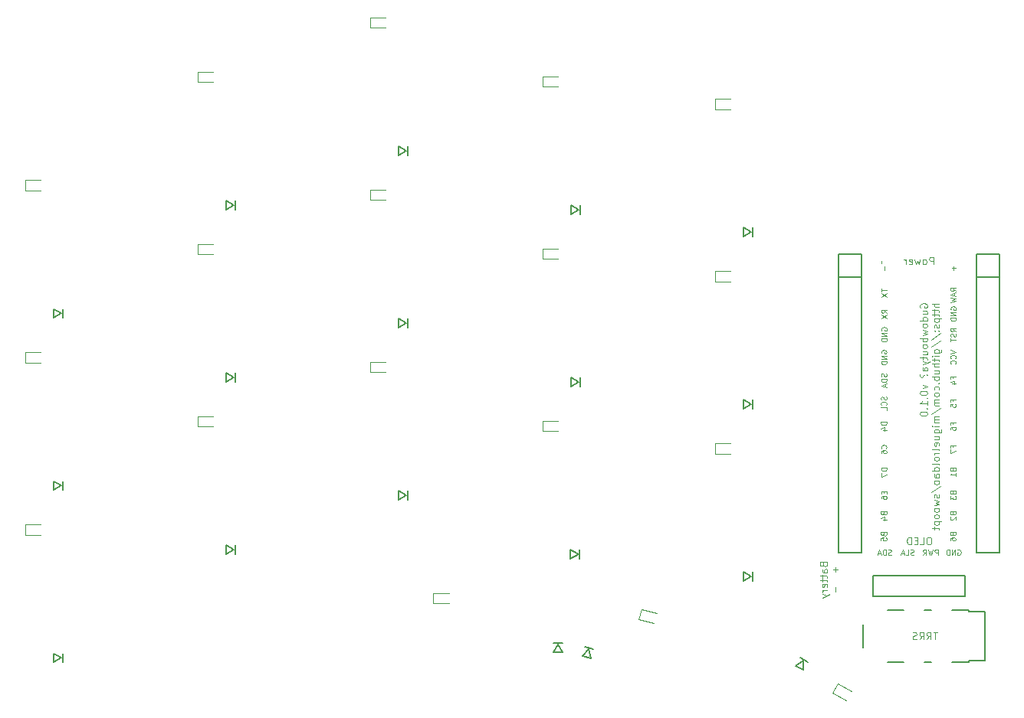
<source format=gbo>
G04 #@! TF.GenerationSoftware,KiCad,Pcbnew,9.0.2*
G04 #@! TF.CreationDate,2025-09-25T08:36:32+01:00*
G04 #@! TF.ProjectId,swoopt-soldered,73776f6f-7074-42d7-936f-6c6465726564,0.2.2*
G04 #@! TF.SameCoordinates,Original*
G04 #@! TF.FileFunction,Legend,Bot*
G04 #@! TF.FilePolarity,Positive*
%FSLAX46Y46*%
G04 Gerber Fmt 4.6, Leading zero omitted, Abs format (unit mm)*
G04 Created by KiCad (PCBNEW 9.0.2) date 2025-09-25 08:36:32*
%MOMM*%
%LPD*%
G01*
G04 APERTURE LIST*
G04 Aperture macros list*
%AMHorizOval*
0 Thick line with rounded ends*
0 $1 width*
0 $2 $3 position (X,Y) of the first rounded end (center of the circle)*
0 $4 $5 position (X,Y) of the second rounded end (center of the circle)*
0 Add line between two ends*
20,1,$1,$2,$3,$4,$5,0*
0 Add two circle primitives to create the rounded ends*
1,1,$1,$2,$3*
1,1,$1,$4,$5*%
%AMRotRect*
0 Rectangle, with rotation*
0 The origin of the aperture is its center*
0 $1 length*
0 $2 width*
0 $3 Rotation angle, in degrees counterclockwise*
0 Add horizontal line*
21,1,$1,$2,0,0,$3*%
%AMFreePoly0*
4,1,6,0.600000,0.200000,0.000000,-0.400000,-0.600000,0.200000,-0.600000,0.400000,0.600000,0.400000,0.600000,0.200000,0.600000,0.200000,$1*%
%AMFreePoly1*
4,1,6,0.600000,-0.250000,-0.600000,-0.250000,-0.600000,1.000000,0.000000,0.400000,0.600000,1.000000,0.600000,-0.250000,0.600000,-0.250000,$1*%
G04 Aperture macros list end*
%ADD10C,0.100000*%
%ADD11C,0.080000*%
%ADD12C,0.150000*%
%ADD13C,0.120000*%
%ADD14C,0.000000*%
%ADD15C,4.200000*%
%ADD16C,4.000000*%
%ADD17R,1.600000X1.600000*%
%ADD18C,1.600000*%
%ADD19C,1.900000*%
%ADD20C,2.400000*%
%ADD21C,2.000000*%
%ADD22C,5.050000*%
%ADD23O,1.700000X2.800000*%
%ADD24C,2.300000*%
%ADD25O,2.800000X1.700000*%
%ADD26HorizOval,1.700000X0.275000X0.476314X-0.275000X-0.476314X0*%
%ADD27HorizOval,1.700000X-0.476314X0.275000X0.476314X-0.275000X0*%
%ADD28C,3.500000*%
%ADD29FreePoly0,90.000000*%
%ADD30FreePoly0,270.000000*%
%ADD31FreePoly1,90.000000*%
%ADD32FreePoly1,270.000000*%
%ADD33C,0.900000*%
%ADD34C,0.800000*%
%ADD35O,2.200000X1.700000*%
%ADD36FreePoly0,180.000000*%
%ADD37FreePoly1,180.000000*%
%ADD38RotRect,1.600000X1.600000X60.000000*%
%ADD39HorizOval,1.700000X0.142350X0.531259X-0.142350X-0.531259X0*%
%ADD40HorizOval,1.700000X-0.531259X0.142350X0.531259X-0.142350X0*%
%ADD41RotRect,1.600000X1.600000X75.000000*%
G04 APERTURE END LIST*
D10*
X168458951Y-91169895D02*
X168458951Y-90369895D01*
X168458951Y-90369895D02*
X168154189Y-90369895D01*
X168154189Y-90369895D02*
X168077999Y-90407990D01*
X168077999Y-90407990D02*
X168039904Y-90446085D01*
X168039904Y-90446085D02*
X168001808Y-90522276D01*
X168001808Y-90522276D02*
X168001808Y-90636561D01*
X168001808Y-90636561D02*
X168039904Y-90712752D01*
X168039904Y-90712752D02*
X168077999Y-90750847D01*
X168077999Y-90750847D02*
X168154189Y-90788942D01*
X168154189Y-90788942D02*
X168458951Y-90788942D01*
X167544666Y-91169895D02*
X167620856Y-91131800D01*
X167620856Y-91131800D02*
X167658951Y-91093704D01*
X167658951Y-91093704D02*
X167697047Y-91017514D01*
X167697047Y-91017514D02*
X167697047Y-90788942D01*
X167697047Y-90788942D02*
X167658951Y-90712752D01*
X167658951Y-90712752D02*
X167620856Y-90674657D01*
X167620856Y-90674657D02*
X167544666Y-90636561D01*
X167544666Y-90636561D02*
X167430380Y-90636561D01*
X167430380Y-90636561D02*
X167354189Y-90674657D01*
X167354189Y-90674657D02*
X167316094Y-90712752D01*
X167316094Y-90712752D02*
X167277999Y-90788942D01*
X167277999Y-90788942D02*
X167277999Y-91017514D01*
X167277999Y-91017514D02*
X167316094Y-91093704D01*
X167316094Y-91093704D02*
X167354189Y-91131800D01*
X167354189Y-91131800D02*
X167430380Y-91169895D01*
X167430380Y-91169895D02*
X167544666Y-91169895D01*
X167011332Y-90636561D02*
X166858951Y-91169895D01*
X166858951Y-91169895D02*
X166706570Y-90788942D01*
X166706570Y-90788942D02*
X166554189Y-91169895D01*
X166554189Y-91169895D02*
X166401808Y-90636561D01*
X165792284Y-91131800D02*
X165868475Y-91169895D01*
X165868475Y-91169895D02*
X166020856Y-91169895D01*
X166020856Y-91169895D02*
X166097046Y-91131800D01*
X166097046Y-91131800D02*
X166135142Y-91055609D01*
X166135142Y-91055609D02*
X166135142Y-90750847D01*
X166135142Y-90750847D02*
X166097046Y-90674657D01*
X166097046Y-90674657D02*
X166020856Y-90636561D01*
X166020856Y-90636561D02*
X165868475Y-90636561D01*
X165868475Y-90636561D02*
X165792284Y-90674657D01*
X165792284Y-90674657D02*
X165754189Y-90750847D01*
X165754189Y-90750847D02*
X165754189Y-90827038D01*
X165754189Y-90827038D02*
X166135142Y-90903228D01*
X165411332Y-91169895D02*
X165411332Y-90636561D01*
X165411332Y-90788942D02*
X165373237Y-90712752D01*
X165373237Y-90712752D02*
X165335142Y-90674657D01*
X165335142Y-90674657D02*
X165258951Y-90636561D01*
X165258951Y-90636561D02*
X165182761Y-90636561D01*
X167049220Y-95953338D02*
X167011125Y-95877148D01*
X167011125Y-95877148D02*
X167011125Y-95762862D01*
X167011125Y-95762862D02*
X167049220Y-95648576D01*
X167049220Y-95648576D02*
X167125410Y-95572386D01*
X167125410Y-95572386D02*
X167201601Y-95534291D01*
X167201601Y-95534291D02*
X167353982Y-95496195D01*
X167353982Y-95496195D02*
X167468268Y-95496195D01*
X167468268Y-95496195D02*
X167620649Y-95534291D01*
X167620649Y-95534291D02*
X167696839Y-95572386D01*
X167696839Y-95572386D02*
X167773030Y-95648576D01*
X167773030Y-95648576D02*
X167811125Y-95762862D01*
X167811125Y-95762862D02*
X167811125Y-95839053D01*
X167811125Y-95839053D02*
X167773030Y-95953338D01*
X167773030Y-95953338D02*
X167734934Y-95991434D01*
X167734934Y-95991434D02*
X167468268Y-95991434D01*
X167468268Y-95991434D02*
X167468268Y-95839053D01*
X167277791Y-96677148D02*
X167811125Y-96677148D01*
X167277791Y-96334291D02*
X167696839Y-96334291D01*
X167696839Y-96334291D02*
X167773030Y-96372386D01*
X167773030Y-96372386D02*
X167811125Y-96448576D01*
X167811125Y-96448576D02*
X167811125Y-96562862D01*
X167811125Y-96562862D02*
X167773030Y-96639053D01*
X167773030Y-96639053D02*
X167734934Y-96677148D01*
X167811125Y-97400958D02*
X167011125Y-97400958D01*
X167773030Y-97400958D02*
X167811125Y-97324767D01*
X167811125Y-97324767D02*
X167811125Y-97172386D01*
X167811125Y-97172386D02*
X167773030Y-97096196D01*
X167773030Y-97096196D02*
X167734934Y-97058101D01*
X167734934Y-97058101D02*
X167658744Y-97020005D01*
X167658744Y-97020005D02*
X167430172Y-97020005D01*
X167430172Y-97020005D02*
X167353982Y-97058101D01*
X167353982Y-97058101D02*
X167315887Y-97096196D01*
X167315887Y-97096196D02*
X167277791Y-97172386D01*
X167277791Y-97172386D02*
X167277791Y-97324767D01*
X167277791Y-97324767D02*
X167315887Y-97400958D01*
X167811125Y-97896196D02*
X167773030Y-97820006D01*
X167773030Y-97820006D02*
X167734934Y-97781911D01*
X167734934Y-97781911D02*
X167658744Y-97743815D01*
X167658744Y-97743815D02*
X167430172Y-97743815D01*
X167430172Y-97743815D02*
X167353982Y-97781911D01*
X167353982Y-97781911D02*
X167315887Y-97820006D01*
X167315887Y-97820006D02*
X167277791Y-97896196D01*
X167277791Y-97896196D02*
X167277791Y-98010482D01*
X167277791Y-98010482D02*
X167315887Y-98086673D01*
X167315887Y-98086673D02*
X167353982Y-98124768D01*
X167353982Y-98124768D02*
X167430172Y-98162863D01*
X167430172Y-98162863D02*
X167658744Y-98162863D01*
X167658744Y-98162863D02*
X167734934Y-98124768D01*
X167734934Y-98124768D02*
X167773030Y-98086673D01*
X167773030Y-98086673D02*
X167811125Y-98010482D01*
X167811125Y-98010482D02*
X167811125Y-97896196D01*
X167277791Y-98429530D02*
X167811125Y-98581911D01*
X167811125Y-98581911D02*
X167430172Y-98734292D01*
X167430172Y-98734292D02*
X167811125Y-98886673D01*
X167811125Y-98886673D02*
X167277791Y-99039054D01*
X167811125Y-99343816D02*
X167011125Y-99343816D01*
X167315887Y-99343816D02*
X167277791Y-99420006D01*
X167277791Y-99420006D02*
X167277791Y-99572387D01*
X167277791Y-99572387D02*
X167315887Y-99648578D01*
X167315887Y-99648578D02*
X167353982Y-99686673D01*
X167353982Y-99686673D02*
X167430172Y-99724768D01*
X167430172Y-99724768D02*
X167658744Y-99724768D01*
X167658744Y-99724768D02*
X167734934Y-99686673D01*
X167734934Y-99686673D02*
X167773030Y-99648578D01*
X167773030Y-99648578D02*
X167811125Y-99572387D01*
X167811125Y-99572387D02*
X167811125Y-99420006D01*
X167811125Y-99420006D02*
X167773030Y-99343816D01*
X167811125Y-100181911D02*
X167773030Y-100105721D01*
X167773030Y-100105721D02*
X167734934Y-100067626D01*
X167734934Y-100067626D02*
X167658744Y-100029530D01*
X167658744Y-100029530D02*
X167430172Y-100029530D01*
X167430172Y-100029530D02*
X167353982Y-100067626D01*
X167353982Y-100067626D02*
X167315887Y-100105721D01*
X167315887Y-100105721D02*
X167277791Y-100181911D01*
X167277791Y-100181911D02*
X167277791Y-100296197D01*
X167277791Y-100296197D02*
X167315887Y-100372388D01*
X167315887Y-100372388D02*
X167353982Y-100410483D01*
X167353982Y-100410483D02*
X167430172Y-100448578D01*
X167430172Y-100448578D02*
X167658744Y-100448578D01*
X167658744Y-100448578D02*
X167734934Y-100410483D01*
X167734934Y-100410483D02*
X167773030Y-100372388D01*
X167773030Y-100372388D02*
X167811125Y-100296197D01*
X167811125Y-100296197D02*
X167811125Y-100181911D01*
X167277791Y-101134293D02*
X167811125Y-101134293D01*
X167277791Y-100791436D02*
X167696839Y-100791436D01*
X167696839Y-100791436D02*
X167773030Y-100829531D01*
X167773030Y-100829531D02*
X167811125Y-100905721D01*
X167811125Y-100905721D02*
X167811125Y-101020007D01*
X167811125Y-101020007D02*
X167773030Y-101096198D01*
X167773030Y-101096198D02*
X167734934Y-101134293D01*
X167277791Y-101400960D02*
X167277791Y-101705722D01*
X167011125Y-101515246D02*
X167696839Y-101515246D01*
X167696839Y-101515246D02*
X167773030Y-101553341D01*
X167773030Y-101553341D02*
X167811125Y-101629531D01*
X167811125Y-101629531D02*
X167811125Y-101705722D01*
X167277791Y-101896198D02*
X167811125Y-102086674D01*
X167277791Y-102277151D02*
X167811125Y-102086674D01*
X167811125Y-102086674D02*
X168001601Y-102010484D01*
X168001601Y-102010484D02*
X168039696Y-101972389D01*
X168039696Y-101972389D02*
X168077791Y-101896198D01*
X167811125Y-102924770D02*
X167392077Y-102924770D01*
X167392077Y-102924770D02*
X167315887Y-102886675D01*
X167315887Y-102886675D02*
X167277791Y-102810484D01*
X167277791Y-102810484D02*
X167277791Y-102658103D01*
X167277791Y-102658103D02*
X167315887Y-102581913D01*
X167773030Y-102924770D02*
X167811125Y-102848579D01*
X167811125Y-102848579D02*
X167811125Y-102658103D01*
X167811125Y-102658103D02*
X167773030Y-102581913D01*
X167773030Y-102581913D02*
X167696839Y-102543817D01*
X167696839Y-102543817D02*
X167620649Y-102543817D01*
X167620649Y-102543817D02*
X167544458Y-102581913D01*
X167544458Y-102581913D02*
X167506363Y-102658103D01*
X167506363Y-102658103D02*
X167506363Y-102848579D01*
X167506363Y-102848579D02*
X167468268Y-102924770D01*
X167734934Y-103420008D02*
X167773030Y-103458104D01*
X167773030Y-103458104D02*
X167811125Y-103420008D01*
X167811125Y-103420008D02*
X167773030Y-103381913D01*
X167773030Y-103381913D02*
X167734934Y-103420008D01*
X167734934Y-103420008D02*
X167811125Y-103420008D01*
X167049220Y-103267627D02*
X167011125Y-103343818D01*
X167011125Y-103343818D02*
X167011125Y-103534294D01*
X167011125Y-103534294D02*
X167049220Y-103610485D01*
X167049220Y-103610485D02*
X167125410Y-103648580D01*
X167125410Y-103648580D02*
X167201601Y-103648580D01*
X167201601Y-103648580D02*
X167277791Y-103610485D01*
X167277791Y-103610485D02*
X167315887Y-103572389D01*
X167315887Y-103572389D02*
X167353982Y-103496199D01*
X167353982Y-103496199D02*
X167392077Y-103458104D01*
X167392077Y-103458104D02*
X167468268Y-103420008D01*
X167468268Y-103420008D02*
X167506363Y-103420008D01*
X167277791Y-104524770D02*
X167811125Y-104715246D01*
X167811125Y-104715246D02*
X167277791Y-104905723D01*
X167011125Y-105362866D02*
X167011125Y-105439056D01*
X167011125Y-105439056D02*
X167049220Y-105515247D01*
X167049220Y-105515247D02*
X167087315Y-105553342D01*
X167087315Y-105553342D02*
X167163506Y-105591437D01*
X167163506Y-105591437D02*
X167315887Y-105629532D01*
X167315887Y-105629532D02*
X167506363Y-105629532D01*
X167506363Y-105629532D02*
X167658744Y-105591437D01*
X167658744Y-105591437D02*
X167734934Y-105553342D01*
X167734934Y-105553342D02*
X167773030Y-105515247D01*
X167773030Y-105515247D02*
X167811125Y-105439056D01*
X167811125Y-105439056D02*
X167811125Y-105362866D01*
X167811125Y-105362866D02*
X167773030Y-105286675D01*
X167773030Y-105286675D02*
X167734934Y-105248580D01*
X167734934Y-105248580D02*
X167658744Y-105210485D01*
X167658744Y-105210485D02*
X167506363Y-105172389D01*
X167506363Y-105172389D02*
X167315887Y-105172389D01*
X167315887Y-105172389D02*
X167163506Y-105210485D01*
X167163506Y-105210485D02*
X167087315Y-105248580D01*
X167087315Y-105248580D02*
X167049220Y-105286675D01*
X167049220Y-105286675D02*
X167011125Y-105362866D01*
X167734934Y-105972390D02*
X167773030Y-106010485D01*
X167773030Y-106010485D02*
X167811125Y-105972390D01*
X167811125Y-105972390D02*
X167773030Y-105934294D01*
X167773030Y-105934294D02*
X167734934Y-105972390D01*
X167734934Y-105972390D02*
X167811125Y-105972390D01*
X167811125Y-106772389D02*
X167811125Y-106315246D01*
X167811125Y-106543818D02*
X167011125Y-106543818D01*
X167011125Y-106543818D02*
X167125410Y-106467627D01*
X167125410Y-106467627D02*
X167201601Y-106391437D01*
X167201601Y-106391437D02*
X167239696Y-106315246D01*
X167734934Y-107115247D02*
X167773030Y-107153342D01*
X167773030Y-107153342D02*
X167811125Y-107115247D01*
X167811125Y-107115247D02*
X167773030Y-107077151D01*
X167773030Y-107077151D02*
X167734934Y-107115247D01*
X167734934Y-107115247D02*
X167811125Y-107115247D01*
X167011125Y-107648580D02*
X167011125Y-107724770D01*
X167011125Y-107724770D02*
X167049220Y-107800961D01*
X167049220Y-107800961D02*
X167087315Y-107839056D01*
X167087315Y-107839056D02*
X167163506Y-107877151D01*
X167163506Y-107877151D02*
X167315887Y-107915246D01*
X167315887Y-107915246D02*
X167506363Y-107915246D01*
X167506363Y-107915246D02*
X167658744Y-107877151D01*
X167658744Y-107877151D02*
X167734934Y-107839056D01*
X167734934Y-107839056D02*
X167773030Y-107800961D01*
X167773030Y-107800961D02*
X167811125Y-107724770D01*
X167811125Y-107724770D02*
X167811125Y-107648580D01*
X167811125Y-107648580D02*
X167773030Y-107572389D01*
X167773030Y-107572389D02*
X167734934Y-107534294D01*
X167734934Y-107534294D02*
X167658744Y-107496199D01*
X167658744Y-107496199D02*
X167506363Y-107458103D01*
X167506363Y-107458103D02*
X167315887Y-107458103D01*
X167315887Y-107458103D02*
X167163506Y-107496199D01*
X167163506Y-107496199D02*
X167087315Y-107534294D01*
X167087315Y-107534294D02*
X167049220Y-107572389D01*
X167049220Y-107572389D02*
X167011125Y-107648580D01*
X169099080Y-95534291D02*
X168299080Y-95534291D01*
X169099080Y-95877148D02*
X168680032Y-95877148D01*
X168680032Y-95877148D02*
X168603842Y-95839053D01*
X168603842Y-95839053D02*
X168565746Y-95762862D01*
X168565746Y-95762862D02*
X168565746Y-95648576D01*
X168565746Y-95648576D02*
X168603842Y-95572386D01*
X168603842Y-95572386D02*
X168641937Y-95534291D01*
X168565746Y-96143815D02*
X168565746Y-96448577D01*
X168299080Y-96258101D02*
X168984794Y-96258101D01*
X168984794Y-96258101D02*
X169060985Y-96296196D01*
X169060985Y-96296196D02*
X169099080Y-96372386D01*
X169099080Y-96372386D02*
X169099080Y-96448577D01*
X168565746Y-96600958D02*
X168565746Y-96905720D01*
X168299080Y-96715244D02*
X168984794Y-96715244D01*
X168984794Y-96715244D02*
X169060985Y-96753339D01*
X169060985Y-96753339D02*
X169099080Y-96829529D01*
X169099080Y-96829529D02*
X169099080Y-96905720D01*
X168565746Y-97172387D02*
X169365746Y-97172387D01*
X168603842Y-97172387D02*
X168565746Y-97248577D01*
X168565746Y-97248577D02*
X168565746Y-97400958D01*
X168565746Y-97400958D02*
X168603842Y-97477149D01*
X168603842Y-97477149D02*
X168641937Y-97515244D01*
X168641937Y-97515244D02*
X168718127Y-97553339D01*
X168718127Y-97553339D02*
X168946699Y-97553339D01*
X168946699Y-97553339D02*
X169022889Y-97515244D01*
X169022889Y-97515244D02*
X169060985Y-97477149D01*
X169060985Y-97477149D02*
X169099080Y-97400958D01*
X169099080Y-97400958D02*
X169099080Y-97248577D01*
X169099080Y-97248577D02*
X169060985Y-97172387D01*
X169060985Y-97858101D02*
X169099080Y-97934292D01*
X169099080Y-97934292D02*
X169099080Y-98086673D01*
X169099080Y-98086673D02*
X169060985Y-98162863D01*
X169060985Y-98162863D02*
X168984794Y-98200959D01*
X168984794Y-98200959D02*
X168946699Y-98200959D01*
X168946699Y-98200959D02*
X168870508Y-98162863D01*
X168870508Y-98162863D02*
X168832413Y-98086673D01*
X168832413Y-98086673D02*
X168832413Y-97972387D01*
X168832413Y-97972387D02*
X168794318Y-97896197D01*
X168794318Y-97896197D02*
X168718127Y-97858101D01*
X168718127Y-97858101D02*
X168680032Y-97858101D01*
X168680032Y-97858101D02*
X168603842Y-97896197D01*
X168603842Y-97896197D02*
X168565746Y-97972387D01*
X168565746Y-97972387D02*
X168565746Y-98086673D01*
X168565746Y-98086673D02*
X168603842Y-98162863D01*
X169022889Y-98543816D02*
X169060985Y-98581911D01*
X169060985Y-98581911D02*
X169099080Y-98543816D01*
X169099080Y-98543816D02*
X169060985Y-98505720D01*
X169060985Y-98505720D02*
X169022889Y-98543816D01*
X169022889Y-98543816D02*
X169099080Y-98543816D01*
X168603842Y-98543816D02*
X168641937Y-98581911D01*
X168641937Y-98581911D02*
X168680032Y-98543816D01*
X168680032Y-98543816D02*
X168641937Y-98505720D01*
X168641937Y-98505720D02*
X168603842Y-98543816D01*
X168603842Y-98543816D02*
X168680032Y-98543816D01*
X168260985Y-99496196D02*
X169289556Y-98810482D01*
X168260985Y-100334291D02*
X169289556Y-99648577D01*
X168565746Y-100943815D02*
X169213365Y-100943815D01*
X169213365Y-100943815D02*
X169289556Y-100905720D01*
X169289556Y-100905720D02*
X169327651Y-100867624D01*
X169327651Y-100867624D02*
X169365746Y-100791434D01*
X169365746Y-100791434D02*
X169365746Y-100677148D01*
X169365746Y-100677148D02*
X169327651Y-100600958D01*
X169060985Y-100943815D02*
X169099080Y-100867624D01*
X169099080Y-100867624D02*
X169099080Y-100715243D01*
X169099080Y-100715243D02*
X169060985Y-100639053D01*
X169060985Y-100639053D02*
X169022889Y-100600958D01*
X169022889Y-100600958D02*
X168946699Y-100562862D01*
X168946699Y-100562862D02*
X168718127Y-100562862D01*
X168718127Y-100562862D02*
X168641937Y-100600958D01*
X168641937Y-100600958D02*
X168603842Y-100639053D01*
X168603842Y-100639053D02*
X168565746Y-100715243D01*
X168565746Y-100715243D02*
X168565746Y-100867624D01*
X168565746Y-100867624D02*
X168603842Y-100943815D01*
X169099080Y-101324768D02*
X168565746Y-101324768D01*
X168299080Y-101324768D02*
X168337175Y-101286672D01*
X168337175Y-101286672D02*
X168375270Y-101324768D01*
X168375270Y-101324768D02*
X168337175Y-101362863D01*
X168337175Y-101362863D02*
X168299080Y-101324768D01*
X168299080Y-101324768D02*
X168375270Y-101324768D01*
X168565746Y-101591434D02*
X168565746Y-101896196D01*
X168299080Y-101705720D02*
X168984794Y-101705720D01*
X168984794Y-101705720D02*
X169060985Y-101743815D01*
X169060985Y-101743815D02*
X169099080Y-101820005D01*
X169099080Y-101820005D02*
X169099080Y-101896196D01*
X169099080Y-102162863D02*
X168299080Y-102162863D01*
X169099080Y-102505720D02*
X168680032Y-102505720D01*
X168680032Y-102505720D02*
X168603842Y-102467625D01*
X168603842Y-102467625D02*
X168565746Y-102391434D01*
X168565746Y-102391434D02*
X168565746Y-102277148D01*
X168565746Y-102277148D02*
X168603842Y-102200958D01*
X168603842Y-102200958D02*
X168641937Y-102162863D01*
X168565746Y-103229530D02*
X169099080Y-103229530D01*
X168565746Y-102886673D02*
X168984794Y-102886673D01*
X168984794Y-102886673D02*
X169060985Y-102924768D01*
X169060985Y-102924768D02*
X169099080Y-103000958D01*
X169099080Y-103000958D02*
X169099080Y-103115244D01*
X169099080Y-103115244D02*
X169060985Y-103191435D01*
X169060985Y-103191435D02*
X169022889Y-103229530D01*
X169099080Y-103610483D02*
X168299080Y-103610483D01*
X168603842Y-103610483D02*
X168565746Y-103686673D01*
X168565746Y-103686673D02*
X168565746Y-103839054D01*
X168565746Y-103839054D02*
X168603842Y-103915245D01*
X168603842Y-103915245D02*
X168641937Y-103953340D01*
X168641937Y-103953340D02*
X168718127Y-103991435D01*
X168718127Y-103991435D02*
X168946699Y-103991435D01*
X168946699Y-103991435D02*
X169022889Y-103953340D01*
X169022889Y-103953340D02*
X169060985Y-103915245D01*
X169060985Y-103915245D02*
X169099080Y-103839054D01*
X169099080Y-103839054D02*
X169099080Y-103686673D01*
X169099080Y-103686673D02*
X169060985Y-103610483D01*
X169022889Y-104334293D02*
X169060985Y-104372388D01*
X169060985Y-104372388D02*
X169099080Y-104334293D01*
X169099080Y-104334293D02*
X169060985Y-104296197D01*
X169060985Y-104296197D02*
X169022889Y-104334293D01*
X169022889Y-104334293D02*
X169099080Y-104334293D01*
X169060985Y-105058102D02*
X169099080Y-104981911D01*
X169099080Y-104981911D02*
X169099080Y-104829530D01*
X169099080Y-104829530D02*
X169060985Y-104753340D01*
X169060985Y-104753340D02*
X169022889Y-104715245D01*
X169022889Y-104715245D02*
X168946699Y-104677149D01*
X168946699Y-104677149D02*
X168718127Y-104677149D01*
X168718127Y-104677149D02*
X168641937Y-104715245D01*
X168641937Y-104715245D02*
X168603842Y-104753340D01*
X168603842Y-104753340D02*
X168565746Y-104829530D01*
X168565746Y-104829530D02*
X168565746Y-104981911D01*
X168565746Y-104981911D02*
X168603842Y-105058102D01*
X169099080Y-105515244D02*
X169060985Y-105439054D01*
X169060985Y-105439054D02*
X169022889Y-105400959D01*
X169022889Y-105400959D02*
X168946699Y-105362863D01*
X168946699Y-105362863D02*
X168718127Y-105362863D01*
X168718127Y-105362863D02*
X168641937Y-105400959D01*
X168641937Y-105400959D02*
X168603842Y-105439054D01*
X168603842Y-105439054D02*
X168565746Y-105515244D01*
X168565746Y-105515244D02*
X168565746Y-105629530D01*
X168565746Y-105629530D02*
X168603842Y-105705721D01*
X168603842Y-105705721D02*
X168641937Y-105743816D01*
X168641937Y-105743816D02*
X168718127Y-105781911D01*
X168718127Y-105781911D02*
X168946699Y-105781911D01*
X168946699Y-105781911D02*
X169022889Y-105743816D01*
X169022889Y-105743816D02*
X169060985Y-105705721D01*
X169060985Y-105705721D02*
X169099080Y-105629530D01*
X169099080Y-105629530D02*
X169099080Y-105515244D01*
X169099080Y-106124769D02*
X168565746Y-106124769D01*
X168641937Y-106124769D02*
X168603842Y-106162864D01*
X168603842Y-106162864D02*
X168565746Y-106239054D01*
X168565746Y-106239054D02*
X168565746Y-106353340D01*
X168565746Y-106353340D02*
X168603842Y-106429531D01*
X168603842Y-106429531D02*
X168680032Y-106467626D01*
X168680032Y-106467626D02*
X169099080Y-106467626D01*
X168680032Y-106467626D02*
X168603842Y-106505721D01*
X168603842Y-106505721D02*
X168565746Y-106581912D01*
X168565746Y-106581912D02*
X168565746Y-106696197D01*
X168565746Y-106696197D02*
X168603842Y-106772388D01*
X168603842Y-106772388D02*
X168680032Y-106810483D01*
X168680032Y-106810483D02*
X169099080Y-106810483D01*
X168260985Y-107762864D02*
X169289556Y-107077150D01*
X169099080Y-108029531D02*
X168565746Y-108029531D01*
X168641937Y-108029531D02*
X168603842Y-108067626D01*
X168603842Y-108067626D02*
X168565746Y-108143816D01*
X168565746Y-108143816D02*
X168565746Y-108258102D01*
X168565746Y-108258102D02*
X168603842Y-108334293D01*
X168603842Y-108334293D02*
X168680032Y-108372388D01*
X168680032Y-108372388D02*
X169099080Y-108372388D01*
X168680032Y-108372388D02*
X168603842Y-108410483D01*
X168603842Y-108410483D02*
X168565746Y-108486674D01*
X168565746Y-108486674D02*
X168565746Y-108600959D01*
X168565746Y-108600959D02*
X168603842Y-108677150D01*
X168603842Y-108677150D02*
X168680032Y-108715245D01*
X168680032Y-108715245D02*
X169099080Y-108715245D01*
X169099080Y-109096198D02*
X168565746Y-109096198D01*
X168299080Y-109096198D02*
X168337175Y-109058102D01*
X168337175Y-109058102D02*
X168375270Y-109096198D01*
X168375270Y-109096198D02*
X168337175Y-109134293D01*
X168337175Y-109134293D02*
X168299080Y-109096198D01*
X168299080Y-109096198D02*
X168375270Y-109096198D01*
X168565746Y-109820007D02*
X169213365Y-109820007D01*
X169213365Y-109820007D02*
X169289556Y-109781912D01*
X169289556Y-109781912D02*
X169327651Y-109743816D01*
X169327651Y-109743816D02*
X169365746Y-109667626D01*
X169365746Y-109667626D02*
X169365746Y-109553340D01*
X169365746Y-109553340D02*
X169327651Y-109477150D01*
X169060985Y-109820007D02*
X169099080Y-109743816D01*
X169099080Y-109743816D02*
X169099080Y-109591435D01*
X169099080Y-109591435D02*
X169060985Y-109515245D01*
X169060985Y-109515245D02*
X169022889Y-109477150D01*
X169022889Y-109477150D02*
X168946699Y-109439054D01*
X168946699Y-109439054D02*
X168718127Y-109439054D01*
X168718127Y-109439054D02*
X168641937Y-109477150D01*
X168641937Y-109477150D02*
X168603842Y-109515245D01*
X168603842Y-109515245D02*
X168565746Y-109591435D01*
X168565746Y-109591435D02*
X168565746Y-109743816D01*
X168565746Y-109743816D02*
X168603842Y-109820007D01*
X168565746Y-110543817D02*
X169099080Y-110543817D01*
X168565746Y-110200960D02*
X168984794Y-110200960D01*
X168984794Y-110200960D02*
X169060985Y-110239055D01*
X169060985Y-110239055D02*
X169099080Y-110315245D01*
X169099080Y-110315245D02*
X169099080Y-110429531D01*
X169099080Y-110429531D02*
X169060985Y-110505722D01*
X169060985Y-110505722D02*
X169022889Y-110543817D01*
X169060985Y-111229532D02*
X169099080Y-111153341D01*
X169099080Y-111153341D02*
X169099080Y-111000960D01*
X169099080Y-111000960D02*
X169060985Y-110924770D01*
X169060985Y-110924770D02*
X168984794Y-110886674D01*
X168984794Y-110886674D02*
X168680032Y-110886674D01*
X168680032Y-110886674D02*
X168603842Y-110924770D01*
X168603842Y-110924770D02*
X168565746Y-111000960D01*
X168565746Y-111000960D02*
X168565746Y-111153341D01*
X168565746Y-111153341D02*
X168603842Y-111229532D01*
X168603842Y-111229532D02*
X168680032Y-111267627D01*
X168680032Y-111267627D02*
X168756223Y-111267627D01*
X168756223Y-111267627D02*
X168832413Y-110886674D01*
X169099080Y-111724769D02*
X169060985Y-111648579D01*
X169060985Y-111648579D02*
X168984794Y-111610484D01*
X168984794Y-111610484D02*
X168299080Y-111610484D01*
X169099080Y-112029532D02*
X168565746Y-112029532D01*
X168718127Y-112029532D02*
X168641937Y-112067627D01*
X168641937Y-112067627D02*
X168603842Y-112105722D01*
X168603842Y-112105722D02*
X168565746Y-112181913D01*
X168565746Y-112181913D02*
X168565746Y-112258103D01*
X169099080Y-112639055D02*
X169060985Y-112562865D01*
X169060985Y-112562865D02*
X169022889Y-112524770D01*
X169022889Y-112524770D02*
X168946699Y-112486674D01*
X168946699Y-112486674D02*
X168718127Y-112486674D01*
X168718127Y-112486674D02*
X168641937Y-112524770D01*
X168641937Y-112524770D02*
X168603842Y-112562865D01*
X168603842Y-112562865D02*
X168565746Y-112639055D01*
X168565746Y-112639055D02*
X168565746Y-112753341D01*
X168565746Y-112753341D02*
X168603842Y-112829532D01*
X168603842Y-112829532D02*
X168641937Y-112867627D01*
X168641937Y-112867627D02*
X168718127Y-112905722D01*
X168718127Y-112905722D02*
X168946699Y-112905722D01*
X168946699Y-112905722D02*
X169022889Y-112867627D01*
X169022889Y-112867627D02*
X169060985Y-112829532D01*
X169060985Y-112829532D02*
X169099080Y-112753341D01*
X169099080Y-112753341D02*
X169099080Y-112639055D01*
X169099080Y-113362865D02*
X169060985Y-113286675D01*
X169060985Y-113286675D02*
X168984794Y-113248580D01*
X168984794Y-113248580D02*
X168299080Y-113248580D01*
X169099080Y-114010485D02*
X168299080Y-114010485D01*
X169060985Y-114010485D02*
X169099080Y-113934294D01*
X169099080Y-113934294D02*
X169099080Y-113781913D01*
X169099080Y-113781913D02*
X169060985Y-113705723D01*
X169060985Y-113705723D02*
X169022889Y-113667628D01*
X169022889Y-113667628D02*
X168946699Y-113629532D01*
X168946699Y-113629532D02*
X168718127Y-113629532D01*
X168718127Y-113629532D02*
X168641937Y-113667628D01*
X168641937Y-113667628D02*
X168603842Y-113705723D01*
X168603842Y-113705723D02*
X168565746Y-113781913D01*
X168565746Y-113781913D02*
X168565746Y-113934294D01*
X168565746Y-113934294D02*
X168603842Y-114010485D01*
X169099080Y-114734295D02*
X168680032Y-114734295D01*
X168680032Y-114734295D02*
X168603842Y-114696200D01*
X168603842Y-114696200D02*
X168565746Y-114620009D01*
X168565746Y-114620009D02*
X168565746Y-114467628D01*
X168565746Y-114467628D02*
X168603842Y-114391438D01*
X169060985Y-114734295D02*
X169099080Y-114658104D01*
X169099080Y-114658104D02*
X169099080Y-114467628D01*
X169099080Y-114467628D02*
X169060985Y-114391438D01*
X169060985Y-114391438D02*
X168984794Y-114353342D01*
X168984794Y-114353342D02*
X168908604Y-114353342D01*
X168908604Y-114353342D02*
X168832413Y-114391438D01*
X168832413Y-114391438D02*
X168794318Y-114467628D01*
X168794318Y-114467628D02*
X168794318Y-114658104D01*
X168794318Y-114658104D02*
X168756223Y-114734295D01*
X169099080Y-115229533D02*
X169060985Y-115153343D01*
X169060985Y-115153343D02*
X169022889Y-115115248D01*
X169022889Y-115115248D02*
X168946699Y-115077152D01*
X168946699Y-115077152D02*
X168718127Y-115077152D01*
X168718127Y-115077152D02*
X168641937Y-115115248D01*
X168641937Y-115115248D02*
X168603842Y-115153343D01*
X168603842Y-115153343D02*
X168565746Y-115229533D01*
X168565746Y-115229533D02*
X168565746Y-115343819D01*
X168565746Y-115343819D02*
X168603842Y-115420010D01*
X168603842Y-115420010D02*
X168641937Y-115458105D01*
X168641937Y-115458105D02*
X168718127Y-115496200D01*
X168718127Y-115496200D02*
X168946699Y-115496200D01*
X168946699Y-115496200D02*
X169022889Y-115458105D01*
X169022889Y-115458105D02*
X169060985Y-115420010D01*
X169060985Y-115420010D02*
X169099080Y-115343819D01*
X169099080Y-115343819D02*
X169099080Y-115229533D01*
X168260985Y-116410486D02*
X169289556Y-115724772D01*
X169060985Y-116639057D02*
X169099080Y-116715248D01*
X169099080Y-116715248D02*
X169099080Y-116867629D01*
X169099080Y-116867629D02*
X169060985Y-116943819D01*
X169060985Y-116943819D02*
X168984794Y-116981915D01*
X168984794Y-116981915D02*
X168946699Y-116981915D01*
X168946699Y-116981915D02*
X168870508Y-116943819D01*
X168870508Y-116943819D02*
X168832413Y-116867629D01*
X168832413Y-116867629D02*
X168832413Y-116753343D01*
X168832413Y-116753343D02*
X168794318Y-116677153D01*
X168794318Y-116677153D02*
X168718127Y-116639057D01*
X168718127Y-116639057D02*
X168680032Y-116639057D01*
X168680032Y-116639057D02*
X168603842Y-116677153D01*
X168603842Y-116677153D02*
X168565746Y-116753343D01*
X168565746Y-116753343D02*
X168565746Y-116867629D01*
X168565746Y-116867629D02*
X168603842Y-116943819D01*
X168565746Y-117248581D02*
X169099080Y-117400962D01*
X169099080Y-117400962D02*
X168718127Y-117553343D01*
X168718127Y-117553343D02*
X169099080Y-117705724D01*
X169099080Y-117705724D02*
X168565746Y-117858105D01*
X169099080Y-118277152D02*
X169060985Y-118200962D01*
X169060985Y-118200962D02*
X169022889Y-118162867D01*
X169022889Y-118162867D02*
X168946699Y-118124771D01*
X168946699Y-118124771D02*
X168718127Y-118124771D01*
X168718127Y-118124771D02*
X168641937Y-118162867D01*
X168641937Y-118162867D02*
X168603842Y-118200962D01*
X168603842Y-118200962D02*
X168565746Y-118277152D01*
X168565746Y-118277152D02*
X168565746Y-118391438D01*
X168565746Y-118391438D02*
X168603842Y-118467629D01*
X168603842Y-118467629D02*
X168641937Y-118505724D01*
X168641937Y-118505724D02*
X168718127Y-118543819D01*
X168718127Y-118543819D02*
X168946699Y-118543819D01*
X168946699Y-118543819D02*
X169022889Y-118505724D01*
X169022889Y-118505724D02*
X169060985Y-118467629D01*
X169060985Y-118467629D02*
X169099080Y-118391438D01*
X169099080Y-118391438D02*
X169099080Y-118277152D01*
X169099080Y-119000962D02*
X169060985Y-118924772D01*
X169060985Y-118924772D02*
X169022889Y-118886677D01*
X169022889Y-118886677D02*
X168946699Y-118848581D01*
X168946699Y-118848581D02*
X168718127Y-118848581D01*
X168718127Y-118848581D02*
X168641937Y-118886677D01*
X168641937Y-118886677D02*
X168603842Y-118924772D01*
X168603842Y-118924772D02*
X168565746Y-119000962D01*
X168565746Y-119000962D02*
X168565746Y-119115248D01*
X168565746Y-119115248D02*
X168603842Y-119191439D01*
X168603842Y-119191439D02*
X168641937Y-119229534D01*
X168641937Y-119229534D02*
X168718127Y-119267629D01*
X168718127Y-119267629D02*
X168946699Y-119267629D01*
X168946699Y-119267629D02*
X169022889Y-119229534D01*
X169022889Y-119229534D02*
X169060985Y-119191439D01*
X169060985Y-119191439D02*
X169099080Y-119115248D01*
X169099080Y-119115248D02*
X169099080Y-119000962D01*
X168565746Y-119610487D02*
X169365746Y-119610487D01*
X168603842Y-119610487D02*
X168565746Y-119686677D01*
X168565746Y-119686677D02*
X168565746Y-119839058D01*
X168565746Y-119839058D02*
X168603842Y-119915249D01*
X168603842Y-119915249D02*
X168641937Y-119953344D01*
X168641937Y-119953344D02*
X168718127Y-119991439D01*
X168718127Y-119991439D02*
X168946699Y-119991439D01*
X168946699Y-119991439D02*
X169022889Y-119953344D01*
X169022889Y-119953344D02*
X169060985Y-119915249D01*
X169060985Y-119915249D02*
X169099080Y-119839058D01*
X169099080Y-119839058D02*
X169099080Y-119686677D01*
X169099080Y-119686677D02*
X169060985Y-119610487D01*
X168565746Y-120220011D02*
X168565746Y-120524773D01*
X168299080Y-120334297D02*
X168984794Y-120334297D01*
X168984794Y-120334297D02*
X169060985Y-120372392D01*
X169060985Y-120372392D02*
X169099080Y-120448582D01*
X169099080Y-120448582D02*
X169099080Y-120524773D01*
D11*
X170632189Y-116447509D02*
X170660761Y-116533223D01*
X170660761Y-116533223D02*
X170689332Y-116561794D01*
X170689332Y-116561794D02*
X170746475Y-116590366D01*
X170746475Y-116590366D02*
X170832189Y-116590366D01*
X170832189Y-116590366D02*
X170889332Y-116561794D01*
X170889332Y-116561794D02*
X170917904Y-116533223D01*
X170917904Y-116533223D02*
X170946475Y-116476080D01*
X170946475Y-116476080D02*
X170946475Y-116247509D01*
X170946475Y-116247509D02*
X170346475Y-116247509D01*
X170346475Y-116247509D02*
X170346475Y-116447509D01*
X170346475Y-116447509D02*
X170375046Y-116504652D01*
X170375046Y-116504652D02*
X170403618Y-116533223D01*
X170403618Y-116533223D02*
X170460761Y-116561794D01*
X170460761Y-116561794D02*
X170517904Y-116561794D01*
X170517904Y-116561794D02*
X170575046Y-116533223D01*
X170575046Y-116533223D02*
X170603618Y-116504652D01*
X170603618Y-116504652D02*
X170632189Y-116447509D01*
X170632189Y-116447509D02*
X170632189Y-116247509D01*
X170346475Y-116790366D02*
X170346475Y-117161794D01*
X170346475Y-117161794D02*
X170575046Y-116961794D01*
X170575046Y-116961794D02*
X170575046Y-117047509D01*
X170575046Y-117047509D02*
X170603618Y-117104652D01*
X170603618Y-117104652D02*
X170632189Y-117133223D01*
X170632189Y-117133223D02*
X170689332Y-117161794D01*
X170689332Y-117161794D02*
X170832189Y-117161794D01*
X170832189Y-117161794D02*
X170889332Y-117133223D01*
X170889332Y-117133223D02*
X170917904Y-117104652D01*
X170917904Y-117104652D02*
X170946475Y-117047509D01*
X170946475Y-117047509D02*
X170946475Y-116876080D01*
X170946475Y-116876080D02*
X170917904Y-116818937D01*
X170917904Y-116818937D02*
X170889332Y-116790366D01*
X163301310Y-113709036D02*
X162701310Y-113709036D01*
X162701310Y-113709036D02*
X162701310Y-113851893D01*
X162701310Y-113851893D02*
X162729881Y-113937607D01*
X162729881Y-113937607D02*
X162787024Y-113994750D01*
X162787024Y-113994750D02*
X162844167Y-114023321D01*
X162844167Y-114023321D02*
X162958453Y-114051893D01*
X162958453Y-114051893D02*
X163044167Y-114051893D01*
X163044167Y-114051893D02*
X163158453Y-114023321D01*
X163158453Y-114023321D02*
X163215596Y-113994750D01*
X163215596Y-113994750D02*
X163272739Y-113937607D01*
X163272739Y-113937607D02*
X163301310Y-113851893D01*
X163301310Y-113851893D02*
X163301310Y-113709036D01*
X162701310Y-114251893D02*
X162701310Y-114651893D01*
X162701310Y-114651893D02*
X163301310Y-114394750D01*
X170625395Y-118732404D02*
X170653967Y-118818118D01*
X170653967Y-118818118D02*
X170682538Y-118846689D01*
X170682538Y-118846689D02*
X170739681Y-118875261D01*
X170739681Y-118875261D02*
X170825395Y-118875261D01*
X170825395Y-118875261D02*
X170882538Y-118846689D01*
X170882538Y-118846689D02*
X170911110Y-118818118D01*
X170911110Y-118818118D02*
X170939681Y-118760975D01*
X170939681Y-118760975D02*
X170939681Y-118532404D01*
X170939681Y-118532404D02*
X170339681Y-118532404D01*
X170339681Y-118532404D02*
X170339681Y-118732404D01*
X170339681Y-118732404D02*
X170368252Y-118789547D01*
X170368252Y-118789547D02*
X170396824Y-118818118D01*
X170396824Y-118818118D02*
X170453967Y-118846689D01*
X170453967Y-118846689D02*
X170511110Y-118846689D01*
X170511110Y-118846689D02*
X170568252Y-118818118D01*
X170568252Y-118818118D02*
X170596824Y-118789547D01*
X170596824Y-118789547D02*
X170625395Y-118732404D01*
X170625395Y-118732404D02*
X170625395Y-118532404D01*
X170396824Y-119103832D02*
X170368252Y-119132404D01*
X170368252Y-119132404D02*
X170339681Y-119189547D01*
X170339681Y-119189547D02*
X170339681Y-119332404D01*
X170339681Y-119332404D02*
X170368252Y-119389547D01*
X170368252Y-119389547D02*
X170396824Y-119418118D01*
X170396824Y-119418118D02*
X170453967Y-119446689D01*
X170453967Y-119446689D02*
X170511110Y-119446689D01*
X170511110Y-119446689D02*
X170596824Y-119418118D01*
X170596824Y-119418118D02*
X170939681Y-119075261D01*
X170939681Y-119075261D02*
X170939681Y-119446689D01*
X163269932Y-105816514D02*
X163298503Y-105902229D01*
X163298503Y-105902229D02*
X163298503Y-106045086D01*
X163298503Y-106045086D02*
X163269932Y-106102229D01*
X163269932Y-106102229D02*
X163241360Y-106130800D01*
X163241360Y-106130800D02*
X163184217Y-106159371D01*
X163184217Y-106159371D02*
X163127074Y-106159371D01*
X163127074Y-106159371D02*
X163069932Y-106130800D01*
X163069932Y-106130800D02*
X163041360Y-106102229D01*
X163041360Y-106102229D02*
X163012789Y-106045086D01*
X163012789Y-106045086D02*
X162984217Y-105930800D01*
X162984217Y-105930800D02*
X162955646Y-105873657D01*
X162955646Y-105873657D02*
X162927074Y-105845086D01*
X162927074Y-105845086D02*
X162869932Y-105816514D01*
X162869932Y-105816514D02*
X162812789Y-105816514D01*
X162812789Y-105816514D02*
X162755646Y-105845086D01*
X162755646Y-105845086D02*
X162727074Y-105873657D01*
X162727074Y-105873657D02*
X162698503Y-105930800D01*
X162698503Y-105930800D02*
X162698503Y-106073657D01*
X162698503Y-106073657D02*
X162727074Y-106159371D01*
X163241360Y-106759372D02*
X163269932Y-106730800D01*
X163269932Y-106730800D02*
X163298503Y-106645086D01*
X163298503Y-106645086D02*
X163298503Y-106587943D01*
X163298503Y-106587943D02*
X163269932Y-106502229D01*
X163269932Y-106502229D02*
X163212789Y-106445086D01*
X163212789Y-106445086D02*
X163155646Y-106416515D01*
X163155646Y-106416515D02*
X163041360Y-106387943D01*
X163041360Y-106387943D02*
X162955646Y-106387943D01*
X162955646Y-106387943D02*
X162841360Y-106416515D01*
X162841360Y-106416515D02*
X162784217Y-106445086D01*
X162784217Y-106445086D02*
X162727074Y-106502229D01*
X162727074Y-106502229D02*
X162698503Y-106587943D01*
X162698503Y-106587943D02*
X162698503Y-106645086D01*
X162698503Y-106645086D02*
X162727074Y-106730800D01*
X162727074Y-106730800D02*
X162755646Y-106759372D01*
X163298503Y-107302229D02*
X163298503Y-107016515D01*
X163298503Y-107016515D02*
X162698503Y-107016515D01*
X170977411Y-94138714D02*
X170691697Y-93938714D01*
X170977411Y-93795857D02*
X170377411Y-93795857D01*
X170377411Y-93795857D02*
X170377411Y-94024428D01*
X170377411Y-94024428D02*
X170405982Y-94081571D01*
X170405982Y-94081571D02*
X170434554Y-94110142D01*
X170434554Y-94110142D02*
X170491697Y-94138714D01*
X170491697Y-94138714D02*
X170577411Y-94138714D01*
X170577411Y-94138714D02*
X170634554Y-94110142D01*
X170634554Y-94110142D02*
X170663125Y-94081571D01*
X170663125Y-94081571D02*
X170691697Y-94024428D01*
X170691697Y-94024428D02*
X170691697Y-93795857D01*
X170805982Y-94367285D02*
X170805982Y-94653000D01*
X170977411Y-94310142D02*
X170377411Y-94510142D01*
X170377411Y-94510142D02*
X170977411Y-94710142D01*
X170377411Y-94853000D02*
X170977411Y-94995857D01*
X170977411Y-94995857D02*
X170548840Y-95110143D01*
X170548840Y-95110143D02*
X170977411Y-95224428D01*
X170977411Y-95224428D02*
X170377411Y-95367286D01*
X170350462Y-100654377D02*
X170950462Y-100854377D01*
X170950462Y-100854377D02*
X170350462Y-101054377D01*
X170893319Y-101597235D02*
X170921891Y-101568663D01*
X170921891Y-101568663D02*
X170950462Y-101482949D01*
X170950462Y-101482949D02*
X170950462Y-101425806D01*
X170950462Y-101425806D02*
X170921891Y-101340092D01*
X170921891Y-101340092D02*
X170864748Y-101282949D01*
X170864748Y-101282949D02*
X170807605Y-101254378D01*
X170807605Y-101254378D02*
X170693319Y-101225806D01*
X170693319Y-101225806D02*
X170607605Y-101225806D01*
X170607605Y-101225806D02*
X170493319Y-101254378D01*
X170493319Y-101254378D02*
X170436176Y-101282949D01*
X170436176Y-101282949D02*
X170379033Y-101340092D01*
X170379033Y-101340092D02*
X170350462Y-101425806D01*
X170350462Y-101425806D02*
X170350462Y-101482949D01*
X170350462Y-101482949D02*
X170379033Y-101568663D01*
X170379033Y-101568663D02*
X170407605Y-101597235D01*
X170893319Y-102197235D02*
X170921891Y-102168663D01*
X170921891Y-102168663D02*
X170950462Y-102082949D01*
X170950462Y-102082949D02*
X170950462Y-102025806D01*
X170950462Y-102025806D02*
X170921891Y-101940092D01*
X170921891Y-101940092D02*
X170864748Y-101882949D01*
X170864748Y-101882949D02*
X170807605Y-101854378D01*
X170807605Y-101854378D02*
X170693319Y-101825806D01*
X170693319Y-101825806D02*
X170607605Y-101825806D01*
X170607605Y-101825806D02*
X170493319Y-101854378D01*
X170493319Y-101854378D02*
X170436176Y-101882949D01*
X170436176Y-101882949D02*
X170379033Y-101940092D01*
X170379033Y-101940092D02*
X170350462Y-102025806D01*
X170350462Y-102025806D02*
X170350462Y-102082949D01*
X170350462Y-102082949D02*
X170379033Y-102168663D01*
X170379033Y-102168663D02*
X170407605Y-102197235D01*
X163276726Y-103267333D02*
X163305297Y-103353048D01*
X163305297Y-103353048D02*
X163305297Y-103495905D01*
X163305297Y-103495905D02*
X163276726Y-103553048D01*
X163276726Y-103553048D02*
X163248154Y-103581619D01*
X163248154Y-103581619D02*
X163191011Y-103610190D01*
X163191011Y-103610190D02*
X163133868Y-103610190D01*
X163133868Y-103610190D02*
X163076726Y-103581619D01*
X163076726Y-103581619D02*
X163048154Y-103553048D01*
X163048154Y-103553048D02*
X163019583Y-103495905D01*
X163019583Y-103495905D02*
X162991011Y-103381619D01*
X162991011Y-103381619D02*
X162962440Y-103324476D01*
X162962440Y-103324476D02*
X162933868Y-103295905D01*
X162933868Y-103295905D02*
X162876726Y-103267333D01*
X162876726Y-103267333D02*
X162819583Y-103267333D01*
X162819583Y-103267333D02*
X162762440Y-103295905D01*
X162762440Y-103295905D02*
X162733868Y-103324476D01*
X162733868Y-103324476D02*
X162705297Y-103381619D01*
X162705297Y-103381619D02*
X162705297Y-103524476D01*
X162705297Y-103524476D02*
X162733868Y-103610190D01*
X163305297Y-103867334D02*
X162705297Y-103867334D01*
X162705297Y-103867334D02*
X162705297Y-104010191D01*
X162705297Y-104010191D02*
X162733868Y-104095905D01*
X162733868Y-104095905D02*
X162791011Y-104153048D01*
X162791011Y-104153048D02*
X162848154Y-104181619D01*
X162848154Y-104181619D02*
X162962440Y-104210191D01*
X162962440Y-104210191D02*
X163048154Y-104210191D01*
X163048154Y-104210191D02*
X163162440Y-104181619D01*
X163162440Y-104181619D02*
X163219583Y-104153048D01*
X163219583Y-104153048D02*
X163276726Y-104095905D01*
X163276726Y-104095905D02*
X163305297Y-104010191D01*
X163305297Y-104010191D02*
X163305297Y-103867334D01*
X163133868Y-104438762D02*
X163133868Y-104724477D01*
X163305297Y-104381619D02*
X162705297Y-104581619D01*
X162705297Y-104581619D02*
X163305297Y-104781619D01*
X170629382Y-108869273D02*
X170629382Y-108669273D01*
X170943668Y-108669273D02*
X170343668Y-108669273D01*
X170343668Y-108669273D02*
X170343668Y-108954987D01*
X170343668Y-109440702D02*
X170343668Y-109326416D01*
X170343668Y-109326416D02*
X170372239Y-109269273D01*
X170372239Y-109269273D02*
X170400811Y-109240702D01*
X170400811Y-109240702D02*
X170486525Y-109183559D01*
X170486525Y-109183559D02*
X170600811Y-109154987D01*
X170600811Y-109154987D02*
X170829382Y-109154987D01*
X170829382Y-109154987D02*
X170886525Y-109183559D01*
X170886525Y-109183559D02*
X170915097Y-109212130D01*
X170915097Y-109212130D02*
X170943668Y-109269273D01*
X170943668Y-109269273D02*
X170943668Y-109383559D01*
X170943668Y-109383559D02*
X170915097Y-109440702D01*
X170915097Y-109440702D02*
X170886525Y-109469273D01*
X170886525Y-109469273D02*
X170829382Y-109497844D01*
X170829382Y-109497844D02*
X170686525Y-109497844D01*
X170686525Y-109497844D02*
X170629382Y-109469273D01*
X170629382Y-109469273D02*
X170600811Y-109440702D01*
X170600811Y-109440702D02*
X170572239Y-109383559D01*
X170572239Y-109383559D02*
X170572239Y-109269273D01*
X170572239Y-109269273D02*
X170600811Y-109212130D01*
X170600811Y-109212130D02*
X170629382Y-109183559D01*
X170629382Y-109183559D02*
X170686525Y-109154987D01*
X170629382Y-106329273D02*
X170629382Y-106129273D01*
X170943668Y-106129273D02*
X170343668Y-106129273D01*
X170343668Y-106129273D02*
X170343668Y-106414987D01*
X170343668Y-106929273D02*
X170343668Y-106643559D01*
X170343668Y-106643559D02*
X170629382Y-106614987D01*
X170629382Y-106614987D02*
X170600811Y-106643559D01*
X170600811Y-106643559D02*
X170572239Y-106700702D01*
X170572239Y-106700702D02*
X170572239Y-106843559D01*
X170572239Y-106843559D02*
X170600811Y-106900702D01*
X170600811Y-106900702D02*
X170629382Y-106929273D01*
X170629382Y-106929273D02*
X170686525Y-106957844D01*
X170686525Y-106957844D02*
X170829382Y-106957844D01*
X170829382Y-106957844D02*
X170886525Y-106929273D01*
X170886525Y-106929273D02*
X170915097Y-106900702D01*
X170915097Y-106900702D02*
X170943668Y-106843559D01*
X170943668Y-106843559D02*
X170943668Y-106700702D01*
X170943668Y-106700702D02*
X170915097Y-106643559D01*
X170915097Y-106643559D02*
X170886525Y-106614987D01*
X170636176Y-103794378D02*
X170636176Y-103594378D01*
X170950462Y-103594378D02*
X170350462Y-103594378D01*
X170350462Y-103594378D02*
X170350462Y-103880092D01*
X170550462Y-104365807D02*
X170950462Y-104365807D01*
X170321891Y-104222949D02*
X170750462Y-104080092D01*
X170750462Y-104080092D02*
X170750462Y-104451521D01*
X170650382Y-111419848D02*
X170650382Y-111219848D01*
X170964668Y-111219848D02*
X170364668Y-111219848D01*
X170364668Y-111219848D02*
X170364668Y-111505562D01*
X170364668Y-111676991D02*
X170364668Y-112076991D01*
X170364668Y-112076991D02*
X170964668Y-111819848D01*
X162733868Y-100998762D02*
X162705297Y-100941620D01*
X162705297Y-100941620D02*
X162705297Y-100855905D01*
X162705297Y-100855905D02*
X162733868Y-100770191D01*
X162733868Y-100770191D02*
X162791011Y-100713048D01*
X162791011Y-100713048D02*
X162848154Y-100684477D01*
X162848154Y-100684477D02*
X162962440Y-100655905D01*
X162962440Y-100655905D02*
X163048154Y-100655905D01*
X163048154Y-100655905D02*
X163162440Y-100684477D01*
X163162440Y-100684477D02*
X163219583Y-100713048D01*
X163219583Y-100713048D02*
X163276726Y-100770191D01*
X163276726Y-100770191D02*
X163305297Y-100855905D01*
X163305297Y-100855905D02*
X163305297Y-100913048D01*
X163305297Y-100913048D02*
X163276726Y-100998762D01*
X163276726Y-100998762D02*
X163248154Y-101027334D01*
X163248154Y-101027334D02*
X163048154Y-101027334D01*
X163048154Y-101027334D02*
X163048154Y-100913048D01*
X163305297Y-101284477D02*
X162705297Y-101284477D01*
X162705297Y-101284477D02*
X163305297Y-101627334D01*
X163305297Y-101627334D02*
X162705297Y-101627334D01*
X163305297Y-101913048D02*
X162705297Y-101913048D01*
X162705297Y-101913048D02*
X162705297Y-102055905D01*
X162705297Y-102055905D02*
X162733868Y-102141619D01*
X162733868Y-102141619D02*
X162791011Y-102198762D01*
X162791011Y-102198762D02*
X162848154Y-102227333D01*
X162848154Y-102227333D02*
X162962440Y-102255905D01*
X162962440Y-102255905D02*
X163048154Y-102255905D01*
X163048154Y-102255905D02*
X163162440Y-102227333D01*
X163162440Y-102227333D02*
X163219583Y-102198762D01*
X163219583Y-102198762D02*
X163276726Y-102141619D01*
X163276726Y-102141619D02*
X163305297Y-102055905D01*
X163305297Y-102055905D02*
X163305297Y-101913048D01*
X162980230Y-118733931D02*
X163008802Y-118819645D01*
X163008802Y-118819645D02*
X163037373Y-118848216D01*
X163037373Y-118848216D02*
X163094516Y-118876788D01*
X163094516Y-118876788D02*
X163180230Y-118876788D01*
X163180230Y-118876788D02*
X163237373Y-118848216D01*
X163237373Y-118848216D02*
X163265945Y-118819645D01*
X163265945Y-118819645D02*
X163294516Y-118762502D01*
X163294516Y-118762502D02*
X163294516Y-118533931D01*
X163294516Y-118533931D02*
X162694516Y-118533931D01*
X162694516Y-118533931D02*
X162694516Y-118733931D01*
X162694516Y-118733931D02*
X162723087Y-118791074D01*
X162723087Y-118791074D02*
X162751659Y-118819645D01*
X162751659Y-118819645D02*
X162808802Y-118848216D01*
X162808802Y-118848216D02*
X162865945Y-118848216D01*
X162865945Y-118848216D02*
X162923087Y-118819645D01*
X162923087Y-118819645D02*
X162951659Y-118791074D01*
X162951659Y-118791074D02*
X162980230Y-118733931D01*
X162980230Y-118733931D02*
X162980230Y-118533931D01*
X162894516Y-119391074D02*
X163294516Y-119391074D01*
X162665945Y-119248216D02*
X163094516Y-119105359D01*
X163094516Y-119105359D02*
X163094516Y-119476788D01*
X170625395Y-121022404D02*
X170653967Y-121108118D01*
X170653967Y-121108118D02*
X170682538Y-121136689D01*
X170682538Y-121136689D02*
X170739681Y-121165261D01*
X170739681Y-121165261D02*
X170825395Y-121165261D01*
X170825395Y-121165261D02*
X170882538Y-121136689D01*
X170882538Y-121136689D02*
X170911110Y-121108118D01*
X170911110Y-121108118D02*
X170939681Y-121050975D01*
X170939681Y-121050975D02*
X170939681Y-120822404D01*
X170939681Y-120822404D02*
X170339681Y-120822404D01*
X170339681Y-120822404D02*
X170339681Y-121022404D01*
X170339681Y-121022404D02*
X170368252Y-121079547D01*
X170368252Y-121079547D02*
X170396824Y-121108118D01*
X170396824Y-121108118D02*
X170453967Y-121136689D01*
X170453967Y-121136689D02*
X170511110Y-121136689D01*
X170511110Y-121136689D02*
X170568252Y-121108118D01*
X170568252Y-121108118D02*
X170596824Y-121079547D01*
X170596824Y-121079547D02*
X170625395Y-121022404D01*
X170625395Y-121022404D02*
X170625395Y-120822404D01*
X170339681Y-121679547D02*
X170339681Y-121565261D01*
X170339681Y-121565261D02*
X170368252Y-121508118D01*
X170368252Y-121508118D02*
X170396824Y-121479547D01*
X170396824Y-121479547D02*
X170482538Y-121422404D01*
X170482538Y-121422404D02*
X170596824Y-121393832D01*
X170596824Y-121393832D02*
X170825395Y-121393832D01*
X170825395Y-121393832D02*
X170882538Y-121422404D01*
X170882538Y-121422404D02*
X170911110Y-121450975D01*
X170911110Y-121450975D02*
X170939681Y-121508118D01*
X170939681Y-121508118D02*
X170939681Y-121622404D01*
X170939681Y-121622404D02*
X170911110Y-121679547D01*
X170911110Y-121679547D02*
X170882538Y-121708118D01*
X170882538Y-121708118D02*
X170825395Y-121736689D01*
X170825395Y-121736689D02*
X170682538Y-121736689D01*
X170682538Y-121736689D02*
X170625395Y-121708118D01*
X170625395Y-121708118D02*
X170596824Y-121679547D01*
X170596824Y-121679547D02*
X170568252Y-121622404D01*
X170568252Y-121622404D02*
X170568252Y-121508118D01*
X170568252Y-121508118D02*
X170596824Y-121450975D01*
X170596824Y-121450975D02*
X170625395Y-121422404D01*
X170625395Y-121422404D02*
X170682538Y-121393832D01*
X163262360Y-111521375D02*
X163290932Y-111492803D01*
X163290932Y-111492803D02*
X163319503Y-111407089D01*
X163319503Y-111407089D02*
X163319503Y-111349946D01*
X163319503Y-111349946D02*
X163290932Y-111264232D01*
X163290932Y-111264232D02*
X163233789Y-111207089D01*
X163233789Y-111207089D02*
X163176646Y-111178518D01*
X163176646Y-111178518D02*
X163062360Y-111149946D01*
X163062360Y-111149946D02*
X162976646Y-111149946D01*
X162976646Y-111149946D02*
X162862360Y-111178518D01*
X162862360Y-111178518D02*
X162805217Y-111207089D01*
X162805217Y-111207089D02*
X162748074Y-111264232D01*
X162748074Y-111264232D02*
X162719503Y-111349946D01*
X162719503Y-111349946D02*
X162719503Y-111407089D01*
X162719503Y-111407089D02*
X162748074Y-111492803D01*
X162748074Y-111492803D02*
X162776646Y-111521375D01*
X162719503Y-112035661D02*
X162719503Y-111921375D01*
X162719503Y-111921375D02*
X162748074Y-111864232D01*
X162748074Y-111864232D02*
X162776646Y-111835661D01*
X162776646Y-111835661D02*
X162862360Y-111778518D01*
X162862360Y-111778518D02*
X162976646Y-111749946D01*
X162976646Y-111749946D02*
X163205217Y-111749946D01*
X163205217Y-111749946D02*
X163262360Y-111778518D01*
X163262360Y-111778518D02*
X163290932Y-111807089D01*
X163290932Y-111807089D02*
X163319503Y-111864232D01*
X163319503Y-111864232D02*
X163319503Y-111978518D01*
X163319503Y-111978518D02*
X163290932Y-112035661D01*
X163290932Y-112035661D02*
X163262360Y-112064232D01*
X163262360Y-112064232D02*
X163205217Y-112092803D01*
X163205217Y-112092803D02*
X163062360Y-112092803D01*
X163062360Y-112092803D02*
X163005217Y-112064232D01*
X163005217Y-112064232D02*
X162976646Y-112035661D01*
X162976646Y-112035661D02*
X162948074Y-111978518D01*
X162948074Y-111978518D02*
X162948074Y-111864232D01*
X162948074Y-111864232D02*
X162976646Y-111807089D01*
X162976646Y-111807089D02*
X163005217Y-111778518D01*
X163005217Y-111778518D02*
X163062360Y-111749946D01*
X162980230Y-121023931D02*
X163008802Y-121109645D01*
X163008802Y-121109645D02*
X163037373Y-121138216D01*
X163037373Y-121138216D02*
X163094516Y-121166788D01*
X163094516Y-121166788D02*
X163180230Y-121166788D01*
X163180230Y-121166788D02*
X163237373Y-121138216D01*
X163237373Y-121138216D02*
X163265945Y-121109645D01*
X163265945Y-121109645D02*
X163294516Y-121052502D01*
X163294516Y-121052502D02*
X163294516Y-120823931D01*
X163294516Y-120823931D02*
X162694516Y-120823931D01*
X162694516Y-120823931D02*
X162694516Y-121023931D01*
X162694516Y-121023931D02*
X162723087Y-121081074D01*
X162723087Y-121081074D02*
X162751659Y-121109645D01*
X162751659Y-121109645D02*
X162808802Y-121138216D01*
X162808802Y-121138216D02*
X162865945Y-121138216D01*
X162865945Y-121138216D02*
X162923087Y-121109645D01*
X162923087Y-121109645D02*
X162951659Y-121081074D01*
X162951659Y-121081074D02*
X162980230Y-121023931D01*
X162980230Y-121023931D02*
X162980230Y-120823931D01*
X162694516Y-121709645D02*
X162694516Y-121423931D01*
X162694516Y-121423931D02*
X162980230Y-121395359D01*
X162980230Y-121395359D02*
X162951659Y-121423931D01*
X162951659Y-121423931D02*
X162923087Y-121481074D01*
X162923087Y-121481074D02*
X162923087Y-121623931D01*
X162923087Y-121623931D02*
X162951659Y-121681074D01*
X162951659Y-121681074D02*
X162980230Y-121709645D01*
X162980230Y-121709645D02*
X163037373Y-121738216D01*
X163037373Y-121738216D02*
X163180230Y-121738216D01*
X163180230Y-121738216D02*
X163237373Y-121709645D01*
X163237373Y-121709645D02*
X163265945Y-121681074D01*
X163265945Y-121681074D02*
X163294516Y-121623931D01*
X163294516Y-121623931D02*
X163294516Y-121481074D01*
X163294516Y-121481074D02*
X163265945Y-121423931D01*
X163265945Y-121423931D02*
X163237373Y-121395359D01*
X162987024Y-116277607D02*
X162987024Y-116477607D01*
X163301310Y-116563321D02*
X163301310Y-116277607D01*
X163301310Y-116277607D02*
X162701310Y-116277607D01*
X162701310Y-116277607D02*
X162701310Y-116563321D01*
X162701310Y-117077607D02*
X162701310Y-116963321D01*
X162701310Y-116963321D02*
X162729881Y-116906178D01*
X162729881Y-116906178D02*
X162758453Y-116877607D01*
X162758453Y-116877607D02*
X162844167Y-116820464D01*
X162844167Y-116820464D02*
X162958453Y-116791892D01*
X162958453Y-116791892D02*
X163187024Y-116791892D01*
X163187024Y-116791892D02*
X163244167Y-116820464D01*
X163244167Y-116820464D02*
X163272739Y-116849035D01*
X163272739Y-116849035D02*
X163301310Y-116906178D01*
X163301310Y-116906178D02*
X163301310Y-117020464D01*
X163301310Y-117020464D02*
X163272739Y-117077607D01*
X163272739Y-117077607D02*
X163244167Y-117106178D01*
X163244167Y-117106178D02*
X163187024Y-117134749D01*
X163187024Y-117134749D02*
X163044167Y-117134749D01*
X163044167Y-117134749D02*
X162987024Y-117106178D01*
X162987024Y-117106178D02*
X162958453Y-117077607D01*
X162958453Y-117077607D02*
X162929881Y-117020464D01*
X162929881Y-117020464D02*
X162929881Y-116906178D01*
X162929881Y-116906178D02*
X162958453Y-116849035D01*
X162958453Y-116849035D02*
X162987024Y-116820464D01*
X162987024Y-116820464D02*
X163044167Y-116791892D01*
X162725411Y-93895856D02*
X162725411Y-94238714D01*
X163325411Y-94067285D02*
X162725411Y-94067285D01*
X162725411Y-94381571D02*
X163325411Y-94781571D01*
X162725411Y-94781571D02*
X163325411Y-94381571D01*
X163332246Y-96544527D02*
X163046532Y-96344527D01*
X163332246Y-96201670D02*
X162732246Y-96201670D01*
X162732246Y-96201670D02*
X162732246Y-96430241D01*
X162732246Y-96430241D02*
X162760817Y-96487384D01*
X162760817Y-96487384D02*
X162789389Y-96515955D01*
X162789389Y-96515955D02*
X162846532Y-96544527D01*
X162846532Y-96544527D02*
X162932246Y-96544527D01*
X162932246Y-96544527D02*
X162989389Y-96515955D01*
X162989389Y-96515955D02*
X163017960Y-96487384D01*
X163017960Y-96487384D02*
X163046532Y-96430241D01*
X163046532Y-96430241D02*
X163046532Y-96201670D01*
X162732246Y-96744527D02*
X163332246Y-97144527D01*
X162732246Y-97144527D02*
X163332246Y-96744527D01*
X162760817Y-98477384D02*
X162732246Y-98420242D01*
X162732246Y-98420242D02*
X162732246Y-98334527D01*
X162732246Y-98334527D02*
X162760817Y-98248813D01*
X162760817Y-98248813D02*
X162817960Y-98191670D01*
X162817960Y-98191670D02*
X162875103Y-98163099D01*
X162875103Y-98163099D02*
X162989389Y-98134527D01*
X162989389Y-98134527D02*
X163075103Y-98134527D01*
X163075103Y-98134527D02*
X163189389Y-98163099D01*
X163189389Y-98163099D02*
X163246532Y-98191670D01*
X163246532Y-98191670D02*
X163303675Y-98248813D01*
X163303675Y-98248813D02*
X163332246Y-98334527D01*
X163332246Y-98334527D02*
X163332246Y-98391670D01*
X163332246Y-98391670D02*
X163303675Y-98477384D01*
X163303675Y-98477384D02*
X163275103Y-98505956D01*
X163275103Y-98505956D02*
X163075103Y-98505956D01*
X163075103Y-98505956D02*
X163075103Y-98391670D01*
X163332246Y-98763099D02*
X162732246Y-98763099D01*
X162732246Y-98763099D02*
X163332246Y-99105956D01*
X163332246Y-99105956D02*
X162732246Y-99105956D01*
X163332246Y-99391670D02*
X162732246Y-99391670D01*
X162732246Y-99391670D02*
X162732246Y-99534527D01*
X162732246Y-99534527D02*
X162760817Y-99620241D01*
X162760817Y-99620241D02*
X162817960Y-99677384D01*
X162817960Y-99677384D02*
X162875103Y-99705955D01*
X162875103Y-99705955D02*
X162989389Y-99734527D01*
X162989389Y-99734527D02*
X163075103Y-99734527D01*
X163075103Y-99734527D02*
X163189389Y-99705955D01*
X163189389Y-99705955D02*
X163246532Y-99677384D01*
X163246532Y-99677384D02*
X163303675Y-99620241D01*
X163303675Y-99620241D02*
X163332246Y-99534527D01*
X163332246Y-99534527D02*
X163332246Y-99391670D01*
X163033960Y-90985956D02*
X163062532Y-91071670D01*
X163062532Y-91071670D02*
X163091103Y-91100241D01*
X163091103Y-91100241D02*
X163148246Y-91128813D01*
X163148246Y-91128813D02*
X163233960Y-91128813D01*
X163233960Y-91128813D02*
X163291103Y-91100241D01*
X163291103Y-91100241D02*
X163319675Y-91071670D01*
X163319675Y-91071670D02*
X163348246Y-91014527D01*
X163348246Y-91014527D02*
X163348246Y-90785956D01*
X163348246Y-90785956D02*
X162748246Y-90785956D01*
X162748246Y-90785956D02*
X162748246Y-90985956D01*
X162748246Y-90985956D02*
X162776817Y-91043099D01*
X162776817Y-91043099D02*
X162805389Y-91071670D01*
X162805389Y-91071670D02*
X162862532Y-91100241D01*
X162862532Y-91100241D02*
X162919675Y-91100241D01*
X162919675Y-91100241D02*
X162976817Y-91071670D01*
X162976817Y-91071670D02*
X163005389Y-91043099D01*
X163005389Y-91043099D02*
X163033960Y-90985956D01*
X163033960Y-90985956D02*
X163033960Y-90785956D01*
X163119675Y-91385956D02*
X163119675Y-91843099D01*
X170405982Y-96185857D02*
X170377411Y-96128715D01*
X170377411Y-96128715D02*
X170377411Y-96043000D01*
X170377411Y-96043000D02*
X170405982Y-95957286D01*
X170405982Y-95957286D02*
X170463125Y-95900143D01*
X170463125Y-95900143D02*
X170520268Y-95871572D01*
X170520268Y-95871572D02*
X170634554Y-95843000D01*
X170634554Y-95843000D02*
X170720268Y-95843000D01*
X170720268Y-95843000D02*
X170834554Y-95871572D01*
X170834554Y-95871572D02*
X170891697Y-95900143D01*
X170891697Y-95900143D02*
X170948840Y-95957286D01*
X170948840Y-95957286D02*
X170977411Y-96043000D01*
X170977411Y-96043000D02*
X170977411Y-96100143D01*
X170977411Y-96100143D02*
X170948840Y-96185857D01*
X170948840Y-96185857D02*
X170920268Y-96214429D01*
X170920268Y-96214429D02*
X170720268Y-96214429D01*
X170720268Y-96214429D02*
X170720268Y-96100143D01*
X170977411Y-96471572D02*
X170377411Y-96471572D01*
X170377411Y-96471572D02*
X170977411Y-96814429D01*
X170977411Y-96814429D02*
X170377411Y-96814429D01*
X170977411Y-97100143D02*
X170377411Y-97100143D01*
X170377411Y-97100143D02*
X170377411Y-97243000D01*
X170377411Y-97243000D02*
X170405982Y-97328714D01*
X170405982Y-97328714D02*
X170463125Y-97385857D01*
X170463125Y-97385857D02*
X170520268Y-97414428D01*
X170520268Y-97414428D02*
X170634554Y-97443000D01*
X170634554Y-97443000D02*
X170720268Y-97443000D01*
X170720268Y-97443000D02*
X170834554Y-97414428D01*
X170834554Y-97414428D02*
X170891697Y-97385857D01*
X170891697Y-97385857D02*
X170948840Y-97328714D01*
X170948840Y-97328714D02*
X170977411Y-97243000D01*
X170977411Y-97243000D02*
X170977411Y-97100143D01*
X170632189Y-113907509D02*
X170660761Y-113993223D01*
X170660761Y-113993223D02*
X170689332Y-114021794D01*
X170689332Y-114021794D02*
X170746475Y-114050366D01*
X170746475Y-114050366D02*
X170832189Y-114050366D01*
X170832189Y-114050366D02*
X170889332Y-114021794D01*
X170889332Y-114021794D02*
X170917904Y-113993223D01*
X170917904Y-113993223D02*
X170946475Y-113936080D01*
X170946475Y-113936080D02*
X170946475Y-113707509D01*
X170946475Y-113707509D02*
X170346475Y-113707509D01*
X170346475Y-113707509D02*
X170346475Y-113907509D01*
X170346475Y-113907509D02*
X170375046Y-113964652D01*
X170375046Y-113964652D02*
X170403618Y-113993223D01*
X170403618Y-113993223D02*
X170460761Y-114021794D01*
X170460761Y-114021794D02*
X170517904Y-114021794D01*
X170517904Y-114021794D02*
X170575046Y-113993223D01*
X170575046Y-113993223D02*
X170603618Y-113964652D01*
X170603618Y-113964652D02*
X170632189Y-113907509D01*
X170632189Y-113907509D02*
X170632189Y-113707509D01*
X170946475Y-114621794D02*
X170946475Y-114278937D01*
X170946475Y-114450366D02*
X170346475Y-114450366D01*
X170346475Y-114450366D02*
X170432189Y-114393223D01*
X170432189Y-114393223D02*
X170489332Y-114336080D01*
X170489332Y-114336080D02*
X170517904Y-114278937D01*
X170647125Y-90984429D02*
X170675697Y-91070143D01*
X170675697Y-91070143D02*
X170704268Y-91098714D01*
X170704268Y-91098714D02*
X170761411Y-91127286D01*
X170761411Y-91127286D02*
X170847125Y-91127286D01*
X170847125Y-91127286D02*
X170904268Y-91098714D01*
X170904268Y-91098714D02*
X170932840Y-91070143D01*
X170932840Y-91070143D02*
X170961411Y-91013000D01*
X170961411Y-91013000D02*
X170961411Y-90784429D01*
X170961411Y-90784429D02*
X170361411Y-90784429D01*
X170361411Y-90784429D02*
X170361411Y-90984429D01*
X170361411Y-90984429D02*
X170389982Y-91041572D01*
X170389982Y-91041572D02*
X170418554Y-91070143D01*
X170418554Y-91070143D02*
X170475697Y-91098714D01*
X170475697Y-91098714D02*
X170532840Y-91098714D01*
X170532840Y-91098714D02*
X170589982Y-91070143D01*
X170589982Y-91070143D02*
X170618554Y-91041572D01*
X170618554Y-91041572D02*
X170647125Y-90984429D01*
X170647125Y-90984429D02*
X170647125Y-90784429D01*
X170732840Y-91384429D02*
X170732840Y-91841572D01*
X170961411Y-91613000D02*
X170504268Y-91613000D01*
X163298503Y-108627943D02*
X162698503Y-108627943D01*
X162698503Y-108627943D02*
X162698503Y-108770800D01*
X162698503Y-108770800D02*
X162727074Y-108856514D01*
X162727074Y-108856514D02*
X162784217Y-108913657D01*
X162784217Y-108913657D02*
X162841360Y-108942228D01*
X162841360Y-108942228D02*
X162955646Y-108970800D01*
X162955646Y-108970800D02*
X163041360Y-108970800D01*
X163041360Y-108970800D02*
X163155646Y-108942228D01*
X163155646Y-108942228D02*
X163212789Y-108913657D01*
X163212789Y-108913657D02*
X163269932Y-108856514D01*
X163269932Y-108856514D02*
X163298503Y-108770800D01*
X163298503Y-108770800D02*
X163298503Y-108627943D01*
X162898503Y-109485086D02*
X163298503Y-109485086D01*
X162669932Y-109342228D02*
X163098503Y-109199371D01*
X163098503Y-109199371D02*
X163098503Y-109570800D01*
X170977411Y-98604428D02*
X170691697Y-98404428D01*
X170977411Y-98261571D02*
X170377411Y-98261571D01*
X170377411Y-98261571D02*
X170377411Y-98490142D01*
X170377411Y-98490142D02*
X170405982Y-98547285D01*
X170405982Y-98547285D02*
X170434554Y-98575856D01*
X170434554Y-98575856D02*
X170491697Y-98604428D01*
X170491697Y-98604428D02*
X170577411Y-98604428D01*
X170577411Y-98604428D02*
X170634554Y-98575856D01*
X170634554Y-98575856D02*
X170663125Y-98547285D01*
X170663125Y-98547285D02*
X170691697Y-98490142D01*
X170691697Y-98490142D02*
X170691697Y-98261571D01*
X170948840Y-98832999D02*
X170977411Y-98918714D01*
X170977411Y-98918714D02*
X170977411Y-99061571D01*
X170977411Y-99061571D02*
X170948840Y-99118714D01*
X170948840Y-99118714D02*
X170920268Y-99147285D01*
X170920268Y-99147285D02*
X170863125Y-99175856D01*
X170863125Y-99175856D02*
X170805982Y-99175856D01*
X170805982Y-99175856D02*
X170748840Y-99147285D01*
X170748840Y-99147285D02*
X170720268Y-99118714D01*
X170720268Y-99118714D02*
X170691697Y-99061571D01*
X170691697Y-99061571D02*
X170663125Y-98947285D01*
X170663125Y-98947285D02*
X170634554Y-98890142D01*
X170634554Y-98890142D02*
X170605982Y-98861571D01*
X170605982Y-98861571D02*
X170548840Y-98832999D01*
X170548840Y-98832999D02*
X170491697Y-98832999D01*
X170491697Y-98832999D02*
X170434554Y-98861571D01*
X170434554Y-98861571D02*
X170405982Y-98890142D01*
X170405982Y-98890142D02*
X170377411Y-98947285D01*
X170377411Y-98947285D02*
X170377411Y-99090142D01*
X170377411Y-99090142D02*
X170405982Y-99175856D01*
X170377411Y-99347285D02*
X170377411Y-99690143D01*
X170977411Y-99518714D02*
X170377411Y-99518714D01*
D10*
X168915426Y-131873173D02*
X168458283Y-131873173D01*
X168686855Y-132673173D02*
X168686855Y-131873173D01*
X167734473Y-132673173D02*
X168001140Y-132292220D01*
X168191616Y-132673173D02*
X168191616Y-131873173D01*
X168191616Y-131873173D02*
X167886854Y-131873173D01*
X167886854Y-131873173D02*
X167810664Y-131911268D01*
X167810664Y-131911268D02*
X167772569Y-131949363D01*
X167772569Y-131949363D02*
X167734473Y-132025554D01*
X167734473Y-132025554D02*
X167734473Y-132139839D01*
X167734473Y-132139839D02*
X167772569Y-132216030D01*
X167772569Y-132216030D02*
X167810664Y-132254125D01*
X167810664Y-132254125D02*
X167886854Y-132292220D01*
X167886854Y-132292220D02*
X168191616Y-132292220D01*
X166934473Y-132673173D02*
X167201140Y-132292220D01*
X167391616Y-132673173D02*
X167391616Y-131873173D01*
X167391616Y-131873173D02*
X167086854Y-131873173D01*
X167086854Y-131873173D02*
X167010664Y-131911268D01*
X167010664Y-131911268D02*
X166972569Y-131949363D01*
X166972569Y-131949363D02*
X166934473Y-132025554D01*
X166934473Y-132025554D02*
X166934473Y-132139839D01*
X166934473Y-132139839D02*
X166972569Y-132216030D01*
X166972569Y-132216030D02*
X167010664Y-132254125D01*
X167010664Y-132254125D02*
X167086854Y-132292220D01*
X167086854Y-132292220D02*
X167391616Y-132292220D01*
X166629712Y-132635078D02*
X166515426Y-132673173D01*
X166515426Y-132673173D02*
X166324950Y-132673173D01*
X166324950Y-132673173D02*
X166248759Y-132635078D01*
X166248759Y-132635078D02*
X166210664Y-132596982D01*
X166210664Y-132596982D02*
X166172569Y-132520792D01*
X166172569Y-132520792D02*
X166172569Y-132444601D01*
X166172569Y-132444601D02*
X166210664Y-132368411D01*
X166210664Y-132368411D02*
X166248759Y-132330316D01*
X166248759Y-132330316D02*
X166324950Y-132292220D01*
X166324950Y-132292220D02*
X166477331Y-132254125D01*
X166477331Y-132254125D02*
X166553521Y-132216030D01*
X166553521Y-132216030D02*
X166591616Y-132177935D01*
X166591616Y-132177935D02*
X166629712Y-132101744D01*
X166629712Y-132101744D02*
X166629712Y-132025554D01*
X166629712Y-132025554D02*
X166591616Y-131949363D01*
X166591616Y-131949363D02*
X166553521Y-131911268D01*
X166553521Y-131911268D02*
X166477331Y-131873173D01*
X166477331Y-131873173D02*
X166286854Y-131873173D01*
X166286854Y-131873173D02*
X166172569Y-131911268D01*
D11*
X168966628Y-123335680D02*
X168966628Y-122735680D01*
X168966628Y-122735680D02*
X168738057Y-122735680D01*
X168738057Y-122735680D02*
X168680914Y-122764251D01*
X168680914Y-122764251D02*
X168652343Y-122792823D01*
X168652343Y-122792823D02*
X168623771Y-122849966D01*
X168623771Y-122849966D02*
X168623771Y-122935680D01*
X168623771Y-122935680D02*
X168652343Y-122992823D01*
X168652343Y-122992823D02*
X168680914Y-123021394D01*
X168680914Y-123021394D02*
X168738057Y-123049966D01*
X168738057Y-123049966D02*
X168966628Y-123049966D01*
X168423771Y-122735680D02*
X168280914Y-123335680D01*
X168280914Y-123335680D02*
X168166628Y-122907109D01*
X168166628Y-122907109D02*
X168052343Y-123335680D01*
X168052343Y-123335680D02*
X167909486Y-122735680D01*
X167338057Y-123335680D02*
X167538057Y-123049966D01*
X167680914Y-123335680D02*
X167680914Y-122735680D01*
X167680914Y-122735680D02*
X167452343Y-122735680D01*
X167452343Y-122735680D02*
X167395200Y-122764251D01*
X167395200Y-122764251D02*
X167366629Y-122792823D01*
X167366629Y-122792823D02*
X167338057Y-122849966D01*
X167338057Y-122849966D02*
X167338057Y-122935680D01*
X167338057Y-122935680D02*
X167366629Y-122992823D01*
X167366629Y-122992823D02*
X167395200Y-123021394D01*
X167395200Y-123021394D02*
X167452343Y-123049966D01*
X167452343Y-123049966D02*
X167680914Y-123049966D01*
X163815200Y-123307109D02*
X163729486Y-123335680D01*
X163729486Y-123335680D02*
X163586628Y-123335680D01*
X163586628Y-123335680D02*
X163529486Y-123307109D01*
X163529486Y-123307109D02*
X163500914Y-123278537D01*
X163500914Y-123278537D02*
X163472343Y-123221394D01*
X163472343Y-123221394D02*
X163472343Y-123164251D01*
X163472343Y-123164251D02*
X163500914Y-123107109D01*
X163500914Y-123107109D02*
X163529486Y-123078537D01*
X163529486Y-123078537D02*
X163586628Y-123049966D01*
X163586628Y-123049966D02*
X163700914Y-123021394D01*
X163700914Y-123021394D02*
X163758057Y-122992823D01*
X163758057Y-122992823D02*
X163786628Y-122964251D01*
X163786628Y-122964251D02*
X163815200Y-122907109D01*
X163815200Y-122907109D02*
X163815200Y-122849966D01*
X163815200Y-122849966D02*
X163786628Y-122792823D01*
X163786628Y-122792823D02*
X163758057Y-122764251D01*
X163758057Y-122764251D02*
X163700914Y-122735680D01*
X163700914Y-122735680D02*
X163558057Y-122735680D01*
X163558057Y-122735680D02*
X163472343Y-122764251D01*
X163215199Y-123335680D02*
X163215199Y-122735680D01*
X163215199Y-122735680D02*
X163072342Y-122735680D01*
X163072342Y-122735680D02*
X162986628Y-122764251D01*
X162986628Y-122764251D02*
X162929485Y-122821394D01*
X162929485Y-122821394D02*
X162900914Y-122878537D01*
X162900914Y-122878537D02*
X162872342Y-122992823D01*
X162872342Y-122992823D02*
X162872342Y-123078537D01*
X162872342Y-123078537D02*
X162900914Y-123192823D01*
X162900914Y-123192823D02*
X162929485Y-123249966D01*
X162929485Y-123249966D02*
X162986628Y-123307109D01*
X162986628Y-123307109D02*
X163072342Y-123335680D01*
X163072342Y-123335680D02*
X163215199Y-123335680D01*
X162643771Y-123164251D02*
X162358057Y-123164251D01*
X162700914Y-123335680D02*
X162500914Y-122735680D01*
X162500914Y-122735680D02*
X162300914Y-123335680D01*
X166298057Y-123307109D02*
X166212343Y-123335680D01*
X166212343Y-123335680D02*
X166069485Y-123335680D01*
X166069485Y-123335680D02*
X166012343Y-123307109D01*
X166012343Y-123307109D02*
X165983771Y-123278537D01*
X165983771Y-123278537D02*
X165955200Y-123221394D01*
X165955200Y-123221394D02*
X165955200Y-123164251D01*
X165955200Y-123164251D02*
X165983771Y-123107109D01*
X165983771Y-123107109D02*
X166012343Y-123078537D01*
X166012343Y-123078537D02*
X166069485Y-123049966D01*
X166069485Y-123049966D02*
X166183771Y-123021394D01*
X166183771Y-123021394D02*
X166240914Y-122992823D01*
X166240914Y-122992823D02*
X166269485Y-122964251D01*
X166269485Y-122964251D02*
X166298057Y-122907109D01*
X166298057Y-122907109D02*
X166298057Y-122849966D01*
X166298057Y-122849966D02*
X166269485Y-122792823D01*
X166269485Y-122792823D02*
X166240914Y-122764251D01*
X166240914Y-122764251D02*
X166183771Y-122735680D01*
X166183771Y-122735680D02*
X166040914Y-122735680D01*
X166040914Y-122735680D02*
X165955200Y-122764251D01*
X165412342Y-123335680D02*
X165698056Y-123335680D01*
X165698056Y-123335680D02*
X165698056Y-122735680D01*
X165240914Y-123164251D02*
X164955200Y-123164251D01*
X165298057Y-123335680D02*
X165098057Y-122735680D01*
X165098057Y-122735680D02*
X164898057Y-123335680D01*
D10*
X168068533Y-121357895D02*
X167916152Y-121357895D01*
X167916152Y-121357895D02*
X167839962Y-121395990D01*
X167839962Y-121395990D02*
X167763771Y-121472180D01*
X167763771Y-121472180D02*
X167725676Y-121624561D01*
X167725676Y-121624561D02*
X167725676Y-121891228D01*
X167725676Y-121891228D02*
X167763771Y-122043609D01*
X167763771Y-122043609D02*
X167839962Y-122119800D01*
X167839962Y-122119800D02*
X167916152Y-122157895D01*
X167916152Y-122157895D02*
X168068533Y-122157895D01*
X168068533Y-122157895D02*
X168144724Y-122119800D01*
X168144724Y-122119800D02*
X168220914Y-122043609D01*
X168220914Y-122043609D02*
X168259010Y-121891228D01*
X168259010Y-121891228D02*
X168259010Y-121624561D01*
X168259010Y-121624561D02*
X168220914Y-121472180D01*
X168220914Y-121472180D02*
X168144724Y-121395990D01*
X168144724Y-121395990D02*
X168068533Y-121357895D01*
X167001867Y-122157895D02*
X167382819Y-122157895D01*
X167382819Y-122157895D02*
X167382819Y-121357895D01*
X166735200Y-121738847D02*
X166468534Y-121738847D01*
X166354248Y-122157895D02*
X166735200Y-122157895D01*
X166735200Y-122157895D02*
X166735200Y-121357895D01*
X166735200Y-121357895D02*
X166354248Y-121357895D01*
X166011390Y-122157895D02*
X166011390Y-121357895D01*
X166011390Y-121357895D02*
X165820914Y-121357895D01*
X165820914Y-121357895D02*
X165706628Y-121395990D01*
X165706628Y-121395990D02*
X165630438Y-121472180D01*
X165630438Y-121472180D02*
X165592343Y-121548371D01*
X165592343Y-121548371D02*
X165554247Y-121700752D01*
X165554247Y-121700752D02*
X165554247Y-121815038D01*
X165554247Y-121815038D02*
X165592343Y-121967419D01*
X165592343Y-121967419D02*
X165630438Y-122043609D01*
X165630438Y-122043609D02*
X165706628Y-122119800D01*
X165706628Y-122119800D02*
X165820914Y-122157895D01*
X165820914Y-122157895D02*
X166011390Y-122157895D01*
D11*
X171163771Y-122764251D02*
X171220914Y-122735680D01*
X171220914Y-122735680D02*
X171306628Y-122735680D01*
X171306628Y-122735680D02*
X171392342Y-122764251D01*
X171392342Y-122764251D02*
X171449485Y-122821394D01*
X171449485Y-122821394D02*
X171478056Y-122878537D01*
X171478056Y-122878537D02*
X171506628Y-122992823D01*
X171506628Y-122992823D02*
X171506628Y-123078537D01*
X171506628Y-123078537D02*
X171478056Y-123192823D01*
X171478056Y-123192823D02*
X171449485Y-123249966D01*
X171449485Y-123249966D02*
X171392342Y-123307109D01*
X171392342Y-123307109D02*
X171306628Y-123335680D01*
X171306628Y-123335680D02*
X171249485Y-123335680D01*
X171249485Y-123335680D02*
X171163771Y-123307109D01*
X171163771Y-123307109D02*
X171135199Y-123278537D01*
X171135199Y-123278537D02*
X171135199Y-123078537D01*
X171135199Y-123078537D02*
X171249485Y-123078537D01*
X170878056Y-123335680D02*
X170878056Y-122735680D01*
X170878056Y-122735680D02*
X170535199Y-123335680D01*
X170535199Y-123335680D02*
X170535199Y-122735680D01*
X170249485Y-123335680D02*
X170249485Y-122735680D01*
X170249485Y-122735680D02*
X170106628Y-122735680D01*
X170106628Y-122735680D02*
X170020914Y-122764251D01*
X170020914Y-122764251D02*
X169963771Y-122821394D01*
X169963771Y-122821394D02*
X169935200Y-122878537D01*
X169935200Y-122878537D02*
X169906628Y-122992823D01*
X169906628Y-122992823D02*
X169906628Y-123078537D01*
X169906628Y-123078537D02*
X169935200Y-123192823D01*
X169935200Y-123192823D02*
X169963771Y-123249966D01*
X169963771Y-123249966D02*
X170020914Y-123307109D01*
X170020914Y-123307109D02*
X170106628Y-123335680D01*
X170106628Y-123335680D02*
X170249485Y-123335680D01*
X157651468Y-126906195D02*
X157651468Y-127363338D01*
X157651468Y-124706195D02*
X157651468Y-125163338D01*
X157880039Y-124934766D02*
X157422896Y-124934766D01*
D10*
X156309475Y-124377622D02*
X156347570Y-124491908D01*
X156347570Y-124491908D02*
X156385666Y-124530003D01*
X156385666Y-124530003D02*
X156461856Y-124568099D01*
X156461856Y-124568099D02*
X156576142Y-124568099D01*
X156576142Y-124568099D02*
X156652332Y-124530003D01*
X156652332Y-124530003D02*
X156690428Y-124491908D01*
X156690428Y-124491908D02*
X156728523Y-124415718D01*
X156728523Y-124415718D02*
X156728523Y-124110956D01*
X156728523Y-124110956D02*
X155928523Y-124110956D01*
X155928523Y-124110956D02*
X155928523Y-124377622D01*
X155928523Y-124377622D02*
X155966618Y-124453813D01*
X155966618Y-124453813D02*
X156004713Y-124491908D01*
X156004713Y-124491908D02*
X156080904Y-124530003D01*
X156080904Y-124530003D02*
X156157094Y-124530003D01*
X156157094Y-124530003D02*
X156233285Y-124491908D01*
X156233285Y-124491908D02*
X156271380Y-124453813D01*
X156271380Y-124453813D02*
X156309475Y-124377622D01*
X156309475Y-124377622D02*
X156309475Y-124110956D01*
X156728523Y-125253813D02*
X156309475Y-125253813D01*
X156309475Y-125253813D02*
X156233285Y-125215718D01*
X156233285Y-125215718D02*
X156195189Y-125139527D01*
X156195189Y-125139527D02*
X156195189Y-124987146D01*
X156195189Y-124987146D02*
X156233285Y-124910956D01*
X156690428Y-125253813D02*
X156728523Y-125177622D01*
X156728523Y-125177622D02*
X156728523Y-124987146D01*
X156728523Y-124987146D02*
X156690428Y-124910956D01*
X156690428Y-124910956D02*
X156614237Y-124872860D01*
X156614237Y-124872860D02*
X156538047Y-124872860D01*
X156538047Y-124872860D02*
X156461856Y-124910956D01*
X156461856Y-124910956D02*
X156423761Y-124987146D01*
X156423761Y-124987146D02*
X156423761Y-125177622D01*
X156423761Y-125177622D02*
X156385666Y-125253813D01*
X156195189Y-125520480D02*
X156195189Y-125825242D01*
X155928523Y-125634766D02*
X156614237Y-125634766D01*
X156614237Y-125634766D02*
X156690428Y-125672861D01*
X156690428Y-125672861D02*
X156728523Y-125749051D01*
X156728523Y-125749051D02*
X156728523Y-125825242D01*
X156195189Y-125977623D02*
X156195189Y-126282385D01*
X155928523Y-126091909D02*
X156614237Y-126091909D01*
X156614237Y-126091909D02*
X156690428Y-126130004D01*
X156690428Y-126130004D02*
X156728523Y-126206194D01*
X156728523Y-126206194D02*
X156728523Y-126282385D01*
X156690428Y-126853814D02*
X156728523Y-126777623D01*
X156728523Y-126777623D02*
X156728523Y-126625242D01*
X156728523Y-126625242D02*
X156690428Y-126549052D01*
X156690428Y-126549052D02*
X156614237Y-126510956D01*
X156614237Y-126510956D02*
X156309475Y-126510956D01*
X156309475Y-126510956D02*
X156233285Y-126549052D01*
X156233285Y-126549052D02*
X156195189Y-126625242D01*
X156195189Y-126625242D02*
X156195189Y-126777623D01*
X156195189Y-126777623D02*
X156233285Y-126853814D01*
X156233285Y-126853814D02*
X156309475Y-126891909D01*
X156309475Y-126891909D02*
X156385666Y-126891909D01*
X156385666Y-126891909D02*
X156461856Y-126510956D01*
X156728523Y-127234766D02*
X156195189Y-127234766D01*
X156347570Y-127234766D02*
X156271380Y-127272861D01*
X156271380Y-127272861D02*
X156233285Y-127310956D01*
X156233285Y-127310956D02*
X156195189Y-127387147D01*
X156195189Y-127387147D02*
X156195189Y-127463337D01*
X156195189Y-127653813D02*
X156728523Y-127844289D01*
X156195189Y-128034766D02*
X156728523Y-127844289D01*
X156728523Y-127844289D02*
X156918999Y-127768099D01*
X156918999Y-127768099D02*
X156957094Y-127730004D01*
X156957094Y-127730004D02*
X156995189Y-127653813D01*
D12*
X109381427Y-78112915D02*
X109381427Y-79112915D01*
X109381427Y-79112915D02*
X110281427Y-78612915D01*
X110281427Y-78612915D02*
X109381427Y-78112915D01*
X110381427Y-78112915D02*
X110381427Y-79112915D01*
D13*
X68131230Y-81873617D02*
X68131230Y-83023217D01*
X69881430Y-81873617D02*
X68131230Y-81873617D01*
X69881430Y-83023217D02*
X68131230Y-83023217D01*
X144331223Y-72873117D02*
X144331223Y-74022717D01*
X146081423Y-72873117D02*
X144331223Y-72873117D01*
X146081423Y-74022717D02*
X144331223Y-74022717D01*
D12*
X71281428Y-115163407D02*
X71281428Y-116163407D01*
X71281428Y-116163407D02*
X72181428Y-115663407D01*
X72181428Y-115663407D02*
X71281428Y-115163407D01*
X72281428Y-115163407D02*
X72281428Y-116163407D01*
D13*
X87181226Y-69873613D02*
X87181226Y-71023213D01*
X88931426Y-69873613D02*
X87181226Y-69873613D01*
X88931426Y-71023213D02*
X87181226Y-71023213D01*
X106231220Y-101973116D02*
X106231220Y-103122716D01*
X107981420Y-101973116D02*
X106231220Y-101973116D01*
X107981420Y-103122716D02*
X106231220Y-103122716D01*
D12*
X71281423Y-96113416D02*
X71281423Y-97113416D01*
X71281423Y-97113416D02*
X72181423Y-96613416D01*
X72181423Y-96613416D02*
X71281423Y-96113416D01*
X72281423Y-96113416D02*
X72281423Y-97113416D01*
D13*
X106231230Y-63873112D02*
X106231230Y-65022712D01*
X107981430Y-63873112D02*
X106231230Y-63873112D01*
X107981430Y-65022712D02*
X106231230Y-65022712D01*
X113243353Y-127523596D02*
X113243353Y-128673196D01*
X114993553Y-127523596D02*
X113243353Y-127523596D01*
X114993553Y-128673196D02*
X113243353Y-128673196D01*
X144331220Y-91923111D02*
X144331220Y-93072711D01*
X146081420Y-91923111D02*
X144331220Y-91923111D01*
X146081420Y-93072711D02*
X144331220Y-93072711D01*
D12*
X157988000Y-90043000D02*
X157988000Y-123063000D01*
X157988000Y-90043000D02*
X160528000Y-90043000D01*
X157988000Y-92583000D02*
X160528000Y-92583000D01*
X160528000Y-90043000D02*
X160528000Y-123063000D01*
X160528000Y-123063000D02*
X157988000Y-123063000D01*
X173228000Y-90043000D02*
X173228000Y-123063000D01*
X173228000Y-90043000D02*
X175768000Y-90043000D01*
X173228000Y-92583000D02*
X175768000Y-92583000D01*
X173228000Y-123063000D02*
X175768000Y-123063000D01*
X175768000Y-90043000D02*
X175768000Y-123063000D01*
D13*
X157915124Y-137537102D02*
X157340324Y-138532685D01*
X158856042Y-139407785D02*
X157340324Y-138532685D01*
X159430842Y-138412202D02*
X157915124Y-137537102D01*
D12*
X147481429Y-125212912D02*
X147481429Y-126212912D01*
X147481429Y-126212912D02*
X148381429Y-125712912D01*
X148381429Y-125712912D02*
X147481429Y-125212912D01*
X148481429Y-125212912D02*
X148481429Y-126212912D01*
X128431432Y-84612916D02*
X128431432Y-85612916D01*
X128431432Y-85612916D02*
X129331432Y-85112916D01*
X129331432Y-85112916D02*
X128431432Y-84612916D01*
X129431432Y-84612916D02*
X129431432Y-85612916D01*
X109381426Y-97162917D02*
X109381426Y-98162917D01*
X109381426Y-98162917D02*
X110281426Y-97662917D01*
X110281426Y-97662917D02*
X109381426Y-97162917D01*
X110381426Y-97162917D02*
X110381426Y-98162917D01*
X128431427Y-103662909D02*
X128431427Y-104662909D01*
X128431427Y-104662909D02*
X129331427Y-104162909D01*
X129331427Y-104162909D02*
X128431427Y-103662909D01*
X129431427Y-103662909D02*
X129431427Y-104662909D01*
X147481425Y-87112919D02*
X147481425Y-88112919D01*
X147481425Y-88112919D02*
X148381425Y-87612919D01*
X148381425Y-87612919D02*
X147481425Y-87112919D01*
X148481425Y-87112919D02*
X148481425Y-88112919D01*
X71281424Y-134213412D02*
X71281424Y-135213412D01*
X71281424Y-135213412D02*
X72181424Y-134713412D01*
X72181424Y-134713412D02*
X71281424Y-134213412D01*
X72281424Y-134213412D02*
X72281424Y-135213412D01*
X160685903Y-131038278D02*
X160685903Y-133578278D01*
X163441903Y-129408278D02*
X165219903Y-129408278D01*
X163441903Y-135208278D02*
X165219903Y-135208278D01*
X167505903Y-129408278D02*
X168267903Y-129408278D01*
X167505903Y-135208278D02*
X168267903Y-135208278D01*
X172435903Y-129408278D02*
X170553903Y-129408278D01*
X172435903Y-129608278D02*
X172435903Y-129408278D01*
X172435903Y-129608278D02*
X174185903Y-129608278D01*
X172435903Y-135008278D02*
X174185903Y-135008278D01*
X172435903Y-135208278D02*
X170553903Y-135208278D01*
X172435903Y-135208278D02*
X172435903Y-135008278D01*
X174185903Y-129608278D02*
X174185903Y-135008278D01*
D13*
X106231226Y-82923117D02*
X106231226Y-84072717D01*
X107981426Y-82923117D02*
X106231226Y-82923117D01*
X107981426Y-84072717D02*
X106231226Y-84072717D01*
D12*
X161816629Y-125586269D02*
X171976629Y-125586269D01*
X161816629Y-127886269D02*
X161816629Y-125586269D01*
X171976629Y-125586269D02*
X171976629Y-127886269D01*
X171976629Y-127886269D02*
X161816629Y-127886269D01*
X128405000Y-122712913D02*
X128405000Y-123712913D01*
X128405000Y-123712913D02*
X129305000Y-123212913D01*
X129305000Y-123212913D02*
X128405000Y-122712913D01*
X129405000Y-122712913D02*
X129405000Y-123712913D01*
X153240987Y-135565013D02*
X154107013Y-136065013D01*
X153740987Y-134698987D02*
X154607013Y-135198987D01*
X154107013Y-136065013D02*
X154124000Y-135035590D01*
X154124000Y-135035590D02*
X153240987Y-135565013D01*
X90331426Y-103163413D02*
X90331426Y-104163413D01*
X90331426Y-104163413D02*
X91231426Y-103663413D01*
X91231426Y-103663413D02*
X90331426Y-103163413D01*
X91331426Y-103163413D02*
X91331426Y-104163413D01*
D13*
X68131220Y-119973610D02*
X68131220Y-121123210D01*
X69881420Y-119973610D02*
X68131220Y-119973610D01*
X69881420Y-121123210D02*
X68131220Y-121123210D01*
D12*
X90331428Y-122213415D02*
X90331428Y-123213415D01*
X90331428Y-123213415D02*
X91231428Y-122713415D01*
X91231428Y-122713415D02*
X90331428Y-122213415D01*
X91331428Y-122213415D02*
X91331428Y-123213415D01*
D13*
X136238326Y-129320211D02*
X135940788Y-130430639D01*
X137631351Y-130883624D02*
X135940788Y-130430639D01*
X137928890Y-129773196D02*
X136238326Y-129320211D01*
X125281221Y-108473114D02*
X125281221Y-109622714D01*
X127031421Y-108473114D02*
X125281221Y-108473114D01*
X127031421Y-109622714D02*
X125281221Y-109622714D01*
D12*
X109381425Y-116212910D02*
X109381425Y-117212910D01*
X109381425Y-117212910D02*
X110281425Y-116712910D01*
X110281425Y-116712910D02*
X109381425Y-116212910D01*
X110381425Y-116212910D02*
X110381425Y-117212910D01*
D13*
X144331220Y-110973114D02*
X144331220Y-112122714D01*
X146081420Y-110973114D02*
X144331220Y-110973114D01*
X146081420Y-112122714D02*
X144331220Y-112122714D01*
X125281228Y-89423118D02*
X125281228Y-90572718D01*
X127031428Y-89423118D02*
X125281228Y-89423118D01*
X127031428Y-90572718D02*
X125281228Y-90572718D01*
X125281221Y-70373119D02*
X125281221Y-71522719D01*
X127031421Y-70373119D02*
X125281221Y-70373119D01*
X127031421Y-71522719D02*
X125281221Y-71522719D01*
X87181224Y-88923614D02*
X87181224Y-90073214D01*
X88931424Y-88923614D02*
X87181224Y-88923614D01*
X88931424Y-90073214D02*
X87181224Y-90073214D01*
D12*
X90331423Y-84113417D02*
X90331423Y-85113417D01*
X90331423Y-85113417D02*
X91231423Y-84613417D01*
X91231423Y-84613417D02*
X90331423Y-84113417D01*
X91331423Y-84113417D02*
X91331423Y-85113417D01*
X129689628Y-134465553D02*
X130655553Y-134724372D01*
X129948447Y-133499628D02*
X130914372Y-133758447D01*
X130405528Y-133725630D02*
X129689628Y-134465553D01*
X130655553Y-134724372D02*
X130405528Y-133725630D01*
X126500000Y-133104000D02*
X127500000Y-133104000D01*
X126500000Y-134104000D02*
X127500000Y-134104000D01*
X127000000Y-133204000D02*
X126500000Y-134104000D01*
X127500000Y-134104000D02*
X127000000Y-133204000D01*
X147481425Y-106162918D02*
X147481425Y-107162918D01*
X147481425Y-107162918D02*
X148381425Y-106662918D01*
X148381425Y-106662918D02*
X147481425Y-106162918D01*
X148481425Y-106162918D02*
X148481425Y-107162918D01*
D13*
X68131222Y-100923615D02*
X68131222Y-102073215D01*
X69881422Y-100923615D02*
X68131222Y-100923615D01*
X69881422Y-102073215D02*
X68131222Y-102073215D01*
X87181223Y-107973610D02*
X87181223Y-109123210D01*
X88931423Y-107973610D02*
X87181223Y-107973610D01*
X88931423Y-109123210D02*
X87181223Y-109123210D01*
%LPC*%
D14*
G36*
X93726000Y-125095000D02*
G01*
X93728341Y-125095336D01*
X93730662Y-125095849D01*
X93732978Y-125096538D01*
X93735305Y-125097405D01*
X93737660Y-125098450D01*
X93740057Y-125099675D01*
X93742514Y-125101078D01*
X93745044Y-125102662D01*
X93747666Y-125104427D01*
X93750393Y-125106374D01*
X93756231Y-125110813D01*
X93762683Y-125115987D01*
X93769877Y-125121900D01*
X93778396Y-125131646D01*
X93790406Y-125149023D01*
X93822986Y-125202956D01*
X93863793Y-125276278D01*
X93909003Y-125361568D01*
X93954792Y-125451406D01*
X93997336Y-125538370D01*
X94032810Y-125615041D01*
X94057391Y-125673997D01*
X94074258Y-125715117D01*
X94103693Y-125782035D01*
X94141726Y-125865489D01*
X94184391Y-125956219D01*
X94206853Y-126004237D01*
X94230141Y-126055934D01*
X94253596Y-126109698D01*
X94276554Y-126163917D01*
X94298354Y-126216978D01*
X94318336Y-126267270D01*
X94335837Y-126313179D01*
X94350196Y-126353094D01*
X94363436Y-126390690D01*
X94377729Y-126429961D01*
X94392643Y-126469769D01*
X94407743Y-126508978D01*
X94422595Y-126546450D01*
X94436764Y-126581049D01*
X94449818Y-126611638D01*
X94461321Y-126637080D01*
X94471863Y-126659776D01*
X94482157Y-126683712D01*
X94491955Y-126708145D01*
X94501008Y-126732330D01*
X94509070Y-126755522D01*
X94515891Y-126776978D01*
X94521224Y-126795954D01*
X94523255Y-126804279D01*
X94524821Y-126811705D01*
X94526076Y-126818537D01*
X94527832Y-126825761D01*
X94530053Y-126833316D01*
X94532703Y-126841140D01*
X94535746Y-126849170D01*
X94539146Y-126857346D01*
X94542865Y-126865603D01*
X94546869Y-126873882D01*
X94551122Y-126882119D01*
X94555585Y-126890253D01*
X94560225Y-126898221D01*
X94565004Y-126905962D01*
X94569887Y-126913414D01*
X94574837Y-126920514D01*
X94579817Y-126927201D01*
X94584793Y-126933413D01*
X94597375Y-126948102D01*
X94608716Y-126961880D01*
X94618900Y-126974949D01*
X94628008Y-126987515D01*
X94636125Y-126999781D01*
X94643332Y-127011951D01*
X94649713Y-127024230D01*
X94655349Y-127036821D01*
X94660324Y-127049929D01*
X94664719Y-127063758D01*
X94668619Y-127078512D01*
X94672106Y-127094396D01*
X94675261Y-127111612D01*
X94678169Y-127130366D01*
X94680911Y-127150861D01*
X94683571Y-127173302D01*
X94684643Y-127185136D01*
X94685862Y-127196784D01*
X94687210Y-127208184D01*
X94688670Y-127219273D01*
X94690222Y-127229991D01*
X94691849Y-127240275D01*
X94695257Y-127259291D01*
X94697000Y-127267901D01*
X94698747Y-127275828D01*
X94700477Y-127283011D01*
X94702174Y-127289388D01*
X94703820Y-127294897D01*
X94705396Y-127299475D01*
X94706883Y-127303062D01*
X94708265Y-127305594D01*
X94709689Y-127307693D01*
X94711300Y-127310648D01*
X94715018Y-127318906D01*
X94719272Y-127329934D01*
X94723920Y-127343297D01*
X94728815Y-127358562D01*
X94733814Y-127375295D01*
X94738772Y-127393061D01*
X94743543Y-127411427D01*
X94748390Y-127429214D01*
X94753548Y-127446567D01*
X94758829Y-127463052D01*
X94764048Y-127478234D01*
X94769020Y-127491680D01*
X94773557Y-127502956D01*
X94775604Y-127507645D01*
X94777474Y-127511628D01*
X94779142Y-127514851D01*
X94780585Y-127517261D01*
X94782216Y-127519096D01*
X94783799Y-127521278D01*
X94785325Y-127523780D01*
X94786786Y-127526576D01*
X94788175Y-127529641D01*
X94789483Y-127532949D01*
X94790704Y-127536475D01*
X94791830Y-127540191D01*
X94792852Y-127544073D01*
X94793762Y-127548094D01*
X94794554Y-127552229D01*
X94795220Y-127556452D01*
X94795751Y-127560737D01*
X94796140Y-127565058D01*
X94796379Y-127569389D01*
X94796460Y-127573705D01*
X94796643Y-127577975D01*
X94797180Y-127582810D01*
X94798053Y-127588157D01*
X94799244Y-127593962D01*
X94800734Y-127600169D01*
X94802506Y-127606726D01*
X94806823Y-127620668D01*
X94812049Y-127635355D01*
X94818040Y-127650351D01*
X94824651Y-127665224D01*
X94828144Y-127672478D01*
X94831737Y-127679539D01*
X94838483Y-127694817D01*
X94845352Y-127712474D01*
X94852139Y-127731907D01*
X94858637Y-127752519D01*
X94864638Y-127773710D01*
X94869937Y-127794880D01*
X94874326Y-127815430D01*
X94876115Y-127825285D01*
X94877599Y-127834761D01*
X94878671Y-127843701D01*
X94879893Y-127852620D01*
X94881250Y-127861457D01*
X94882725Y-127870149D01*
X94884304Y-127878634D01*
X94885970Y-127886850D01*
X94887709Y-127894736D01*
X94889505Y-127902229D01*
X94891342Y-127909268D01*
X94893205Y-127915789D01*
X94895078Y-127921732D01*
X94896946Y-127927034D01*
X94898794Y-127931633D01*
X94900605Y-127935468D01*
X94902365Y-127938475D01*
X94903220Y-127939650D01*
X94904057Y-127940594D01*
X94910932Y-127951939D01*
X94918871Y-127969012D01*
X94937240Y-128017792D01*
X94957759Y-128081825D01*
X94979022Y-128156009D01*
X94999624Y-128235235D01*
X95018158Y-128314400D01*
X95033220Y-128388398D01*
X95043404Y-128452122D01*
X95046522Y-128475703D01*
X95050487Y-128502199D01*
X95055155Y-128530721D01*
X95060382Y-128560380D01*
X95066021Y-128590287D01*
X95071930Y-128619553D01*
X95077962Y-128647290D01*
X95083974Y-128672608D01*
X95096652Y-128725028D01*
X95109991Y-128782410D01*
X95133363Y-128884274D01*
X95138941Y-128906195D01*
X95146234Y-128931651D01*
X95154974Y-128959712D01*
X95164892Y-128989446D01*
X95175720Y-129019925D01*
X95187189Y-129050218D01*
X95199030Y-129079394D01*
X95210974Y-129106524D01*
X95231041Y-129153825D01*
X95250138Y-129205467D01*
X95268118Y-129260995D01*
X95284837Y-129319954D01*
X95300150Y-129381890D01*
X95313913Y-129446348D01*
X95325981Y-129512873D01*
X95336209Y-129581010D01*
X95342659Y-129616199D01*
X95353738Y-129658125D01*
X95370936Y-129710553D01*
X95395741Y-129777243D01*
X95429641Y-129861958D01*
X95474124Y-129968459D01*
X95600793Y-130261871D01*
X95623369Y-130314836D01*
X95644477Y-130365775D01*
X95663642Y-130413490D01*
X95680389Y-130456781D01*
X95694241Y-130494450D01*
X95704725Y-130525297D01*
X95708555Y-130537788D01*
X95711364Y-130548124D01*
X95713093Y-130556155D01*
X95713682Y-130561732D01*
X95715288Y-130575337D01*
X95719911Y-130598140D01*
X95727263Y-130628922D01*
X95737054Y-130666463D01*
X95748994Y-130709544D01*
X95762795Y-130756945D01*
X95778167Y-130807447D01*
X95794821Y-130859830D01*
X95935932Y-131309621D01*
X95948368Y-131350108D01*
X95960350Y-131391422D01*
X95971588Y-131432405D01*
X95981793Y-131471899D01*
X95990674Y-131508748D01*
X95997944Y-131541793D01*
X96003311Y-131569878D01*
X96006488Y-131591844D01*
X96009509Y-131614283D01*
X96013870Y-131639062D01*
X96019467Y-131665878D01*
X96026194Y-131694425D01*
X96042609Y-131755492D01*
X96062271Y-131819826D01*
X96084330Y-131884987D01*
X96107939Y-131948535D01*
X96132251Y-132008032D01*
X96156418Y-132061038D01*
X96166719Y-132082043D01*
X96176317Y-132102407D01*
X96185005Y-132121654D01*
X96192578Y-132139310D01*
X96198827Y-132154899D01*
X96201391Y-132161770D01*
X96203547Y-132167946D01*
X96205269Y-132173367D01*
X96206531Y-132177974D01*
X96207307Y-132181708D01*
X96207571Y-132184510D01*
X96208080Y-132187407D01*
X96209573Y-132192062D01*
X96215316Y-132206228D01*
X96224407Y-132226182D01*
X96236455Y-132251097D01*
X96251065Y-132280146D01*
X96267846Y-132312502D01*
X96286405Y-132347339D01*
X96306349Y-132383829D01*
X96326106Y-132421102D01*
X96345347Y-132459428D01*
X96363555Y-132497714D01*
X96380212Y-132534862D01*
X96394802Y-132569778D01*
X96406808Y-132601366D01*
X96411680Y-132615570D01*
X96415713Y-132628531D01*
X96418841Y-132640112D01*
X96421001Y-132650177D01*
X96424849Y-132669638D01*
X96429628Y-132691766D01*
X96441066Y-132740797D01*
X96453496Y-132790819D01*
X96465099Y-132835385D01*
X96476504Y-132875829D01*
X96487302Y-132911384D01*
X96498085Y-132942371D01*
X96509444Y-132969110D01*
X96515524Y-132980987D01*
X96521971Y-132991921D01*
X96528857Y-133001955D01*
X96536257Y-133011126D01*
X96544245Y-133019476D01*
X96552895Y-133027044D01*
X96562280Y-133033871D01*
X96572475Y-133039996D01*
X96583554Y-133045460D01*
X96595591Y-133050302D01*
X96608659Y-133054563D01*
X96622832Y-133058282D01*
X96654792Y-133064258D01*
X96692062Y-133068549D01*
X96735232Y-133071475D01*
X96784897Y-133073358D01*
X96906071Y-133075274D01*
X96963745Y-133076097D01*
X97018215Y-133077231D01*
X97068262Y-133078654D01*
X97112666Y-133080345D01*
X97150208Y-133082284D01*
X97179667Y-133084451D01*
X97190984Y-133085613D01*
X97199824Y-133086825D01*
X97206033Y-133088082D01*
X97209460Y-133089384D01*
X97211823Y-133090476D01*
X97215551Y-133091755D01*
X97226768Y-133094787D01*
X97242450Y-133098315D01*
X97261936Y-133102173D01*
X97284563Y-133106197D01*
X97309671Y-133110221D01*
X97336597Y-133114080D01*
X97364682Y-133117608D01*
X97396228Y-133122758D01*
X97431847Y-133130037D01*
X97470319Y-133139094D01*
X97510423Y-133149578D01*
X97550941Y-133161136D01*
X97590652Y-133173418D01*
X97628338Y-133186072D01*
X97662779Y-133198746D01*
X97751773Y-133233924D01*
X97839609Y-133269825D01*
X97923476Y-133305189D01*
X98000564Y-133338755D01*
X98068060Y-133369261D01*
X98123154Y-133395448D01*
X98163034Y-133416053D01*
X98176391Y-133423868D01*
X98184890Y-133429816D01*
X98187635Y-133432108D01*
X98190558Y-133434346D01*
X98193630Y-133436517D01*
X98196824Y-133438607D01*
X98200111Y-133440605D01*
X98203463Y-133442497D01*
X98206851Y-133444270D01*
X98210246Y-133445911D01*
X98213621Y-133447407D01*
X98216947Y-133448746D01*
X98220195Y-133449915D01*
X98223338Y-133450900D01*
X98226346Y-133451688D01*
X98229191Y-133452267D01*
X98231845Y-133452624D01*
X98234279Y-133452746D01*
X98236795Y-133452929D01*
X98239691Y-133453466D01*
X98242934Y-133454339D01*
X98246489Y-133455530D01*
X98250322Y-133457020D01*
X98254402Y-133458792D01*
X98258693Y-133460828D01*
X98263163Y-133463109D01*
X98267777Y-133465617D01*
X98272502Y-133468335D01*
X98277305Y-133471244D01*
X98282152Y-133474326D01*
X98287009Y-133477563D01*
X98291843Y-133480937D01*
X98296620Y-133484430D01*
X98301307Y-133488024D01*
X98306055Y-133491617D01*
X98311009Y-133495110D01*
X98316128Y-133498484D01*
X98321372Y-133501721D01*
X98326698Y-133504803D01*
X98332065Y-133507712D01*
X98337433Y-133510430D01*
X98342759Y-133512939D01*
X98348002Y-133515220D01*
X98353122Y-133517256D01*
X98358076Y-133519028D01*
X98362823Y-133520518D01*
X98367322Y-133521709D01*
X98371532Y-133522582D01*
X98375412Y-133523119D01*
X98378919Y-133523302D01*
X98386508Y-133523563D01*
X98394160Y-133524394D01*
X98402018Y-133525872D01*
X98410227Y-133528070D01*
X98418933Y-133531064D01*
X98428279Y-133534929D01*
X98438411Y-133539740D01*
X98449473Y-133545571D01*
X98461610Y-133552498D01*
X98474967Y-133560595D01*
X98505918Y-133580601D01*
X98543483Y-133606187D01*
X98588820Y-133637954D01*
X98610121Y-133652848D01*
X98632560Y-133668134D01*
X98655452Y-133683378D01*
X98678118Y-133698147D01*
X98699873Y-133712007D01*
X98720037Y-133724523D01*
X98737928Y-133735261D01*
X98752862Y-133743788D01*
X98759469Y-133747564D01*
X98766033Y-133751591D01*
X98772508Y-133755830D01*
X98778852Y-133760242D01*
X98785020Y-133764788D01*
X98790968Y-133769430D01*
X98796653Y-133774128D01*
X98802030Y-133778845D01*
X98807056Y-133783541D01*
X98811687Y-133788178D01*
X98815878Y-133792717D01*
X98819587Y-133797118D01*
X98822768Y-133801344D01*
X98825378Y-133805355D01*
X98826455Y-133807268D01*
X98827373Y-133809114D01*
X98828127Y-133810886D01*
X98828710Y-133812580D01*
X98830722Y-133816885D01*
X98834063Y-133822464D01*
X98838655Y-133829226D01*
X98844419Y-133837081D01*
X98859157Y-133855709D01*
X98877657Y-133877623D01*
X98899299Y-133902100D01*
X98923463Y-133928417D01*
X98949529Y-133955851D01*
X98976876Y-133983677D01*
X99006226Y-134013556D01*
X99033497Y-134042464D01*
X99058798Y-134070586D01*
X99082241Y-134098109D01*
X99103938Y-134125218D01*
X99123999Y-134152100D01*
X99142536Y-134178941D01*
X99159660Y-134205926D01*
X99175481Y-134233242D01*
X99190111Y-134261075D01*
X99203661Y-134289611D01*
X99216242Y-134319036D01*
X99227965Y-134349535D01*
X99238941Y-134381296D01*
X99249282Y-134414503D01*
X99259098Y-134449344D01*
X99265940Y-134476850D01*
X99271911Y-134503869D01*
X99277008Y-134530490D01*
X99281230Y-134556803D01*
X99284573Y-134582899D01*
X99287035Y-134608869D01*
X99288613Y-134634802D01*
X99289305Y-134660790D01*
X99289108Y-134686922D01*
X99288020Y-134713290D01*
X99286038Y-134739983D01*
X99283159Y-134767092D01*
X99279381Y-134794707D01*
X99274701Y-134822919D01*
X99269117Y-134851819D01*
X99262626Y-134881496D01*
X99258516Y-134901491D01*
X99254220Y-134927688D01*
X99249883Y-134959011D01*
X99245649Y-134994385D01*
X99241663Y-135032736D01*
X99238069Y-135072988D01*
X99235013Y-135114067D01*
X99232640Y-135154898D01*
X99229420Y-135195268D01*
X99225074Y-135236258D01*
X99219633Y-135277744D01*
X99213127Y-135319602D01*
X99205588Y-135361708D01*
X99197045Y-135403938D01*
X99187532Y-135446168D01*
X99177078Y-135488274D01*
X99165714Y-135530132D01*
X99153472Y-135571618D01*
X99140382Y-135612607D01*
X99126476Y-135652977D01*
X99111785Y-135692603D01*
X99096339Y-135731360D01*
X99080169Y-135769125D01*
X99063307Y-135805774D01*
X99052106Y-135827468D01*
X99039184Y-135850009D01*
X99024805Y-135873088D01*
X99009233Y-135896394D01*
X98992730Y-135919617D01*
X98975560Y-135942448D01*
X98957988Y-135964576D01*
X98940276Y-135985691D01*
X98922687Y-136005483D01*
X98905487Y-136023642D01*
X98888938Y-136039858D01*
X98873303Y-136053821D01*
X98858846Y-136065221D01*
X98852142Y-136069863D01*
X98845832Y-136073747D01*
X98839947Y-136076836D01*
X98834522Y-136079091D01*
X98829590Y-136080472D01*
X98825182Y-136080941D01*
X98823870Y-136080977D01*
X98822579Y-136081083D01*
X98821312Y-136081257D01*
X98820070Y-136081499D01*
X98818853Y-136081805D01*
X98817663Y-136082173D01*
X98816502Y-136082602D01*
X98815370Y-136083090D01*
X98814270Y-136083635D01*
X98813202Y-136084235D01*
X98812167Y-136084887D01*
X98811167Y-136085591D01*
X98810204Y-136086344D01*
X98809278Y-136087144D01*
X98808390Y-136087989D01*
X98807543Y-136088878D01*
X98806737Y-136089807D01*
X98805974Y-136090777D01*
X98805254Y-136091783D01*
X98804580Y-136092826D01*
X98803952Y-136093901D01*
X98803373Y-136095009D01*
X98802842Y-136096146D01*
X98802361Y-136097311D01*
X98801933Y-136098502D01*
X98801557Y-136099717D01*
X98801235Y-136100953D01*
X98800969Y-136102210D01*
X98800760Y-136103485D01*
X98800609Y-136104776D01*
X98800518Y-136106081D01*
X98800487Y-136107399D01*
X98800467Y-136108716D01*
X98800405Y-136110021D01*
X98800304Y-136111312D01*
X98800163Y-136112587D01*
X98799984Y-136113844D01*
X98799766Y-136115080D01*
X98799511Y-136116295D01*
X98799219Y-136117486D01*
X98798891Y-136118651D01*
X98798528Y-136119788D01*
X98798129Y-136120896D01*
X98797697Y-136121972D01*
X98797230Y-136123014D01*
X98796731Y-136124021D01*
X98796200Y-136124990D01*
X98795637Y-136125920D01*
X98795042Y-136126808D01*
X98794418Y-136127654D01*
X98793764Y-136128454D01*
X98793080Y-136129206D01*
X98792369Y-136129910D01*
X98791629Y-136130563D01*
X98790862Y-136131163D01*
X98790069Y-136131708D01*
X98789250Y-136132196D01*
X98788406Y-136132625D01*
X98787537Y-136132993D01*
X98786645Y-136133299D01*
X98785729Y-136133541D01*
X98784790Y-136133715D01*
X98783830Y-136133822D01*
X98782848Y-136133857D01*
X98782021Y-136133883D01*
X98781197Y-136133959D01*
X98780375Y-136134084D01*
X98779558Y-136134257D01*
X98778748Y-136134476D01*
X98777945Y-136134741D01*
X98777153Y-136135050D01*
X98776371Y-136135401D01*
X98775603Y-136135793D01*
X98774849Y-136136226D01*
X98774112Y-136136697D01*
X98773392Y-136137206D01*
X98772691Y-136137751D01*
X98772011Y-136138331D01*
X98771354Y-136138944D01*
X98770722Y-136139590D01*
X98770115Y-136140266D01*
X98769535Y-136140973D01*
X98768985Y-136141708D01*
X98768465Y-136142470D01*
X98767978Y-136143258D01*
X98767524Y-136144070D01*
X98767106Y-136144906D01*
X98766725Y-136145763D01*
X98766383Y-136146641D01*
X98766082Y-136147539D01*
X98765822Y-136148455D01*
X98765606Y-136149387D01*
X98765435Y-136150335D01*
X98765311Y-136151298D01*
X98765235Y-136152273D01*
X98765210Y-136153260D01*
X98764905Y-136155316D01*
X98764016Y-136157824D01*
X98762577Y-136160750D01*
X98760624Y-136164060D01*
X98755315Y-136171696D01*
X98748370Y-136180462D01*
X98740071Y-136190085D01*
X98730700Y-136200295D01*
X98720538Y-136210821D01*
X98709868Y-136221390D01*
X98698969Y-136231732D01*
X98688126Y-136241575D01*
X98677618Y-136250648D01*
X98667727Y-136258680D01*
X98658736Y-136265399D01*
X98650926Y-136270535D01*
X98647551Y-136272423D01*
X98644578Y-136273815D01*
X98642040Y-136274674D01*
X98639974Y-136274968D01*
X98638637Y-136275477D01*
X98636642Y-136276970D01*
X98634032Y-136279398D01*
X98630851Y-136282713D01*
X98622952Y-136291804D01*
X98613295Y-136303852D01*
X98602233Y-136318462D01*
X98590117Y-136335243D01*
X98577297Y-136353802D01*
X98564127Y-136373745D01*
X98498863Y-136470759D01*
X98546488Y-136553663D01*
X98553439Y-136565987D01*
X98559765Y-136577926D01*
X98565502Y-136589633D01*
X98570686Y-136601260D01*
X98575353Y-136612959D01*
X98579540Y-136624883D01*
X98583282Y-136637184D01*
X98586616Y-136650014D01*
X98589578Y-136663527D01*
X98592204Y-136677875D01*
X98594530Y-136693209D01*
X98596593Y-136709683D01*
X98600072Y-136746659D01*
X98602932Y-136790023D01*
X98605037Y-136836046D01*
X98605633Y-136855713D01*
X98605881Y-136873450D01*
X98605746Y-136889481D01*
X98605195Y-136904032D01*
X98604195Y-136917327D01*
X98602711Y-136929591D01*
X98600711Y-136941049D01*
X98598160Y-136951926D01*
X98595026Y-136962446D01*
X98591273Y-136972834D01*
X98586870Y-136983315D01*
X98581782Y-136994114D01*
X98575976Y-137005456D01*
X98569418Y-137017565D01*
X98564656Y-137025922D01*
X98559017Y-137035063D01*
X98545413Y-137055351D01*
X98529204Y-137077748D01*
X98510989Y-137101570D01*
X98491369Y-137126137D01*
X98470943Y-137150766D01*
X98450311Y-137174775D01*
X98430071Y-137197482D01*
X98410306Y-137219045D01*
X98391017Y-137241000D01*
X98372679Y-137262749D01*
X98355767Y-137283692D01*
X98340757Y-137303229D01*
X98334113Y-137312283D01*
X98328123Y-137320761D01*
X98322847Y-137328588D01*
X98318343Y-137335689D01*
X98314671Y-137341989D01*
X98311890Y-137347413D01*
X98305791Y-137362596D01*
X98300721Y-137378343D01*
X98296674Y-137394596D01*
X98293644Y-137411298D01*
X98291628Y-137428394D01*
X98290620Y-137445825D01*
X98290614Y-137463535D01*
X98291605Y-137481468D01*
X98293588Y-137499566D01*
X98296559Y-137517772D01*
X98300512Y-137536030D01*
X98305441Y-137554283D01*
X98311341Y-137572474D01*
X98318208Y-137590546D01*
X98326037Y-137608443D01*
X98334821Y-137626107D01*
X98345198Y-137646452D01*
X98354506Y-137667158D01*
X98362749Y-137688258D01*
X98369933Y-137709781D01*
X98376063Y-137731759D01*
X98381144Y-137754223D01*
X98385181Y-137777203D01*
X98388179Y-137800731D01*
X98390143Y-137824839D01*
X98391079Y-137849555D01*
X98390992Y-137874913D01*
X98389887Y-137900943D01*
X98387769Y-137927675D01*
X98384644Y-137955141D01*
X98380516Y-137983372D01*
X98375390Y-138012399D01*
X98368962Y-138048429D01*
X98363573Y-138082523D01*
X98359228Y-138114815D01*
X98355932Y-138145434D01*
X98353690Y-138174514D01*
X98352508Y-138202185D01*
X98352390Y-138228580D01*
X98353341Y-138253831D01*
X98355368Y-138278068D01*
X98358475Y-138301425D01*
X98362666Y-138324032D01*
X98367949Y-138346022D01*
X98374326Y-138367526D01*
X98381805Y-138388676D01*
X98390389Y-138409604D01*
X98400084Y-138430441D01*
X98407780Y-138446177D01*
X98415102Y-138460420D01*
X98422211Y-138473330D01*
X98429271Y-138485066D01*
X98436445Y-138495790D01*
X98443896Y-138505661D01*
X98451786Y-138514840D01*
X98460277Y-138523486D01*
X98469534Y-138531760D01*
X98479718Y-138539823D01*
X98490992Y-138547833D01*
X98503520Y-138555952D01*
X98517464Y-138564340D01*
X98532986Y-138573157D01*
X98569418Y-138592718D01*
X98582799Y-138599963D01*
X98596431Y-138607767D01*
X98610233Y-138616066D01*
X98624126Y-138624799D01*
X98638029Y-138633905D01*
X98651863Y-138643320D01*
X98665546Y-138652983D01*
X98679000Y-138662833D01*
X98692143Y-138672806D01*
X98704896Y-138682842D01*
X98717179Y-138692877D01*
X98728912Y-138702851D01*
X98740014Y-138712700D01*
X98750406Y-138722364D01*
X98760007Y-138731779D01*
X98768737Y-138740884D01*
X98785350Y-138758492D01*
X98803078Y-138776576D01*
X98821386Y-138794618D01*
X98839734Y-138812101D01*
X98857587Y-138828510D01*
X98874405Y-138843328D01*
X98889653Y-138856037D01*
X98896520Y-138861439D01*
X98902793Y-138866121D01*
X98915797Y-138875529D01*
X98927697Y-138885245D01*
X98938508Y-138895286D01*
X98948241Y-138905671D01*
X98956909Y-138916417D01*
X98964525Y-138927544D01*
X98971103Y-138939068D01*
X98976656Y-138951008D01*
X98981195Y-138963382D01*
X98984734Y-138976209D01*
X98987287Y-138989506D01*
X98988865Y-139003291D01*
X98989482Y-139017582D01*
X98989151Y-139032398D01*
X98987884Y-139047757D01*
X98985695Y-139063676D01*
X98983571Y-139074151D01*
X98981017Y-139083889D01*
X98977812Y-139093105D01*
X98973734Y-139102014D01*
X98968561Y-139110829D01*
X98962069Y-139119766D01*
X98954038Y-139129039D01*
X98944244Y-139138863D01*
X98932466Y-139149451D01*
X98918482Y-139161018D01*
X98902069Y-139173779D01*
X98883004Y-139187948D01*
X98836034Y-139221369D01*
X98775793Y-139262996D01*
X98698278Y-139314689D01*
X98663505Y-139336444D01*
X98630603Y-139355737D01*
X98598982Y-139372767D01*
X98568054Y-139387732D01*
X98537229Y-139400832D01*
X98505918Y-139412265D01*
X98473533Y-139422230D01*
X98439483Y-139430927D01*
X98403180Y-139438554D01*
X98364036Y-139445310D01*
X98321459Y-139451395D01*
X98274863Y-139457007D01*
X98167252Y-139467607D01*
X97890321Y-139495828D01*
X97876366Y-139497331D01*
X97863511Y-139498508D01*
X97851618Y-139499324D01*
X97840546Y-139499742D01*
X97830156Y-139499726D01*
X97820309Y-139499239D01*
X97810866Y-139498246D01*
X97801685Y-139496711D01*
X97792629Y-139494596D01*
X97783557Y-139491867D01*
X97774330Y-139488487D01*
X97764809Y-139484419D01*
X97754854Y-139479628D01*
X97744324Y-139474077D01*
X97733082Y-139467730D01*
X97720987Y-139460551D01*
X97708783Y-139453641D01*
X97697192Y-139447439D01*
X97686040Y-139441909D01*
X97675154Y-139437015D01*
X97664361Y-139432720D01*
X97653487Y-139428988D01*
X97642361Y-139425783D01*
X97630808Y-139423069D01*
X97618656Y-139420810D01*
X97605731Y-139418970D01*
X97591861Y-139417511D01*
X97576872Y-139416400D01*
X97560591Y-139415598D01*
X97542845Y-139415070D01*
X97502265Y-139414691D01*
X97470818Y-139413971D01*
X97434245Y-139411907D01*
X97393869Y-139408644D01*
X97351012Y-139404327D01*
X97306997Y-139399101D01*
X97263148Y-139393110D01*
X97220787Y-139386499D01*
X97181237Y-139379413D01*
X97143548Y-139372326D01*
X97105280Y-139365715D01*
X97067508Y-139359723D01*
X97031307Y-139354497D01*
X96997751Y-139350180D01*
X96967917Y-139346918D01*
X96942878Y-139344854D01*
X96923709Y-139344134D01*
X96906052Y-139344744D01*
X96886296Y-139346532D01*
X96864659Y-139349436D01*
X96841358Y-139353395D01*
X96816610Y-139358345D01*
X96790632Y-139364226D01*
X96735856Y-139378530D01*
X96678763Y-139395811D01*
X96621093Y-139415572D01*
X96564579Y-139437318D01*
X96537299Y-139448779D01*
X96510960Y-139460551D01*
X96492012Y-139468954D01*
X96473808Y-139476840D01*
X96456762Y-139484023D01*
X96441286Y-139490317D01*
X96427795Y-139495537D01*
X96416702Y-139499495D01*
X96412184Y-139500943D01*
X96408420Y-139502007D01*
X96405462Y-139502662D01*
X96403363Y-139502885D01*
X96401060Y-139503211D01*
X96397509Y-139504167D01*
X96386964Y-139507846D01*
X96372326Y-139513675D01*
X96354194Y-139521405D01*
X96333168Y-139530790D01*
X96309848Y-139541580D01*
X96284834Y-139553527D01*
X96258723Y-139566385D01*
X96204449Y-139592502D01*
X96154599Y-139614589D01*
X96105989Y-139633575D01*
X96081154Y-139642196D01*
X96055435Y-139650390D01*
X95999756Y-139665966D01*
X95935767Y-139681231D01*
X95860285Y-139697116D01*
X95770127Y-139714552D01*
X95726181Y-139722765D01*
X95685953Y-139729493D01*
X95648944Y-139734655D01*
X95614656Y-139738171D01*
X95582591Y-139739961D01*
X95552248Y-139739945D01*
X95523131Y-139738043D01*
X95494739Y-139734174D01*
X95466575Y-139728260D01*
X95438140Y-139720218D01*
X95408935Y-139709970D01*
X95378461Y-139697436D01*
X95346219Y-139682534D01*
X95311712Y-139665186D01*
X95274440Y-139645311D01*
X95233905Y-139622828D01*
X95201266Y-139604563D01*
X95166270Y-139585842D01*
X95130035Y-139567204D01*
X95093675Y-139549186D01*
X95058308Y-139532326D01*
X95025049Y-139517161D01*
X94995015Y-139504228D01*
X94969321Y-139494066D01*
X94738251Y-139407634D01*
X94709286Y-139397093D01*
X94680987Y-139387969D01*
X94652947Y-139380271D01*
X94624756Y-139374010D01*
X94596008Y-139369195D01*
X94566293Y-139365838D01*
X94535204Y-139363949D01*
X94502331Y-139363537D01*
X94467268Y-139364614D01*
X94429605Y-139367189D01*
X94388935Y-139371273D01*
X94344849Y-139376877D01*
X94244797Y-139392683D01*
X94126182Y-139414691D01*
X94066430Y-139425312D01*
X94001056Y-139435829D01*
X93932210Y-139445975D01*
X93862040Y-139455480D01*
X93792697Y-139464076D01*
X93726331Y-139471493D01*
X93665091Y-139477463D01*
X93611127Y-139481718D01*
X93572300Y-139483979D01*
X93537643Y-139486166D01*
X93506862Y-139488326D01*
X93479662Y-139490510D01*
X93455748Y-139492766D01*
X93434827Y-139495144D01*
X93425397Y-139496394D01*
X93416604Y-139497692D01*
X93408411Y-139499045D01*
X93400783Y-139500460D01*
X93393681Y-139501941D01*
X93387070Y-139503496D01*
X93380913Y-139505131D01*
X93375172Y-139506850D01*
X93369811Y-139508662D01*
X93364793Y-139510572D01*
X93360081Y-139512585D01*
X93355638Y-139514709D01*
X93351428Y-139516949D01*
X93347414Y-139519311D01*
X93343559Y-139521802D01*
X93339825Y-139524428D01*
X93336177Y-139527194D01*
X93332578Y-139530107D01*
X93325376Y-139536400D01*
X93315000Y-139547084D01*
X93305698Y-139558624D01*
X93297471Y-139571006D01*
X93290319Y-139584217D01*
X93284242Y-139598245D01*
X93279240Y-139613076D01*
X93275312Y-139628699D01*
X93272460Y-139645099D01*
X93270682Y-139662263D01*
X93269979Y-139680180D01*
X93270352Y-139698836D01*
X93271798Y-139718217D01*
X93274320Y-139738312D01*
X93277917Y-139759107D01*
X93282589Y-139780589D01*
X93288335Y-139802746D01*
X93294267Y-139823547D01*
X93300076Y-139845796D01*
X93305636Y-139868788D01*
X93310825Y-139891822D01*
X93315517Y-139914194D01*
X93319589Y-139935203D01*
X93322917Y-139954144D01*
X93325376Y-139970315D01*
X93334196Y-140037123D01*
X93338771Y-140070278D01*
X93340955Y-140084841D01*
X93343016Y-140097316D01*
X93344333Y-140103608D01*
X93346278Y-140110534D01*
X93348817Y-140118023D01*
X93351918Y-140126006D01*
X93355545Y-140134412D01*
X93359666Y-140143173D01*
X93364246Y-140152217D01*
X93369253Y-140161477D01*
X93374653Y-140170880D01*
X93380412Y-140180359D01*
X93386497Y-140189843D01*
X93392873Y-140199262D01*
X93399508Y-140208547D01*
X93406367Y-140217628D01*
X93413418Y-140226435D01*
X93420626Y-140234898D01*
X93430723Y-140246763D01*
X93439881Y-140257967D01*
X93448156Y-140268633D01*
X93455601Y-140278885D01*
X93462271Y-140288849D01*
X93468221Y-140298647D01*
X93473503Y-140308403D01*
X93478173Y-140318242D01*
X93482286Y-140328288D01*
X93485894Y-140338665D01*
X93489053Y-140349496D01*
X93491816Y-140360906D01*
X93494238Y-140373020D01*
X93496374Y-140385959D01*
X93498277Y-140399850D01*
X93500001Y-140414816D01*
X93503674Y-140438218D01*
X93509207Y-140465445D01*
X93516310Y-140495524D01*
X93524696Y-140527484D01*
X93534074Y-140560353D01*
X93544154Y-140593161D01*
X93554648Y-140624935D01*
X93565266Y-140654704D01*
X93573840Y-140675769D01*
X93581767Y-140694739D01*
X93589148Y-140711751D01*
X93596078Y-140726941D01*
X93602658Y-140740446D01*
X93608984Y-140752403D01*
X93612082Y-140757844D01*
X93615155Y-140762950D01*
X93618213Y-140767737D01*
X93621269Y-140772223D01*
X93624335Y-140776424D01*
X93627425Y-140780359D01*
X93630548Y-140784043D01*
X93633720Y-140787495D01*
X93636950Y-140790731D01*
X93640252Y-140793768D01*
X93643639Y-140796623D01*
X93647121Y-140799315D01*
X93650712Y-140801859D01*
X93654424Y-140804273D01*
X93658269Y-140806573D01*
X93662259Y-140808778D01*
X93670724Y-140812969D01*
X93679918Y-140816981D01*
X93695823Y-140824311D01*
X93712981Y-140833614D01*
X93731198Y-140844716D01*
X93750281Y-140857441D01*
X93770035Y-140871612D01*
X93790268Y-140887055D01*
X93810785Y-140903593D01*
X93831392Y-140921051D01*
X93851896Y-140939253D01*
X93872103Y-140958024D01*
X93891819Y-140977188D01*
X93910850Y-140996568D01*
X93929002Y-141015990D01*
X93946083Y-141035277D01*
X93961897Y-141054254D01*
X93976252Y-141072746D01*
X93984236Y-141083396D01*
X93992340Y-141093540D01*
X94000599Y-141103209D01*
X94009049Y-141112433D01*
X94017726Y-141121244D01*
X94026667Y-141129672D01*
X94035908Y-141137749D01*
X94045484Y-141145506D01*
X94055433Y-141152973D01*
X94065790Y-141160182D01*
X94076591Y-141167164D01*
X94087873Y-141173949D01*
X94099671Y-141180569D01*
X94112023Y-141187054D01*
X94124964Y-141193437D01*
X94138530Y-141199746D01*
X94284932Y-141265010D01*
X94295677Y-141270002D01*
X94309048Y-141276833D01*
X94324526Y-141285195D01*
X94341597Y-141294776D01*
X94359742Y-141305266D01*
X94378446Y-141316356D01*
X94397190Y-141327735D01*
X94415460Y-141339093D01*
X94425662Y-141345311D01*
X94436385Y-141351385D01*
X94447574Y-141357293D01*
X94459171Y-141363016D01*
X94471120Y-141368531D01*
X94483363Y-141373819D01*
X94495843Y-141378859D01*
X94508505Y-141383631D01*
X94521291Y-141388113D01*
X94534144Y-141392285D01*
X94547007Y-141396126D01*
X94559823Y-141399616D01*
X94572536Y-141402734D01*
X94585089Y-141405459D01*
X94597425Y-141407770D01*
X94609487Y-141409648D01*
X94632428Y-141414326D01*
X94657085Y-141420286D01*
X94682692Y-141427321D01*
X94708486Y-141435224D01*
X94733700Y-141443789D01*
X94757572Y-141452808D01*
X94768764Y-141457423D01*
X94779334Y-141462075D01*
X94789186Y-141466737D01*
X94798224Y-141471383D01*
X94811956Y-141478988D01*
X94824162Y-141486080D01*
X94835008Y-141492894D01*
X94844664Y-141499661D01*
X94853296Y-141506614D01*
X94861073Y-141513986D01*
X94868162Y-141522009D01*
X94874732Y-141530915D01*
X94880951Y-141540938D01*
X94886987Y-141552309D01*
X94893006Y-141565262D01*
X94899179Y-141580029D01*
X94905671Y-141596842D01*
X94912653Y-141615934D01*
X94928751Y-141661885D01*
X94976377Y-141808287D01*
X94937571Y-141894717D01*
X94929186Y-141914020D01*
X94920098Y-141935700D01*
X94900970Y-141983133D01*
X94882505Y-142030896D01*
X94867015Y-142072871D01*
X94860798Y-142088973D01*
X94853494Y-142106023D01*
X94845253Y-142123771D01*
X94836230Y-142141966D01*
X94826577Y-142160357D01*
X94816445Y-142178694D01*
X94805988Y-142196726D01*
X94795358Y-142214202D01*
X94784707Y-142230872D01*
X94774187Y-142246486D01*
X94763953Y-142260792D01*
X94754154Y-142273540D01*
X94744945Y-142284479D01*
X94736477Y-142293360D01*
X94732569Y-142296949D01*
X94728904Y-142299930D01*
X94725500Y-142302270D01*
X94722377Y-142303939D01*
X94719279Y-142306296D01*
X94714136Y-142310554D01*
X94698785Y-142323783D01*
X94655349Y-142362147D01*
X94647903Y-142369406D01*
X94640762Y-142375980D01*
X94633900Y-142381887D01*
X94627292Y-142387146D01*
X94620911Y-142391774D01*
X94614731Y-142395790D01*
X94608727Y-142399211D01*
X94602873Y-142402056D01*
X94599994Y-142403269D01*
X94597143Y-142404343D01*
X94594316Y-142405283D01*
X94591511Y-142406090D01*
X94588724Y-142406767D01*
X94585952Y-142407316D01*
X94583191Y-142407738D01*
X94580439Y-142408037D01*
X94577691Y-142408214D01*
X94574946Y-142408272D01*
X94572200Y-142408213D01*
X94569449Y-142408040D01*
X94563920Y-142407358D01*
X94558335Y-142406245D01*
X94552625Y-142404780D01*
X94547383Y-142403703D01*
X94544928Y-142403314D01*
X94542580Y-142403028D01*
X94540334Y-142402847D01*
X94538188Y-142402772D01*
X94536137Y-142402806D01*
X94534178Y-142402951D01*
X94532308Y-142403207D01*
X94530523Y-142403579D01*
X94528819Y-142404066D01*
X94527192Y-142404672D01*
X94525641Y-142405397D01*
X94524160Y-142406245D01*
X94522746Y-142407217D01*
X94521395Y-142408315D01*
X94520105Y-142409540D01*
X94518871Y-142410896D01*
X94517691Y-142412383D01*
X94516559Y-142414004D01*
X94515474Y-142415761D01*
X94514431Y-142417655D01*
X94513426Y-142419689D01*
X94512457Y-142421865D01*
X94510610Y-142426647D01*
X94508861Y-142432019D01*
X94507182Y-142437996D01*
X94503331Y-142449701D01*
X94497619Y-142460371D01*
X94489881Y-142470044D01*
X94479952Y-142478758D01*
X94467667Y-142486552D01*
X94452860Y-142493465D01*
X94435366Y-142499535D01*
X94415019Y-142504803D01*
X94391654Y-142509305D01*
X94365106Y-142513081D01*
X94335210Y-142516170D01*
X94301799Y-142518611D01*
X94223775Y-142521701D01*
X94129710Y-142522662D01*
X94037092Y-142522049D01*
X93997578Y-142520964D01*
X93961589Y-142519079D01*
X93928370Y-142516181D01*
X93897166Y-142512058D01*
X93867223Y-142506498D01*
X93837786Y-142499291D01*
X93808102Y-142490222D01*
X93777414Y-142479082D01*
X93744970Y-142465657D01*
X93710015Y-142449736D01*
X93671793Y-142431108D01*
X93629551Y-142409560D01*
X93529988Y-142356857D01*
X93373442Y-142275056D01*
X93297320Y-142236058D01*
X93235418Y-142205162D01*
X93181068Y-142176392D01*
X93111836Y-142137390D01*
X93033508Y-142091650D01*
X92951873Y-142042664D01*
X92872719Y-141993926D01*
X92801832Y-141948930D01*
X92745002Y-141911169D01*
X92723667Y-141896092D01*
X92708015Y-141884135D01*
X92697167Y-141875105D01*
X92679766Y-141859192D01*
X92628861Y-141810272D01*
X92562412Y-141744484D01*
X92487529Y-141668940D01*
X92430017Y-141610184D01*
X92382633Y-141559717D01*
X92361874Y-141536409D01*
X92342608Y-141513755D01*
X92324489Y-141491283D01*
X92307172Y-141468518D01*
X92290309Y-141444988D01*
X92273554Y-141420221D01*
X92256562Y-141393743D01*
X92238986Y-141365082D01*
X92200698Y-141299319D01*
X92155918Y-141219148D01*
X92120079Y-141153326D01*
X92089139Y-141094408D01*
X92062870Y-141041857D01*
X92051416Y-141017800D01*
X92041045Y-140995134D01*
X92031728Y-140973791D01*
X92023437Y-140953704D01*
X92016144Y-140934805D01*
X92009819Y-140917027D01*
X92004434Y-140900304D01*
X91999962Y-140884568D01*
X91996374Y-140869751D01*
X91993640Y-140855787D01*
X91989754Y-140834371D01*
X91985944Y-140814928D01*
X91982083Y-140797202D01*
X91978041Y-140780932D01*
X91973689Y-140765861D01*
X91968898Y-140751731D01*
X91963538Y-140738283D01*
X91957481Y-140725259D01*
X91950597Y-140712400D01*
X91942756Y-140699449D01*
X91933831Y-140686146D01*
X91923691Y-140672233D01*
X91912208Y-140657452D01*
X91899252Y-140641544D01*
X91868404Y-140605316D01*
X91856751Y-140591188D01*
X91845625Y-140576628D01*
X91835058Y-140561702D01*
X91825079Y-140546473D01*
X91815720Y-140531007D01*
X91807013Y-140515367D01*
X91798987Y-140499619D01*
X91791675Y-140483827D01*
X91785107Y-140468056D01*
X91779314Y-140452370D01*
X91774327Y-140436834D01*
X91770178Y-140421512D01*
X91766896Y-140406470D01*
X91764514Y-140391771D01*
X91763062Y-140377480D01*
X91762571Y-140363662D01*
X91762168Y-140355635D01*
X91761000Y-140345086D01*
X91759129Y-140332470D01*
X91756618Y-140318242D01*
X91753528Y-140302857D01*
X91749921Y-140286768D01*
X91745859Y-140270431D01*
X91741404Y-140254301D01*
X91738614Y-140243291D01*
X91736196Y-140232694D01*
X91734149Y-140222427D01*
X91732475Y-140212409D01*
X91731173Y-140202556D01*
X91730242Y-140192786D01*
X91729684Y-140183015D01*
X91729498Y-140173162D01*
X91729684Y-140163144D01*
X91730242Y-140152878D01*
X91731173Y-140142281D01*
X91732475Y-140131270D01*
X91734149Y-140119764D01*
X91736196Y-140107678D01*
X91741404Y-140081440D01*
X91752980Y-140029819D01*
X91767863Y-139958189D01*
X91784069Y-139876306D01*
X91799613Y-139793927D01*
X91807998Y-139753340D01*
X91817086Y-139712981D01*
X91826588Y-139673903D01*
X91836214Y-139637161D01*
X91845674Y-139603809D01*
X91854679Y-139574901D01*
X91862940Y-139551491D01*
X91866702Y-139542178D01*
X91870168Y-139534634D01*
X91875988Y-139522429D01*
X91881215Y-139509651D01*
X91889912Y-139482523D01*
X91896310Y-139453546D01*
X91900458Y-139423013D01*
X91902404Y-139391219D01*
X91902197Y-139358459D01*
X91899888Y-139325027D01*
X91895524Y-139291218D01*
X91889156Y-139257326D01*
X91880831Y-139223646D01*
X91870599Y-139190472D01*
X91858510Y-139158100D01*
X91844612Y-139126823D01*
X91828955Y-139096936D01*
X91811587Y-139068734D01*
X91792557Y-139042511D01*
X91784866Y-139033359D01*
X91776688Y-139024756D01*
X91768043Y-139016702D01*
X91758950Y-139009200D01*
X91749430Y-139002248D01*
X91739502Y-138995850D01*
X91729186Y-138990005D01*
X91718501Y-138984715D01*
X91707468Y-138979980D01*
X91696105Y-138975802D01*
X91672472Y-138969119D01*
X91647758Y-138964673D01*
X91622121Y-138962473D01*
X91595720Y-138962526D01*
X91568712Y-138964839D01*
X91541254Y-138969422D01*
X91513505Y-138976280D01*
X91485620Y-138985423D01*
X91457760Y-138996858D01*
X91430080Y-139010592D01*
X91402738Y-139026634D01*
X91390464Y-139034654D01*
X91379377Y-139042261D01*
X91369379Y-139049579D01*
X91360377Y-139056731D01*
X91352274Y-139063841D01*
X91344974Y-139071035D01*
X91338382Y-139078435D01*
X91332403Y-139086166D01*
X91326940Y-139094351D01*
X91321899Y-139103116D01*
X91317183Y-139112583D01*
X91312697Y-139122877D01*
X91308345Y-139134122D01*
X91304032Y-139146441D01*
X91299663Y-139159960D01*
X91295141Y-139174801D01*
X91290663Y-139189846D01*
X91286438Y-139203303D01*
X91282389Y-139215275D01*
X91278439Y-139225871D01*
X91276476Y-139230686D01*
X91274509Y-139235196D01*
X91272527Y-139239415D01*
X91270522Y-139243355D01*
X91268483Y-139247031D01*
X91266401Y-139250455D01*
X91264266Y-139253641D01*
X91262068Y-139256602D01*
X91259797Y-139259350D01*
X91257445Y-139261901D01*
X91255001Y-139264265D01*
X91252456Y-139266458D01*
X91249799Y-139268492D01*
X91247022Y-139270380D01*
X91244114Y-139272136D01*
X91241066Y-139273772D01*
X91237869Y-139275303D01*
X91234511Y-139276740D01*
X91230985Y-139278099D01*
X91227279Y-139279391D01*
X91219292Y-139281830D01*
X91210474Y-139284163D01*
X91195729Y-139287925D01*
X91175858Y-139293754D01*
X91151687Y-139301402D01*
X91124043Y-139310621D01*
X91093754Y-139321162D01*
X91061646Y-139332779D01*
X91028545Y-139345223D01*
X90995279Y-139358246D01*
X90945732Y-139377011D01*
X90924485Y-139384682D01*
X90905156Y-139391291D01*
X90887418Y-139396898D01*
X90870946Y-139401561D01*
X90855415Y-139405341D01*
X90840498Y-139408297D01*
X90825871Y-139410487D01*
X90811208Y-139411973D01*
X90796183Y-139412812D01*
X90780471Y-139413065D01*
X90763746Y-139412790D01*
X90745682Y-139412048D01*
X90704238Y-139409399D01*
X90669404Y-139406421D01*
X90635660Y-139402771D01*
X90602980Y-139398438D01*
X90571340Y-139393414D01*
X90540712Y-139387686D01*
X90511071Y-139381245D01*
X90482392Y-139374081D01*
X90454648Y-139366183D01*
X90427813Y-139357541D01*
X90401862Y-139348145D01*
X90376769Y-139337983D01*
X90352507Y-139327047D01*
X90329052Y-139315325D01*
X90306378Y-139302807D01*
X90284457Y-139289483D01*
X90263266Y-139275343D01*
X90241265Y-139260791D01*
X90215586Y-139245246D01*
X90187177Y-139229206D01*
X90156991Y-139213166D01*
X90125979Y-139197621D01*
X90095090Y-139183069D01*
X90065276Y-139170006D01*
X90037488Y-139158926D01*
X90012491Y-139148583D01*
X89988488Y-139137450D01*
X89965566Y-139125603D01*
X89943809Y-139113120D01*
X89923302Y-139100080D01*
X89904132Y-139086559D01*
X89886382Y-139072635D01*
X89870139Y-139058385D01*
X89855487Y-139043887D01*
X89848785Y-139036569D01*
X89842513Y-139029219D01*
X89836681Y-139021845D01*
X89831300Y-139014457D01*
X89826381Y-139007066D01*
X89821935Y-138999680D01*
X89817972Y-138992310D01*
X89814503Y-138984965D01*
X89811538Y-138977655D01*
X89809088Y-138970390D01*
X89807165Y-138963179D01*
X89805777Y-138956031D01*
X89804937Y-138948958D01*
X89804655Y-138941967D01*
X89805020Y-138937845D01*
X89806091Y-138932800D01*
X89807829Y-138926902D01*
X89810194Y-138920222D01*
X89813149Y-138912828D01*
X89816654Y-138904791D01*
X89825160Y-138887067D01*
X89835402Y-138867605D01*
X89847071Y-138846966D01*
X89859855Y-138825706D01*
X89873446Y-138804385D01*
X89921667Y-138729179D01*
X89941655Y-138694182D01*
X89959243Y-138659140D01*
X89974691Y-138622712D01*
X89988261Y-138583561D01*
X90000213Y-138540349D01*
X90010809Y-138491736D01*
X90020309Y-138436384D01*
X90028975Y-138372956D01*
X90044847Y-138216514D01*
X90060511Y-138011702D01*
X90073072Y-137822801D01*
X95406544Y-137822801D01*
X95406565Y-137842838D01*
X95406866Y-137861046D01*
X95407482Y-137877627D01*
X95408449Y-137892781D01*
X95409804Y-137906710D01*
X95411582Y-137919616D01*
X95413821Y-137931701D01*
X95416555Y-137943165D01*
X95419822Y-137954211D01*
X95423657Y-137965039D01*
X95428097Y-137975852D01*
X95433178Y-137986852D01*
X95438936Y-137998238D01*
X95445406Y-138010214D01*
X95452626Y-138022981D01*
X95467606Y-138046813D01*
X95483728Y-138069355D01*
X95500924Y-138090600D01*
X95519127Y-138110538D01*
X95538269Y-138129163D01*
X95558283Y-138146466D01*
X95579101Y-138162439D01*
X95600655Y-138177074D01*
X95622879Y-138190362D01*
X95645705Y-138202296D01*
X95669064Y-138212868D01*
X95692891Y-138222070D01*
X95717117Y-138229893D01*
X95741674Y-138236330D01*
X95766495Y-138241372D01*
X95791514Y-138245011D01*
X95816661Y-138247240D01*
X95841870Y-138248049D01*
X95867074Y-138247432D01*
X95892204Y-138245380D01*
X95917193Y-138241884D01*
X95941974Y-138236938D01*
X95966479Y-138230532D01*
X95990640Y-138222659D01*
X96014391Y-138213311D01*
X96037664Y-138202479D01*
X96060390Y-138190156D01*
X96082504Y-138176333D01*
X96103936Y-138161003D01*
X96124620Y-138144157D01*
X96144489Y-138125787D01*
X96163474Y-138105885D01*
X96181293Y-138085053D01*
X96197714Y-138063606D01*
X96212743Y-138041599D01*
X96226388Y-138019089D01*
X96238656Y-137996132D01*
X96249554Y-137972784D01*
X96259089Y-137949102D01*
X96267268Y-137925141D01*
X96274098Y-137900958D01*
X96279586Y-137876609D01*
X96283740Y-137852151D01*
X96286567Y-137827638D01*
X96288073Y-137803128D01*
X96288266Y-137778677D01*
X96287153Y-137754341D01*
X96284741Y-137730176D01*
X96281037Y-137706239D01*
X96276048Y-137682585D01*
X96269782Y-137659271D01*
X96262245Y-137636353D01*
X96253444Y-137613887D01*
X96243387Y-137591929D01*
X96232081Y-137570536D01*
X96219532Y-137549764D01*
X96205749Y-137529668D01*
X96190737Y-137510306D01*
X96174505Y-137491733D01*
X96157059Y-137474006D01*
X96138406Y-137457181D01*
X96118554Y-137441313D01*
X96097509Y-137426460D01*
X96075279Y-137412677D01*
X96058720Y-137403732D01*
X96040294Y-137395441D01*
X96020240Y-137387837D01*
X95998798Y-137380954D01*
X95976209Y-137374826D01*
X95952713Y-137369485D01*
X95928550Y-137364967D01*
X95903961Y-137361303D01*
X95879186Y-137358529D01*
X95854466Y-137356677D01*
X95830040Y-137355781D01*
X95806148Y-137355874D01*
X95783032Y-137356991D01*
X95760931Y-137359164D01*
X95740086Y-137362428D01*
X95720737Y-137366816D01*
X95703522Y-137371963D01*
X95685711Y-137378725D01*
X95667450Y-137386980D01*
X95648887Y-137396608D01*
X95630168Y-137407486D01*
X95611442Y-137419494D01*
X95592855Y-137432509D01*
X95574555Y-137446410D01*
X95556690Y-137461076D01*
X95539405Y-137476386D01*
X95522849Y-137492217D01*
X95507169Y-137508449D01*
X95492512Y-137524960D01*
X95479026Y-137541629D01*
X95466858Y-137558334D01*
X95456154Y-137574953D01*
X95448623Y-137588070D01*
X95441878Y-137600427D01*
X95435876Y-137612215D01*
X95430578Y-137623626D01*
X95425941Y-137634851D01*
X95421924Y-137646081D01*
X95418486Y-137657508D01*
X95415585Y-137669322D01*
X95413180Y-137681715D01*
X95411230Y-137694878D01*
X95409694Y-137709002D01*
X95408529Y-137724278D01*
X95407696Y-137740898D01*
X95407151Y-137759053D01*
X95406765Y-137800732D01*
X95406544Y-137822801D01*
X90073072Y-137822801D01*
X90078057Y-137747815D01*
X90083804Y-137660299D01*
X90090294Y-137573879D01*
X90097281Y-137490807D01*
X90104516Y-137413338D01*
X90111750Y-137343723D01*
X90118737Y-137284215D01*
X90125228Y-137237069D01*
X90130974Y-137204537D01*
X90136328Y-137177128D01*
X90141723Y-137144675D01*
X90147035Y-137108419D01*
X90152141Y-137069600D01*
X90156916Y-137029458D01*
X90161236Y-136989233D01*
X90164977Y-136950165D01*
X90168016Y-136913495D01*
X90171831Y-136866109D01*
X90177290Y-136817346D01*
X90183156Y-136775789D01*
X98138137Y-136775789D01*
X98138983Y-136785110D01*
X98139763Y-136789453D01*
X98140793Y-136793552D01*
X98143408Y-136802154D01*
X98147160Y-136813092D01*
X98151862Y-136825891D01*
X98157330Y-136840074D01*
X98163376Y-136855167D01*
X98169814Y-136870694D01*
X98176460Y-136886180D01*
X98183126Y-136901149D01*
X98189796Y-136916841D01*
X98196466Y-136934414D01*
X98202970Y-136953269D01*
X98209144Y-136972806D01*
X98214821Y-136992426D01*
X98219837Y-137011529D01*
X98224027Y-137029516D01*
X98227224Y-137045787D01*
X98229612Y-137060448D01*
X98232195Y-137073365D01*
X98233581Y-137079180D01*
X98235041Y-137084572D01*
X98236585Y-137089544D01*
X98238220Y-137094101D01*
X98239957Y-137098248D01*
X98241803Y-137101988D01*
X98243767Y-137105325D01*
X98245858Y-137108264D01*
X98248085Y-137110809D01*
X98250456Y-137112965D01*
X98252980Y-137114734D01*
X98255666Y-137116122D01*
X98258523Y-137117133D01*
X98261559Y-137117771D01*
X98264782Y-137118040D01*
X98268203Y-137117945D01*
X98271829Y-137117489D01*
X98275669Y-137116677D01*
X98279732Y-137115512D01*
X98284026Y-137114000D01*
X98288561Y-137112144D01*
X98293345Y-137109949D01*
X98303694Y-137104557D01*
X98315144Y-137097857D01*
X98327765Y-137089884D01*
X98344809Y-137078118D01*
X98360266Y-137066533D01*
X98374204Y-137054979D01*
X98386690Y-137043306D01*
X98397791Y-137031365D01*
X98407574Y-137019005D01*
X98416107Y-137006076D01*
X98423456Y-136992429D01*
X98429689Y-136977914D01*
X98434873Y-136962381D01*
X98439075Y-136945680D01*
X98442363Y-136927662D01*
X98444803Y-136908176D01*
X98446462Y-136887072D01*
X98447409Y-136864201D01*
X98447709Y-136839412D01*
X98447601Y-136820681D01*
X98447258Y-136803418D01*
X98446651Y-136787478D01*
X98445752Y-136772715D01*
X98444533Y-136758987D01*
X98442965Y-136746147D01*
X98441020Y-136734051D01*
X98438669Y-136722555D01*
X98435884Y-136711513D01*
X98432637Y-136700782D01*
X98428899Y-136690216D01*
X98424641Y-136679670D01*
X98419836Y-136669001D01*
X98414454Y-136658063D01*
X98408468Y-136646712D01*
X98401849Y-136634802D01*
X98397183Y-136626954D01*
X98392468Y-136619313D01*
X98387737Y-136611919D01*
X98383025Y-136604815D01*
X98378364Y-136598042D01*
X98373788Y-136591641D01*
X98369332Y-136585654D01*
X98365028Y-136580121D01*
X98360909Y-136575084D01*
X98357011Y-136570585D01*
X98353366Y-136566664D01*
X98350007Y-136563364D01*
X98346969Y-136560725D01*
X98345580Y-136559667D01*
X98344285Y-136558789D01*
X98343086Y-136558097D01*
X98341988Y-136557597D01*
X98340996Y-136557293D01*
X98340113Y-136557190D01*
X98338467Y-136557455D01*
X98336206Y-136558234D01*
X98333377Y-136559504D01*
X98330025Y-136561242D01*
X98326199Y-136563424D01*
X98321943Y-136566027D01*
X98312331Y-136572404D01*
X98301562Y-136580186D01*
X98290007Y-136589188D01*
X98284051Y-136594089D01*
X98278038Y-136599224D01*
X98272016Y-136604571D01*
X98266029Y-136610107D01*
X98253433Y-136620484D01*
X98241003Y-136630281D01*
X98234954Y-136634886D01*
X98229070Y-136639252D01*
X98223392Y-136643350D01*
X98217963Y-136647149D01*
X98212823Y-136650616D01*
X98208013Y-136653722D01*
X98203576Y-136656435D01*
X98199552Y-136658724D01*
X98195983Y-136660559D01*
X98192910Y-136661908D01*
X98190374Y-136662740D01*
X98189321Y-136662952D01*
X98188417Y-136663024D01*
X98185763Y-136663278D01*
X98183096Y-136664025D01*
X98180426Y-136665239D01*
X98177762Y-136666896D01*
X98175112Y-136668972D01*
X98172484Y-136671442D01*
X98167334Y-136677466D01*
X98162379Y-136684771D01*
X98157691Y-136693161D01*
X98153339Y-136702441D01*
X98149392Y-136712413D01*
X98145920Y-136722881D01*
X98142994Y-136733648D01*
X98140683Y-136744519D01*
X98139057Y-136755297D01*
X98138185Y-136765786D01*
X98138137Y-136775789D01*
X90183156Y-136775789D01*
X90184340Y-136767400D01*
X90192931Y-136716463D01*
X90203009Y-136664731D01*
X90214524Y-136612397D01*
X90227425Y-136559655D01*
X90241658Y-136506698D01*
X90257173Y-136453721D01*
X90273918Y-136400917D01*
X90291841Y-136348479D01*
X90310891Y-136296603D01*
X90331015Y-136245481D01*
X90352163Y-136195307D01*
X90374282Y-136146275D01*
X90397321Y-136098579D01*
X90431589Y-136027948D01*
X90463109Y-135959838D01*
X90492106Y-135893630D01*
X90518809Y-135828704D01*
X90543445Y-135764439D01*
X90566241Y-135700216D01*
X90587425Y-135635414D01*
X90607224Y-135569413D01*
X90614999Y-135544270D01*
X90625521Y-135514949D01*
X90638435Y-135482150D01*
X90653388Y-135446574D01*
X90687994Y-135369890D01*
X90726507Y-135290498D01*
X90766095Y-135214000D01*
X90803925Y-135145997D01*
X90821297Y-135116932D01*
X90837167Y-135092091D01*
X90851182Y-135072175D01*
X90862988Y-135057885D01*
X90870676Y-135049733D01*
X90877940Y-135042444D01*
X90884894Y-135035972D01*
X90891651Y-135030269D01*
X90898326Y-135025290D01*
X90905032Y-135020988D01*
X90911882Y-135017316D01*
X90918991Y-135014229D01*
X90926472Y-135011678D01*
X90934439Y-135009619D01*
X90943005Y-135008004D01*
X90952285Y-135006787D01*
X90962391Y-135005921D01*
X90973438Y-135005361D01*
X90985539Y-135005058D01*
X90998807Y-135004968D01*
X91017052Y-135006108D01*
X91036951Y-135008137D01*
X91057842Y-135010952D01*
X91079064Y-135014449D01*
X91099955Y-135018524D01*
X91119854Y-135023075D01*
X91138099Y-135027998D01*
X91146395Y-135030567D01*
X91154029Y-135033190D01*
X91171162Y-135038544D01*
X91192863Y-135043939D01*
X91218243Y-135049251D01*
X91246413Y-135054357D01*
X91276485Y-135059132D01*
X91307570Y-135063452D01*
X91338780Y-135067193D01*
X91369224Y-135070231D01*
X91513863Y-135080816D01*
X91602057Y-134985566D01*
X91615838Y-134970718D01*
X91628133Y-134957157D01*
X91639028Y-134944723D01*
X91648607Y-134933255D01*
X91656957Y-134922593D01*
X91664162Y-134912577D01*
X91670308Y-134903047D01*
X91675479Y-134893843D01*
X91677726Y-134889313D01*
X91679762Y-134884804D01*
X91681597Y-134880296D01*
X91683241Y-134875770D01*
X91686002Y-134866581D01*
X91688130Y-134857077D01*
X91689710Y-134847097D01*
X91690827Y-134836482D01*
X91691567Y-134825071D01*
X91692016Y-134812704D01*
X91692827Y-134796696D01*
X91695202Y-134779228D01*
X91699050Y-134760494D01*
X91704280Y-134740688D01*
X91710802Y-134720003D01*
X91718526Y-134698634D01*
X91727360Y-134676774D01*
X91737215Y-134654616D01*
X91748001Y-134632355D01*
X91759626Y-134610185D01*
X91772000Y-134588299D01*
X91785033Y-134566890D01*
X91798635Y-134546154D01*
X91812714Y-134526283D01*
X91827182Y-134507471D01*
X91841946Y-134489913D01*
X91856998Y-134473160D01*
X91871822Y-134457918D01*
X91886563Y-134444129D01*
X91901367Y-134431732D01*
X91916377Y-134420669D01*
X91931739Y-134410879D01*
X91947597Y-134402304D01*
X91964095Y-134394883D01*
X91981379Y-134388558D01*
X91999594Y-134383270D01*
X92018883Y-134378958D01*
X92039391Y-134375563D01*
X92061264Y-134373026D01*
X92084646Y-134371288D01*
X92109682Y-134370288D01*
X92136515Y-134369968D01*
X92165021Y-134369493D01*
X92192994Y-134368066D01*
X92220441Y-134365689D01*
X92247365Y-134362361D01*
X92273773Y-134358082D01*
X92299668Y-134352853D01*
X92325058Y-134346672D01*
X92349946Y-134339541D01*
X92374338Y-134331458D01*
X92398240Y-134322425D01*
X92421655Y-134312441D01*
X92444590Y-134301507D01*
X92467049Y-134289621D01*
X92489039Y-134276785D01*
X92510563Y-134262997D01*
X92531627Y-134248259D01*
X92546755Y-134236651D01*
X92561038Y-134223689D01*
X92574457Y-134209425D01*
X92586996Y-134193910D01*
X92598636Y-134177196D01*
X92609358Y-134159335D01*
X92619145Y-134140378D01*
X92627979Y-134120378D01*
X92635841Y-134099385D01*
X92642714Y-134077452D01*
X92648579Y-134054630D01*
X92653418Y-134030971D01*
X92657213Y-134006526D01*
X92659946Y-133981348D01*
X92661599Y-133955487D01*
X92662154Y-133928996D01*
X92662712Y-133905872D01*
X92664304Y-133876961D01*
X92666805Y-133843420D01*
X92670092Y-133806406D01*
X92678525Y-133726590D01*
X92688613Y-133646774D01*
X92727087Y-133385746D01*
X92741323Y-133291291D01*
X92752995Y-133216164D01*
X92762682Y-133156829D01*
X92770964Y-133109752D01*
X92778419Y-133071398D01*
X92785627Y-133038232D01*
X92789823Y-133013062D01*
X92794391Y-132975780D01*
X92804147Y-132871986D01*
X92813904Y-132741072D01*
X92822668Y-132597260D01*
X92834712Y-132362415D01*
X92843615Y-132144602D01*
X92863238Y-131441913D01*
X92870879Y-131183817D01*
X92880711Y-130957037D01*
X92892941Y-130759319D01*
X92900020Y-130670655D01*
X92907776Y-130588411D01*
X92916235Y-130512307D01*
X92925422Y-130442060D01*
X92935363Y-130377389D01*
X92946085Y-130318013D01*
X92957613Y-130263649D01*
X92969974Y-130214016D01*
X92983191Y-130168832D01*
X92997293Y-130127816D01*
X93005657Y-130103339D01*
X93013520Y-130075867D01*
X93020834Y-130045879D01*
X93027555Y-130013852D01*
X93033635Y-129980264D01*
X93039027Y-129945594D01*
X93043686Y-129910319D01*
X93047564Y-129874918D01*
X93050616Y-129839868D01*
X93052794Y-129805647D01*
X93054052Y-129772734D01*
X93054344Y-129741607D01*
X93053623Y-129712742D01*
X93051843Y-129686619D01*
X93048957Y-129663716D01*
X93044918Y-129644510D01*
X93042812Y-129636001D01*
X93041132Y-129627615D01*
X93039891Y-129619271D01*
X93039103Y-129610886D01*
X93038779Y-129602377D01*
X93038934Y-129593660D01*
X93039580Y-129584655D01*
X93040729Y-129575277D01*
X93042395Y-129565445D01*
X93044591Y-129555075D01*
X93047329Y-129544085D01*
X93050623Y-129532393D01*
X93054486Y-129519915D01*
X93058930Y-129506568D01*
X93069613Y-129476941D01*
X93079972Y-129447392D01*
X93084515Y-129432653D01*
X93088657Y-129417823D01*
X93092417Y-129402817D01*
X93095813Y-129387551D01*
X93098862Y-129371938D01*
X93101583Y-129355894D01*
X93106113Y-129322170D01*
X93109548Y-129285697D01*
X93112032Y-129245792D01*
X93113710Y-129201774D01*
X93114771Y-129166135D01*
X93116576Y-129129979D01*
X93119043Y-129094277D01*
X93122088Y-129060002D01*
X93125630Y-129028124D01*
X93129585Y-128999616D01*
X93133871Y-128975448D01*
X93136112Y-128965296D01*
X93138404Y-128956593D01*
X93140306Y-128948792D01*
X93142039Y-128940650D01*
X93143602Y-128932238D01*
X93144991Y-128923631D01*
X93146205Y-128914899D01*
X93147241Y-128906116D01*
X93148096Y-128897353D01*
X93148767Y-128888684D01*
X93149253Y-128880180D01*
X93149549Y-128871913D01*
X93149655Y-128863957D01*
X93149566Y-128856383D01*
X93149282Y-128849263D01*
X93148798Y-128842671D01*
X93148113Y-128836679D01*
X93147224Y-128831358D01*
X93146084Y-128825563D01*
X93145301Y-128818821D01*
X93144860Y-128811215D01*
X93144743Y-128802832D01*
X93144937Y-128793756D01*
X93145425Y-128784073D01*
X93147224Y-128763227D01*
X93150014Y-128740975D01*
X93153673Y-128718000D01*
X93158076Y-128694984D01*
X93163098Y-128672608D01*
X93168869Y-128648523D01*
X93174206Y-128621813D01*
X93179005Y-128593325D01*
X93183163Y-128563908D01*
X93186577Y-128534407D01*
X93189144Y-128505672D01*
X93190760Y-128478548D01*
X93191321Y-128453885D01*
X93192200Y-128428605D01*
X93194711Y-128398488D01*
X93198669Y-128364651D01*
X93203889Y-128328208D01*
X93210183Y-128290278D01*
X93217366Y-128251975D01*
X93225252Y-128214417D01*
X93233654Y-128178719D01*
X93242457Y-128140279D01*
X93251486Y-128096092D01*
X93260474Y-128047688D01*
X93269153Y-127996597D01*
X93277252Y-127944349D01*
X93284504Y-127892473D01*
X93290640Y-127842498D01*
X93295390Y-127795955D01*
X93299077Y-127750697D01*
X93303383Y-127704425D01*
X93313029Y-127614054D01*
X93322676Y-127535258D01*
X93330668Y-127478455D01*
X93349685Y-127352860D01*
X93374325Y-127165585D01*
X93399625Y-126954828D01*
X93420626Y-126758788D01*
X93423744Y-126729160D01*
X93427710Y-126699036D01*
X93432378Y-126669243D01*
X93437604Y-126640607D01*
X93443244Y-126613956D01*
X93449152Y-126590116D01*
X93452162Y-126579509D01*
X93455184Y-126569914D01*
X93458202Y-126561436D01*
X93461196Y-126554177D01*
X93463880Y-126547331D01*
X93466626Y-126539425D01*
X93472220Y-126520829D01*
X93477815Y-126499173D01*
X93483245Y-126475243D01*
X93488343Y-126449825D01*
X93492946Y-126423704D01*
X93496887Y-126397666D01*
X93500001Y-126372496D01*
X93503116Y-126346579D01*
X93507057Y-126319607D01*
X93511660Y-126292346D01*
X93516758Y-126265561D01*
X93522188Y-126240015D01*
X93527783Y-126216475D01*
X93533378Y-126195704D01*
X93538807Y-126178469D01*
X93566878Y-126097292D01*
X93579192Y-126057573D01*
X93590401Y-126018203D01*
X93600535Y-125979008D01*
X93609625Y-125939817D01*
X93617702Y-125900454D01*
X93624797Y-125860748D01*
X93630941Y-125820526D01*
X93636166Y-125779613D01*
X93640501Y-125737838D01*
X93643979Y-125695026D01*
X93648485Y-125605602D01*
X93649932Y-125509955D01*
X93649608Y-125456494D01*
X93648664Y-125405390D01*
X93647142Y-125357840D01*
X93645081Y-125315046D01*
X93642525Y-125278204D01*
X93641074Y-125262390D01*
X93639514Y-125248514D01*
X93637851Y-125236726D01*
X93636090Y-125227175D01*
X93634235Y-125220012D01*
X93632293Y-125215386D01*
X93630252Y-125211433D01*
X93628427Y-125207512D01*
X93626819Y-125203626D01*
X93625427Y-125199776D01*
X93624251Y-125195963D01*
X93623290Y-125192189D01*
X93622544Y-125188456D01*
X93622013Y-125184766D01*
X93621697Y-125181119D01*
X93621594Y-125177518D01*
X93621705Y-125173963D01*
X93622030Y-125170458D01*
X93622568Y-125167003D01*
X93623319Y-125163600D01*
X93624283Y-125160251D01*
X93625458Y-125156957D01*
X93626846Y-125153720D01*
X93628445Y-125150541D01*
X93630255Y-125147422D01*
X93632276Y-125144365D01*
X93634508Y-125141371D01*
X93636950Y-125138443D01*
X93639602Y-125135580D01*
X93642463Y-125132786D01*
X93645534Y-125130062D01*
X93648814Y-125127409D01*
X93652302Y-125124829D01*
X93655999Y-125122324D01*
X93659904Y-125119894D01*
X93664016Y-125117543D01*
X93668336Y-125115271D01*
X93672863Y-125113080D01*
X93682227Y-125108451D01*
X93690560Y-125104488D01*
X93697989Y-125101197D01*
X93701404Y-125099805D01*
X93704640Y-125098583D01*
X93707714Y-125097532D01*
X93710641Y-125096652D01*
X93713436Y-125095943D01*
X93716116Y-125095407D01*
X93718697Y-125095044D01*
X93721194Y-125094855D01*
X93723623Y-125094840D01*
X93726000Y-125095000D01*
G37*
G36*
X103803268Y-130545938D02*
G01*
X103805452Y-130565444D01*
X103806978Y-130584398D01*
X103808193Y-130599066D01*
X103809690Y-130614693D01*
X103811418Y-130630783D01*
X103813328Y-130646840D01*
X103815370Y-130662367D01*
X103817495Y-130676870D01*
X103819653Y-130689851D01*
X103821795Y-130700815D01*
X103824093Y-130713827D01*
X103826689Y-130732686D01*
X103829484Y-130756489D01*
X103832378Y-130784335D01*
X103835272Y-130815323D01*
X103838066Y-130848551D01*
X103840663Y-130883119D01*
X103842961Y-130918126D01*
X103844956Y-130948120D01*
X103849980Y-131023681D01*
X103856246Y-131105605D01*
X103862594Y-131168182D01*
X103866060Y-131193553D01*
X103869861Y-131215694D01*
X103874099Y-131235139D01*
X103878880Y-131252424D01*
X103884308Y-131268085D01*
X103890487Y-131282656D01*
X103897522Y-131296673D01*
X103905517Y-131310671D01*
X103924806Y-131340754D01*
X103930242Y-131349282D01*
X103935356Y-131357786D01*
X103940023Y-131366042D01*
X103944120Y-131373826D01*
X103947523Y-131380916D01*
X103948925Y-131384131D01*
X103950106Y-131387089D01*
X103951053Y-131389761D01*
X103951748Y-131392120D01*
X103952176Y-131394138D01*
X103952322Y-131395787D01*
X103952209Y-131398583D01*
X103951873Y-131401412D01*
X103951318Y-131404271D01*
X103950549Y-131407156D01*
X103949569Y-131410062D01*
X103948383Y-131412986D01*
X103946995Y-131415924D01*
X103945410Y-131418872D01*
X103943632Y-131421826D01*
X103941664Y-131424783D01*
X103939512Y-131427738D01*
X103937179Y-131430687D01*
X103934670Y-131433628D01*
X103931989Y-131436555D01*
X103926129Y-131442354D01*
X103919631Y-131448054D01*
X103912532Y-131453623D01*
X103904863Y-131459032D01*
X103896661Y-131464248D01*
X103887958Y-131469241D01*
X103878789Y-131473980D01*
X103869188Y-131478433D01*
X103859189Y-131482570D01*
X103848074Y-131487002D01*
X103836148Y-131492228D01*
X103823793Y-131498048D01*
X103811388Y-131504266D01*
X103799313Y-131510682D01*
X103787950Y-131517098D01*
X103777678Y-131523316D01*
X103768878Y-131529137D01*
X103760401Y-131534793D01*
X103751633Y-131540123D01*
X103742563Y-131545130D01*
X103733181Y-131549819D01*
X103723477Y-131554193D01*
X103713439Y-131558258D01*
X103703059Y-131562016D01*
X103692325Y-131565473D01*
X103681227Y-131568632D01*
X103669756Y-131571498D01*
X103657899Y-131574074D01*
X103645648Y-131576365D01*
X103632992Y-131578375D01*
X103619920Y-131580108D01*
X103606423Y-131581568D01*
X103592489Y-131582759D01*
X103575911Y-131583819D01*
X103568686Y-131584116D01*
X103561996Y-131584226D01*
X103555711Y-131584125D01*
X103549701Y-131583789D01*
X103543836Y-131583195D01*
X103537985Y-131582318D01*
X103532018Y-131581136D01*
X103525806Y-131579624D01*
X103519217Y-131577759D01*
X103512122Y-131575516D01*
X103504390Y-131572873D01*
X103495891Y-131569804D01*
X103476072Y-131562298D01*
X103462766Y-131557089D01*
X103449526Y-131552111D01*
X103436683Y-131547465D01*
X103424567Y-131543248D01*
X103413509Y-131539560D01*
X103403841Y-131536501D01*
X103395893Y-131534170D01*
X103389995Y-131532665D01*
X103386467Y-131531732D01*
X103383273Y-131530756D01*
X103381790Y-131530239D01*
X103380380Y-131529696D01*
X103379037Y-131529121D01*
X103377758Y-131528509D01*
X103376538Y-131527854D01*
X103375375Y-131527152D01*
X103374264Y-131526397D01*
X103373202Y-131525583D01*
X103372184Y-131524706D01*
X103371206Y-131523760D01*
X103370265Y-131522740D01*
X103369357Y-131521640D01*
X103368478Y-131520456D01*
X103367624Y-131519182D01*
X103366791Y-131517812D01*
X103365975Y-131516342D01*
X103365173Y-131514766D01*
X103364381Y-131513078D01*
X103363594Y-131511274D01*
X103362809Y-131509348D01*
X103361228Y-131505110D01*
X103359609Y-131500321D01*
X103357919Y-131494938D01*
X103356128Y-131488920D01*
X103354319Y-131482984D01*
X103352571Y-131477576D01*
X103350846Y-131472648D01*
X103349105Y-131468151D01*
X103347311Y-131464033D01*
X103345425Y-131460246D01*
X103343408Y-131456740D01*
X103341223Y-131453466D01*
X103338831Y-131450374D01*
X103336195Y-131447414D01*
X103333275Y-131444536D01*
X103330033Y-131441692D01*
X103326432Y-131438831D01*
X103322434Y-131435904D01*
X103317998Y-131432861D01*
X103313089Y-131429653D01*
X103302152Y-131423237D01*
X103291080Y-131417743D01*
X103279936Y-131413169D01*
X103268782Y-131409512D01*
X103257682Y-131406769D01*
X103246699Y-131404936D01*
X103235896Y-131404010D01*
X103225336Y-131403989D01*
X103215081Y-131404869D01*
X103205196Y-131406647D01*
X103195742Y-131409321D01*
X103191197Y-131410992D01*
X103186784Y-131412886D01*
X103182510Y-131415002D01*
X103178383Y-131417340D01*
X103174412Y-131419899D01*
X103170604Y-131422680D01*
X103166967Y-131425681D01*
X103163509Y-131428902D01*
X103160238Y-131432343D01*
X103157161Y-131436004D01*
X103149550Y-131446493D01*
X103142602Y-131457774D01*
X103136339Y-131469729D01*
X103130780Y-131482240D01*
X103125944Y-131495189D01*
X103121852Y-131508458D01*
X103118522Y-131521930D01*
X103115974Y-131535487D01*
X103114229Y-131549011D01*
X103113305Y-131562383D01*
X103113223Y-131575487D01*
X103114001Y-131588205D01*
X103115660Y-131600418D01*
X103118219Y-131612009D01*
X103121698Y-131622860D01*
X103123789Y-131627971D01*
X103126117Y-131632853D01*
X103127504Y-131635871D01*
X103129008Y-131639596D01*
X103132313Y-131648960D01*
X103135915Y-131660523D01*
X103139699Y-131673864D01*
X103143549Y-131688561D01*
X103147350Y-131704192D01*
X103150985Y-131720336D01*
X103154339Y-131736570D01*
X103160557Y-131769522D01*
X103167039Y-131802275D01*
X103172992Y-131830928D01*
X103177622Y-131851576D01*
X103179706Y-131862071D01*
X103180525Y-131866905D01*
X103181194Y-131871508D01*
X103181715Y-131875912D01*
X103182087Y-131880151D01*
X103182310Y-131884257D01*
X103182385Y-131888265D01*
X103182310Y-131892206D01*
X103182087Y-131896114D01*
X103181715Y-131900022D01*
X103181194Y-131903963D01*
X103180525Y-131907971D01*
X103179706Y-131912077D01*
X103178739Y-131916316D01*
X103177622Y-131920720D01*
X103175841Y-131927172D01*
X103174216Y-131933707D01*
X103172773Y-131940142D01*
X103171537Y-131946297D01*
X103170532Y-131951988D01*
X103169784Y-131957034D01*
X103169317Y-131961254D01*
X103169156Y-131964465D01*
X103168959Y-131969992D01*
X103168379Y-131975708D01*
X103167426Y-131981588D01*
X103166113Y-131987605D01*
X103164453Y-131993733D01*
X103162458Y-131999948D01*
X103160141Y-132006222D01*
X103157514Y-132012531D01*
X103154589Y-132018847D01*
X103151379Y-132025147D01*
X103147896Y-132031402D01*
X103144153Y-132037589D01*
X103140161Y-132043680D01*
X103135934Y-132049651D01*
X103131484Y-132055475D01*
X103126822Y-132061126D01*
X103114484Y-132075617D01*
X103109301Y-132081980D01*
X103104708Y-132087893D01*
X103100652Y-132093458D01*
X103097082Y-132098779D01*
X103093946Y-132103960D01*
X103091192Y-132109104D01*
X103088769Y-132114313D01*
X103086625Y-132119692D01*
X103084709Y-132125344D01*
X103082968Y-132131373D01*
X103081351Y-132137880D01*
X103079807Y-132144971D01*
X103078283Y-132152748D01*
X103076728Y-132161315D01*
X103075635Y-132166900D01*
X103074199Y-132172827D01*
X103072410Y-132179121D01*
X103070257Y-132185811D01*
X103067727Y-132192922D01*
X103064809Y-132200481D01*
X103061493Y-132208516D01*
X103057766Y-132217053D01*
X103053618Y-132226120D01*
X103049036Y-132235742D01*
X103038529Y-132256763D01*
X103026153Y-132280330D01*
X103011817Y-132306659D01*
X102993905Y-132338727D01*
X102978590Y-132365033D01*
X102971559Y-132376497D01*
X102964762Y-132387088D01*
X102958061Y-132396995D01*
X102951316Y-132406407D01*
X102944388Y-132415513D01*
X102937141Y-132424502D01*
X102929435Y-132433563D01*
X102921131Y-132442886D01*
X102902177Y-132463073D01*
X102879172Y-132486576D01*
X102849219Y-132516794D01*
X102822640Y-132543109D01*
X102802278Y-132562677D01*
X102795317Y-132569042D01*
X102790978Y-132572654D01*
X102784718Y-132577437D01*
X102776183Y-132583467D01*
X102753451Y-132598572D01*
X102725097Y-132616570D01*
X102693435Y-132636065D01*
X102660781Y-132655660D01*
X102629450Y-132673956D01*
X102601757Y-132689557D01*
X102580017Y-132701064D01*
X102555256Y-132713423D01*
X102524807Y-132729022D01*
X102462189Y-132761743D01*
X102422364Y-132782824D01*
X102405467Y-132791443D01*
X102390178Y-132798894D01*
X102376196Y-132805263D01*
X102363218Y-132810632D01*
X102350944Y-132815089D01*
X102339070Y-132818716D01*
X102327295Y-132821599D01*
X102315318Y-132823823D01*
X102302836Y-132825472D01*
X102289548Y-132826631D01*
X102275153Y-132827386D01*
X102259347Y-132827819D01*
X102222300Y-132828065D01*
X102184674Y-132827680D01*
X102153464Y-132826444D01*
X102140100Y-132825468D01*
X102128142Y-132824232D01*
X102117522Y-132822722D01*
X102108177Y-132820921D01*
X102100038Y-132818814D01*
X102093040Y-132816386D01*
X102087117Y-132813621D01*
X102082203Y-132810503D01*
X102078232Y-132807017D01*
X102075137Y-132803148D01*
X102072852Y-132798880D01*
X102071311Y-132794198D01*
X102070640Y-132791807D01*
X102069940Y-132789659D01*
X102069201Y-132787746D01*
X102068814Y-132786875D01*
X102068412Y-132786062D01*
X102067995Y-132785304D01*
X102067561Y-132784602D01*
X102067108Y-132783953D01*
X102066636Y-132783358D01*
X102066142Y-132782816D01*
X102065626Y-132782326D01*
X102065086Y-132781887D01*
X102064520Y-132781498D01*
X102063928Y-132781159D01*
X102063307Y-132780868D01*
X102062657Y-132780626D01*
X102061975Y-132780431D01*
X102061261Y-132780283D01*
X102060513Y-132780180D01*
X102059729Y-132780122D01*
X102058909Y-132780109D01*
X102058050Y-132780139D01*
X102057152Y-132780211D01*
X102056213Y-132780325D01*
X102055231Y-132780481D01*
X102053134Y-132780912D01*
X102050850Y-132781498D01*
X102048616Y-132781943D01*
X102046405Y-132782216D01*
X102045304Y-132782285D01*
X102044206Y-132782309D01*
X102043108Y-132782285D01*
X102042009Y-132782215D01*
X102040908Y-132782095D01*
X102039804Y-132781926D01*
X102038695Y-132781707D01*
X102037580Y-132781436D01*
X102036458Y-132781113D01*
X102035327Y-132780737D01*
X102034187Y-132780307D01*
X102033035Y-132779822D01*
X102030693Y-132778684D01*
X102028292Y-132777316D01*
X102025820Y-132775709D01*
X102023267Y-132773858D01*
X102020624Y-132771755D01*
X102017879Y-132769392D01*
X102015023Y-132766762D01*
X102012045Y-132763859D01*
X101994670Y-132748513D01*
X101988530Y-132743221D01*
X101986472Y-132741518D01*
X101985234Y-132740576D01*
X101983984Y-132739908D01*
X101982623Y-132738972D01*
X101981156Y-132737779D01*
X101979593Y-132736344D01*
X101976206Y-132732792D01*
X101972523Y-132728416D01*
X101968603Y-132723317D01*
X101964509Y-132717594D01*
X101960302Y-132711349D01*
X101956041Y-132704681D01*
X101951789Y-132697690D01*
X101947606Y-132690477D01*
X101943554Y-132683142D01*
X101939692Y-132675786D01*
X101936083Y-132668508D01*
X101932787Y-132661409D01*
X101929865Y-132654589D01*
X101927378Y-132648148D01*
X101921182Y-132631358D01*
X101913796Y-132612253D01*
X101906145Y-132593280D01*
X101902510Y-132584608D01*
X101899156Y-132576887D01*
X101883634Y-132542314D01*
X101902684Y-132483754D01*
X101909123Y-132465373D01*
X101911916Y-132457737D01*
X101914513Y-132451011D01*
X101916982Y-132445105D01*
X101919390Y-132439924D01*
X101921804Y-132435375D01*
X101924291Y-132431366D01*
X101926919Y-132427803D01*
X101929755Y-132424594D01*
X101932866Y-132421645D01*
X101936319Y-132418864D01*
X101940181Y-132416157D01*
X101944519Y-132413432D01*
X101949402Y-132410595D01*
X101954895Y-132407553D01*
X101958510Y-132405695D01*
X101962450Y-132403830D01*
X101966679Y-132401969D01*
X101971156Y-132400123D01*
X101980704Y-132396515D01*
X101990790Y-132393090D01*
X102001107Y-132389928D01*
X102011350Y-132387114D01*
X102021213Y-132384730D01*
X102030389Y-132382859D01*
X102035214Y-132382108D01*
X102040148Y-132381183D01*
X102045170Y-132380093D01*
X102050255Y-132378846D01*
X102055382Y-132377450D01*
X102060527Y-132375914D01*
X102065668Y-132374245D01*
X102070782Y-132372452D01*
X102075847Y-132370544D01*
X102080839Y-132368528D01*
X102085736Y-132366412D01*
X102090516Y-132364206D01*
X102095155Y-132361917D01*
X102099630Y-132359554D01*
X102103920Y-132357124D01*
X102108000Y-132354637D01*
X102115308Y-132350094D01*
X102122806Y-132345542D01*
X102130287Y-132341106D01*
X102137545Y-132336910D01*
X102144374Y-132333078D01*
X102150565Y-132329733D01*
X102155913Y-132327000D01*
X102160211Y-132325004D01*
X102218772Y-132298898D01*
X102224199Y-132296374D01*
X102229375Y-132293822D01*
X102234316Y-132291227D01*
X102239035Y-132288579D01*
X102243548Y-132285865D01*
X102247868Y-132283073D01*
X102252011Y-132280189D01*
X102255991Y-132277202D01*
X102259821Y-132274100D01*
X102263517Y-132270869D01*
X102267094Y-132267497D01*
X102270565Y-132263973D01*
X102273945Y-132260283D01*
X102277248Y-132256416D01*
X102280490Y-132252358D01*
X102283684Y-132248098D01*
X102289425Y-132240702D01*
X102295751Y-132233111D01*
X102302583Y-132225396D01*
X102309844Y-132217627D01*
X102317457Y-132209875D01*
X102325343Y-132202209D01*
X102333426Y-132194701D01*
X102341627Y-132187420D01*
X102349870Y-132180437D01*
X102358077Y-132173822D01*
X102366170Y-132167645D01*
X102374072Y-132161976D01*
X102381705Y-132156886D01*
X102388992Y-132152446D01*
X102395855Y-132148724D01*
X102402217Y-132145792D01*
X102405895Y-132144187D01*
X102409281Y-132142511D01*
X102410877Y-132141629D01*
X102412415Y-132140709D01*
X102413899Y-132139743D01*
X102415336Y-132138726D01*
X102416729Y-132137649D01*
X102418083Y-132136507D01*
X102419404Y-132135292D01*
X102420696Y-132133998D01*
X102421965Y-132132617D01*
X102423214Y-132131143D01*
X102424450Y-132129570D01*
X102425677Y-132127889D01*
X102426899Y-132126095D01*
X102428122Y-132124180D01*
X102429351Y-132122138D01*
X102430591Y-132119961D01*
X102433121Y-132115178D01*
X102435753Y-132109776D01*
X102438525Y-132103700D01*
X102441477Y-132096896D01*
X102444648Y-132089308D01*
X102448078Y-132080881D01*
X102452325Y-132068974D01*
X102456523Y-132056264D01*
X102460555Y-132043141D01*
X102464306Y-132029993D01*
X102467660Y-132017209D01*
X102470502Y-132005178D01*
X102472715Y-131994287D01*
X102474184Y-131984926D01*
X102474873Y-131978940D01*
X102475635Y-131973384D01*
X102476489Y-131968208D01*
X102477458Y-131963362D01*
X102478563Y-131958798D01*
X102479827Y-131954466D01*
X102481270Y-131950315D01*
X102482915Y-131946297D01*
X102484783Y-131942361D01*
X102486896Y-131938458D01*
X102489276Y-131934539D01*
X102491944Y-131930554D01*
X102494922Y-131926453D01*
X102498232Y-131922186D01*
X102501895Y-131917705D01*
X102505934Y-131912959D01*
X102508817Y-131909574D01*
X102511637Y-131906051D01*
X102514381Y-131902419D01*
X102517035Y-131898705D01*
X102519586Y-131894937D01*
X102522019Y-131891143D01*
X102524323Y-131887352D01*
X102526483Y-131883590D01*
X102528486Y-131879887D01*
X102530318Y-131876269D01*
X102531966Y-131872765D01*
X102533417Y-131869402D01*
X102534657Y-131866209D01*
X102535673Y-131863213D01*
X102536451Y-131860443D01*
X102536978Y-131857926D01*
X102537802Y-131852936D01*
X102538676Y-131847111D01*
X102540506Y-131833849D01*
X102544034Y-131807126D01*
X102545018Y-131800657D01*
X102546349Y-131793081D01*
X102547977Y-131784678D01*
X102549854Y-131775729D01*
X102551930Y-131766515D01*
X102554154Y-131757318D01*
X102556477Y-131748419D01*
X102558850Y-131740098D01*
X102561149Y-131731236D01*
X102563017Y-131722643D01*
X102564456Y-131714325D01*
X102565465Y-131706287D01*
X102566044Y-131698534D01*
X102566192Y-131691072D01*
X102565911Y-131683905D01*
X102565200Y-131677039D01*
X102564059Y-131670479D01*
X102562488Y-131664230D01*
X102560487Y-131658298D01*
X102558056Y-131652687D01*
X102555196Y-131647402D01*
X102551905Y-131642449D01*
X102548184Y-131637833D01*
X102544034Y-131633560D01*
X102541153Y-131631043D01*
X102539713Y-131629877D01*
X102538254Y-131628771D01*
X102536761Y-131627721D01*
X102535219Y-131626724D01*
X102533613Y-131625779D01*
X102531929Y-131624883D01*
X102530152Y-131624034D01*
X102528267Y-131623228D01*
X102526260Y-131622465D01*
X102524115Y-131621740D01*
X102521819Y-131621052D01*
X102519356Y-131620398D01*
X102516712Y-131619776D01*
X102513871Y-131619184D01*
X102510820Y-131618618D01*
X102507543Y-131618077D01*
X102504026Y-131617557D01*
X102500253Y-131617057D01*
X102491885Y-131616106D01*
X102482320Y-131615204D01*
X102471440Y-131614330D01*
X102459127Y-131613466D01*
X102445264Y-131612592D01*
X102429734Y-131611687D01*
X102408148Y-131609985D01*
X102383652Y-131607597D01*
X102357105Y-131604630D01*
X102329368Y-131601192D01*
X102301300Y-131597390D01*
X102273762Y-131593332D01*
X102247612Y-131589124D01*
X102223711Y-131584876D01*
X102176266Y-131576073D01*
X102136245Y-131569751D01*
X102118610Y-131567509D01*
X102102342Y-131565875D01*
X102087277Y-131564845D01*
X102073252Y-131564415D01*
X102060103Y-131564579D01*
X102047667Y-131565335D01*
X102035781Y-131566678D01*
X102024282Y-131568604D01*
X102013006Y-131571108D01*
X102001789Y-131574187D01*
X101990470Y-131577837D01*
X101978884Y-131582053D01*
X101886456Y-131616626D01*
X101876178Y-131620691D01*
X101864165Y-131625864D01*
X101850861Y-131631930D01*
X101836714Y-131638674D01*
X101822170Y-131645881D01*
X101807676Y-131653337D01*
X101793678Y-131660825D01*
X101780622Y-131668131D01*
X101764408Y-131677124D01*
X101749499Y-131685074D01*
X101735696Y-131692013D01*
X101722800Y-131697974D01*
X101710610Y-131702988D01*
X101698928Y-131707087D01*
X101687554Y-131710304D01*
X101676288Y-131712670D01*
X101664932Y-131714217D01*
X101653285Y-131714978D01*
X101641148Y-131714984D01*
X101628322Y-131714268D01*
X101614607Y-131712862D01*
X101599803Y-131710797D01*
X101583712Y-131708106D01*
X101566134Y-131704821D01*
X101530070Y-131697846D01*
X101499878Y-131691492D01*
X101474282Y-131685386D01*
X101452010Y-131679156D01*
X101441723Y-131675878D01*
X101431789Y-131672430D01*
X101412345Y-131664835D01*
X101392405Y-131656001D01*
X101370695Y-131645554D01*
X101360251Y-131640411D01*
X101350245Y-131635632D01*
X101340917Y-131631316D01*
X101332507Y-131627562D01*
X101325254Y-131624470D01*
X101319399Y-131622138D01*
X101315180Y-131620666D01*
X101313760Y-131620284D01*
X101312839Y-131620154D01*
X101311999Y-131620064D01*
X101310816Y-131619802D01*
X101309311Y-131619377D01*
X101307503Y-131618798D01*
X101303066Y-131617214D01*
X101297670Y-131615127D01*
X101291480Y-131612609D01*
X101284661Y-131609736D01*
X101277379Y-131606581D01*
X101269800Y-131603220D01*
X101259264Y-131598512D01*
X101248352Y-131593927D01*
X101225747Y-131585229D01*
X101202679Y-131577324D01*
X101179842Y-131570412D01*
X101157931Y-131564690D01*
X101147540Y-131562338D01*
X101137641Y-131560358D01*
X101128321Y-131558774D01*
X101119666Y-131557613D01*
X101111764Y-131556897D01*
X101104700Y-131556653D01*
X101097033Y-131556941D01*
X101087017Y-131557767D01*
X101075084Y-131559072D01*
X101061662Y-131560799D01*
X101047181Y-131562889D01*
X101032072Y-131565286D01*
X101016765Y-131567930D01*
X101001689Y-131570765D01*
X100985869Y-131573599D01*
X100968925Y-131576244D01*
X100951385Y-131578640D01*
X100933780Y-131580731D01*
X100916637Y-131582457D01*
X100900486Y-131583763D01*
X100885857Y-131584588D01*
X100873278Y-131584876D01*
X100857046Y-131585028D01*
X100849948Y-131585239D01*
X100843435Y-131585560D01*
X100837440Y-131586004D01*
X100831892Y-131586588D01*
X100826722Y-131587324D01*
X100821861Y-131588227D01*
X100817240Y-131589313D01*
X100812789Y-131590595D01*
X100808440Y-131592088D01*
X100804123Y-131593806D01*
X100799768Y-131595764D01*
X100795307Y-131597976D01*
X100790671Y-131600456D01*
X100785789Y-131603220D01*
X100780951Y-131606092D01*
X100776454Y-131608630D01*
X100772243Y-131610851D01*
X100768261Y-131612767D01*
X100764452Y-131614394D01*
X100760761Y-131615747D01*
X100757133Y-131616838D01*
X100753510Y-131617684D01*
X100749838Y-131618298D01*
X100746060Y-131618695D01*
X100742122Y-131618890D01*
X100737966Y-131618897D01*
X100733537Y-131618729D01*
X100728780Y-131618403D01*
X100723638Y-131617932D01*
X100718056Y-131617331D01*
X100607283Y-131606043D01*
X100564239Y-131601802D01*
X100545600Y-131599558D01*
X100528570Y-131597124D01*
X100512912Y-131594421D01*
X100498391Y-131591371D01*
X100484771Y-131587892D01*
X100471817Y-131583906D01*
X100459293Y-131579333D01*
X100446963Y-131574093D01*
X100434591Y-131568107D01*
X100421943Y-131561295D01*
X100408782Y-131553578D01*
X100394873Y-131544875D01*
X100363867Y-131524198D01*
X100339771Y-131507547D01*
X100320982Y-131494179D01*
X100313357Y-131488511D01*
X100306791Y-131483407D01*
X100301198Y-131478780D01*
X100296487Y-131474545D01*
X100292569Y-131470616D01*
X100289357Y-131466906D01*
X100286760Y-131463332D01*
X100284691Y-131459805D01*
X100283059Y-131456242D01*
X100281777Y-131452555D01*
X100280756Y-131448660D01*
X100279906Y-131444470D01*
X100279031Y-131438103D01*
X100278524Y-131431959D01*
X100278391Y-131426033D01*
X100278638Y-131420316D01*
X100279270Y-131414802D01*
X100280290Y-131409483D01*
X100281706Y-131404353D01*
X100283522Y-131399403D01*
X100285743Y-131394627D01*
X100288374Y-131390017D01*
X100291421Y-131385567D01*
X100294888Y-131381268D01*
X100298781Y-131377114D01*
X100303105Y-131373098D01*
X100307866Y-131369211D01*
X100313067Y-131365448D01*
X100315576Y-131363575D01*
X100318323Y-131361414D01*
X100324422Y-131356331D01*
X100331150Y-131350404D01*
X100338291Y-131343840D01*
X100345630Y-131336847D01*
X100352953Y-131329630D01*
X100360044Y-131322397D01*
X100366689Y-131315353D01*
X100370181Y-131311711D01*
X100374022Y-131307945D01*
X100378178Y-131304080D01*
X100382619Y-131300140D01*
X100387312Y-131296151D01*
X100392226Y-131292137D01*
X100397327Y-131288122D01*
X100402584Y-131284133D01*
X100407966Y-131280193D01*
X100413439Y-131276328D01*
X100418972Y-131272562D01*
X100424534Y-131268919D01*
X100430091Y-131265426D01*
X100435612Y-131262106D01*
X100441065Y-131258985D01*
X100446417Y-131256087D01*
X100460990Y-131248263D01*
X100467199Y-131244736D01*
X100472776Y-131241381D01*
X100477787Y-131238133D01*
X100482297Y-131234929D01*
X100486371Y-131231704D01*
X100490073Y-131228394D01*
X100493470Y-131224936D01*
X100496626Y-131221264D01*
X100499606Y-131217316D01*
X100502476Y-131213026D01*
X100505300Y-131208332D01*
X100508144Y-131203168D01*
X100511072Y-131197471D01*
X100514151Y-131191176D01*
X100518029Y-131182841D01*
X100521462Y-131174470D01*
X100524454Y-131166010D01*
X100527005Y-131157409D01*
X100529118Y-131148613D01*
X100530794Y-131139570D01*
X100532037Y-131130227D01*
X100532848Y-131120532D01*
X100533228Y-131110432D01*
X100533181Y-131099874D01*
X100532708Y-131088805D01*
X100531811Y-131077173D01*
X100530493Y-131064926D01*
X100528755Y-131052009D01*
X100526599Y-131038371D01*
X100524028Y-131023959D01*
X100521978Y-131012349D01*
X100520327Y-131001056D01*
X100519076Y-130990070D01*
X100518229Y-130979377D01*
X100517787Y-130968965D01*
X100517752Y-130958822D01*
X100518127Y-130948935D01*
X100518913Y-130939292D01*
X100520037Y-130930471D01*
X101358878Y-130930471D01*
X101358955Y-130940251D01*
X101359557Y-130950055D01*
X101360688Y-130959860D01*
X101362350Y-130969644D01*
X101364545Y-130979383D01*
X101367277Y-130989056D01*
X101370549Y-130998641D01*
X101374363Y-131008114D01*
X101378722Y-131017453D01*
X101383629Y-131026635D01*
X101389087Y-131035639D01*
X101395099Y-131044442D01*
X101401667Y-131053021D01*
X101408795Y-131061354D01*
X101416389Y-131069315D01*
X101424336Y-131076663D01*
X101432610Y-131083401D01*
X101441183Y-131089533D01*
X101450028Y-131095062D01*
X101459119Y-131099992D01*
X101468428Y-131104324D01*
X101477928Y-131108064D01*
X101487593Y-131111213D01*
X101497395Y-131113775D01*
X101507307Y-131115754D01*
X101517303Y-131117152D01*
X101527355Y-131117973D01*
X101537436Y-131118219D01*
X101547520Y-131117896D01*
X101557579Y-131117004D01*
X101567586Y-131115548D01*
X101577515Y-131113532D01*
X101587338Y-131110957D01*
X101597028Y-131107828D01*
X101606558Y-131104147D01*
X101615902Y-131099918D01*
X101625033Y-131095145D01*
X101633922Y-131089829D01*
X101642544Y-131083975D01*
X101650871Y-131077586D01*
X101658877Y-131070665D01*
X101666533Y-131063215D01*
X101673814Y-131055240D01*
X101680693Y-131046742D01*
X101687142Y-131037725D01*
X101693134Y-131028192D01*
X101696022Y-131023086D01*
X101698610Y-131018295D01*
X101700913Y-131013740D01*
X101702945Y-131009341D01*
X101704721Y-131005016D01*
X101706255Y-131000684D01*
X101707562Y-130996266D01*
X101708656Y-130991680D01*
X101709551Y-130986846D01*
X101710263Y-130981684D01*
X101710805Y-130976112D01*
X101711191Y-130970050D01*
X101711438Y-130963418D01*
X101711558Y-130956135D01*
X101711567Y-130948120D01*
X101711478Y-130939293D01*
X101711324Y-130922621D01*
X101711106Y-130915359D01*
X101710773Y-130908711D01*
X101710307Y-130902601D01*
X101709692Y-130896951D01*
X101708912Y-130891686D01*
X101707950Y-130886729D01*
X101706790Y-130882003D01*
X101705415Y-130877432D01*
X101703808Y-130872940D01*
X101701953Y-130868450D01*
X101699834Y-130863886D01*
X101697433Y-130859170D01*
X101694735Y-130854228D01*
X101691723Y-130848981D01*
X101687441Y-130842333D01*
X101682574Y-130835651D01*
X101677179Y-130828984D01*
X101671317Y-130822379D01*
X101665045Y-130815887D01*
X101658422Y-130809554D01*
X101651508Y-130803430D01*
X101644362Y-130797564D01*
X101637042Y-130792003D01*
X101629607Y-130786797D01*
X101622117Y-130781994D01*
X101614630Y-130777643D01*
X101607204Y-130773792D01*
X101599900Y-130770490D01*
X101592775Y-130767785D01*
X101585889Y-130765726D01*
X101578150Y-130763971D01*
X101569812Y-130762665D01*
X101560971Y-130761796D01*
X101551725Y-130761349D01*
X101542168Y-130761312D01*
X101532398Y-130761670D01*
X101522510Y-130762411D01*
X101512600Y-130763521D01*
X101502764Y-130764986D01*
X101493099Y-130766794D01*
X101483701Y-130768930D01*
X101474665Y-130771381D01*
X101466088Y-130774135D01*
X101458067Y-130777176D01*
X101450696Y-130780493D01*
X101444073Y-130784070D01*
X101435181Y-130789584D01*
X101426763Y-130795525D01*
X101418822Y-130801872D01*
X101411361Y-130808602D01*
X101404382Y-130815693D01*
X101397889Y-130823122D01*
X101391885Y-130830867D01*
X101386371Y-130838905D01*
X101381352Y-130847214D01*
X101376829Y-130855771D01*
X101372807Y-130864555D01*
X101369286Y-130873541D01*
X101366272Y-130882708D01*
X101363765Y-130892034D01*
X101361769Y-130901495D01*
X101360288Y-130911070D01*
X101359323Y-130920736D01*
X101358878Y-130930471D01*
X100520037Y-130930471D01*
X100520112Y-130929881D01*
X100521727Y-130920689D01*
X100523759Y-130911703D01*
X100526211Y-130902912D01*
X100529084Y-130894303D01*
X100532382Y-130885863D01*
X100536105Y-130877580D01*
X100540256Y-130869442D01*
X100543770Y-130862377D01*
X100546901Y-130855218D01*
X100549648Y-130847990D01*
X100552008Y-130840713D01*
X100553980Y-130833412D01*
X100555561Y-130826109D01*
X100556749Y-130818826D01*
X100557542Y-130811587D01*
X100557939Y-130804414D01*
X100557936Y-130797330D01*
X100557533Y-130790357D01*
X100556726Y-130783519D01*
X100555515Y-130776838D01*
X100553896Y-130770337D01*
X100551868Y-130764038D01*
X100549428Y-130757965D01*
X100548316Y-130755795D01*
X100546847Y-130753275D01*
X100545045Y-130750435D01*
X100542935Y-130747304D01*
X100540539Y-130743913D01*
X100537882Y-130740291D01*
X100531877Y-130732477D01*
X100525113Y-130724099D01*
X100517777Y-130715400D01*
X100510062Y-130706618D01*
X100502156Y-130697993D01*
X100494060Y-130688910D01*
X100485807Y-130679306D01*
X100477636Y-130669455D01*
X100469788Y-130659628D01*
X100462503Y-130650099D01*
X100456019Y-130641140D01*
X100450577Y-130633025D01*
X100448322Y-130629369D01*
X100446417Y-130626026D01*
X100443794Y-130621182D01*
X100441471Y-130616645D01*
X100439436Y-130612326D01*
X100437675Y-130608133D01*
X100436174Y-130603978D01*
X100434920Y-130599770D01*
X100433900Y-130595420D01*
X100433100Y-130590836D01*
X100432506Y-130585931D01*
X100432106Y-130580613D01*
X100431886Y-130574792D01*
X100431832Y-130568380D01*
X100431931Y-130561285D01*
X100432129Y-130554765D01*
X100495101Y-130554765D01*
X100495221Y-130564680D01*
X100495599Y-130573828D01*
X100496263Y-130582270D01*
X100497239Y-130590065D01*
X100498554Y-130597272D01*
X100500235Y-130603952D01*
X100502309Y-130610166D01*
X100504802Y-130615972D01*
X100507741Y-130621430D01*
X100511154Y-130626602D01*
X100515068Y-130631546D01*
X100519508Y-130636322D01*
X100524502Y-130640992D01*
X100530078Y-130645613D01*
X100536261Y-130650247D01*
X100543078Y-130654953D01*
X100548126Y-130658143D01*
X100552706Y-130660823D01*
X100556846Y-130662979D01*
X100558760Y-130663857D01*
X100560574Y-130664600D01*
X100562292Y-130665205D01*
X100563917Y-130665670D01*
X100565453Y-130665995D01*
X100566903Y-130666178D01*
X100568271Y-130666216D01*
X100569561Y-130666108D01*
X100570775Y-130665853D01*
X100571918Y-130665449D01*
X100572992Y-130664894D01*
X100574002Y-130664186D01*
X100574950Y-130663324D01*
X100575841Y-130662305D01*
X100576677Y-130661130D01*
X100577463Y-130659795D01*
X100578201Y-130658299D01*
X100578896Y-130656640D01*
X100579550Y-130654817D01*
X100580168Y-130652828D01*
X100580752Y-130650672D01*
X100581306Y-130648346D01*
X100582339Y-130643179D01*
X100583295Y-130637314D01*
X100584574Y-130630806D01*
X100586249Y-130623612D01*
X100588256Y-130615970D01*
X100590527Y-130608122D01*
X100592996Y-130600308D01*
X100595598Y-130592765D01*
X100598266Y-130585736D01*
X100600934Y-130579459D01*
X100603600Y-130573472D01*
X100606258Y-130567277D01*
X100608834Y-130561067D01*
X100611252Y-130555029D01*
X100613439Y-130549356D01*
X100615320Y-130544237D01*
X100616821Y-130539862D01*
X100617867Y-130536421D01*
X100618279Y-130534781D01*
X100618591Y-130533044D01*
X100618929Y-130529315D01*
X100618910Y-130525314D01*
X100618562Y-130521119D01*
X100617911Y-130516808D01*
X100616986Y-130512459D01*
X100615816Y-130508152D01*
X100614427Y-130503965D01*
X100612849Y-130499976D01*
X100611108Y-130496264D01*
X100609233Y-130492908D01*
X100607251Y-130489986D01*
X100605190Y-130487577D01*
X100604140Y-130486589D01*
X100603079Y-130485758D01*
X100602014Y-130485095D01*
X100600946Y-130484610D01*
X100599879Y-130484311D01*
X100598817Y-130484209D01*
X100598456Y-130484181D01*
X100598035Y-130484096D01*
X100597020Y-130483763D01*
X100595791Y-130483223D01*
X100594363Y-130482490D01*
X100592754Y-130481574D01*
X100590979Y-130480489D01*
X100589055Y-130479246D01*
X100586999Y-130477859D01*
X100584827Y-130476340D01*
X100582556Y-130474701D01*
X100580203Y-130472954D01*
X100577783Y-130471112D01*
X100572811Y-130467193D01*
X100567773Y-130463043D01*
X100565378Y-130460828D01*
X100562969Y-130458689D01*
X100560564Y-130456635D01*
X100558182Y-130454675D01*
X100553560Y-130451074D01*
X100549252Y-130447961D01*
X100545407Y-130445411D01*
X100543705Y-130444369D01*
X100542174Y-130443496D01*
X100540834Y-130442801D01*
X100539702Y-130442293D01*
X100538798Y-130441982D01*
X100538139Y-130441876D01*
X100537786Y-130441917D01*
X100537389Y-130442039D01*
X100536950Y-130442239D01*
X100536470Y-130442515D01*
X100535952Y-130442866D01*
X100535397Y-130443290D01*
X100534181Y-130444345D01*
X100532838Y-130445666D01*
X100531380Y-130447234D01*
X100529820Y-130449033D01*
X100528173Y-130451048D01*
X100526451Y-130453261D01*
X100524669Y-130455656D01*
X100522839Y-130458217D01*
X100520974Y-130460926D01*
X100519089Y-130463768D01*
X100517197Y-130466725D01*
X100515311Y-130469781D01*
X100513445Y-130472921D01*
X100510797Y-130477684D01*
X100508403Y-130482225D01*
X100506250Y-130486600D01*
X100504328Y-130490868D01*
X100502625Y-130495086D01*
X100501129Y-130499313D01*
X100499830Y-130503605D01*
X100498716Y-130508022D01*
X100497776Y-130512620D01*
X100496998Y-130517459D01*
X100496371Y-130522594D01*
X100495883Y-130528086D01*
X100495524Y-130533991D01*
X100495281Y-130540367D01*
X100495144Y-130547272D01*
X100495101Y-130554765D01*
X100432129Y-130554765D01*
X100432170Y-130553418D01*
X100433012Y-130535009D01*
X100434155Y-130517664D01*
X100435547Y-130502873D01*
X100436372Y-130496284D01*
X100437303Y-130490150D01*
X100438353Y-130484411D01*
X100439538Y-130479006D01*
X100440871Y-130473873D01*
X100442368Y-130468953D01*
X100444043Y-130464183D01*
X100445910Y-130459504D01*
X100447984Y-130454853D01*
X100450278Y-130450170D01*
X100452809Y-130445395D01*
X100455589Y-130440465D01*
X100474639Y-130407303D01*
X100448533Y-130368498D01*
X100443265Y-130360521D01*
X100438138Y-130353097D01*
X100433291Y-130346385D01*
X100428866Y-130340541D01*
X100425004Y-130335722D01*
X100421844Y-130332085D01*
X100420571Y-130330759D01*
X100419527Y-130329788D01*
X100418729Y-130329191D01*
X100418195Y-130328987D01*
X100417368Y-130328870D01*
X100416353Y-130328526D01*
X100415164Y-130327969D01*
X100413814Y-130327214D01*
X100410690Y-130325159D01*
X100407093Y-130322472D01*
X100403137Y-130319259D01*
X100398934Y-130315630D01*
X100394596Y-130311692D01*
X100390237Y-130307556D01*
X100385969Y-130303328D01*
X100381904Y-130299118D01*
X100378156Y-130295034D01*
X100374836Y-130291185D01*
X100372058Y-130287678D01*
X100369935Y-130284624D01*
X100369153Y-130283300D01*
X100368578Y-130282129D01*
X100368222Y-130281126D01*
X100368100Y-130280304D01*
X100368090Y-130279909D01*
X100368060Y-130279519D01*
X100368010Y-130279134D01*
X100367942Y-130278755D01*
X100367855Y-130278382D01*
X100367752Y-130278015D01*
X100367631Y-130277656D01*
X100367494Y-130277305D01*
X100367342Y-130276962D01*
X100367175Y-130276628D01*
X100366993Y-130276303D01*
X100366798Y-130275988D01*
X100366590Y-130275683D01*
X100366370Y-130275389D01*
X100366138Y-130275106D01*
X100365896Y-130274836D01*
X100365642Y-130274577D01*
X100365380Y-130274332D01*
X100365108Y-130274100D01*
X100364828Y-130273882D01*
X100364540Y-130273679D01*
X100364245Y-130273490D01*
X100363943Y-130273317D01*
X100363636Y-130273160D01*
X100363323Y-130273020D01*
X100363006Y-130272896D01*
X100362685Y-130272790D01*
X100362361Y-130272703D01*
X100362034Y-130272633D01*
X100361706Y-130272583D01*
X100361376Y-130272553D01*
X100361045Y-130272543D01*
X100360652Y-130272528D01*
X100360268Y-130272486D01*
X100359893Y-130272416D01*
X100359526Y-130272320D01*
X100359169Y-130272197D01*
X100358822Y-130272050D01*
X100358484Y-130271878D01*
X100358156Y-130271683D01*
X100357839Y-130271465D01*
X100357533Y-130271225D01*
X100357237Y-130270964D01*
X100356952Y-130270682D01*
X100356679Y-130270381D01*
X100356417Y-130270061D01*
X100356167Y-130269723D01*
X100355930Y-130269368D01*
X100355704Y-130268996D01*
X100355492Y-130268608D01*
X100355292Y-130268205D01*
X100355106Y-130267788D01*
X100354932Y-130267358D01*
X100354773Y-130266915D01*
X100354628Y-130266460D01*
X100354496Y-130265994D01*
X100354380Y-130265518D01*
X100354278Y-130265032D01*
X100354191Y-130264537D01*
X100354119Y-130264035D01*
X100354063Y-130263525D01*
X100354022Y-130263008D01*
X100353998Y-130262486D01*
X100353989Y-130261959D01*
X100353977Y-130261432D01*
X100353940Y-130260910D01*
X100353880Y-130260394D01*
X100353796Y-130259884D01*
X100353690Y-130259381D01*
X100353561Y-130258886D01*
X100353411Y-130258401D01*
X100353240Y-130257924D01*
X100353047Y-130257458D01*
X100352835Y-130257003D01*
X100352603Y-130256560D01*
X100352352Y-130256130D01*
X100352082Y-130255713D01*
X100351795Y-130255310D01*
X100351489Y-130254923D01*
X100351167Y-130254551D01*
X100350828Y-130254195D01*
X100350473Y-130253857D01*
X100350103Y-130253537D01*
X100349717Y-130253236D01*
X100349317Y-130252955D01*
X100348904Y-130252694D01*
X100348476Y-130252454D01*
X100348036Y-130252236D01*
X100347583Y-130252041D01*
X100347119Y-130251869D01*
X100346643Y-130251722D01*
X100346156Y-130251599D01*
X100345659Y-130251503D01*
X100345153Y-130251433D01*
X100344636Y-130251390D01*
X100344111Y-130251376D01*
X100342348Y-130251188D01*
X100340375Y-130250636D01*
X100338205Y-130249734D01*
X100335851Y-130248499D01*
X100333327Y-130246945D01*
X100330646Y-130245088D01*
X100324863Y-130240528D01*
X100318609Y-130234943D01*
X100311989Y-130228457D01*
X100305109Y-130221193D01*
X100298074Y-130213276D01*
X100290989Y-130204830D01*
X100283960Y-130195979D01*
X100277092Y-130186847D01*
X100270491Y-130177557D01*
X100264262Y-130168235D01*
X100258511Y-130159003D01*
X100253342Y-130149987D01*
X100248861Y-130141310D01*
X100242117Y-130126650D01*
X100235649Y-130111544D01*
X100229470Y-130096041D01*
X100223594Y-130080191D01*
X100218031Y-130064043D01*
X100212795Y-130047647D01*
X100207899Y-130031052D01*
X100203353Y-130014309D01*
X100199171Y-129997467D01*
X100195366Y-129980575D01*
X100191949Y-129963683D01*
X100188933Y-129946841D01*
X100186331Y-129930097D01*
X100184154Y-129913503D01*
X100182416Y-129897107D01*
X100181128Y-129880959D01*
X100180179Y-129864627D01*
X100178956Y-129848195D01*
X100177519Y-129832094D01*
X100175925Y-129816754D01*
X100174231Y-129802604D01*
X100172496Y-129790075D01*
X100170778Y-129779596D01*
X100169134Y-129771598D01*
X100166537Y-129759727D01*
X100164304Y-129748168D01*
X100162432Y-129736883D01*
X100160921Y-129725836D01*
X100159769Y-129714993D01*
X100158976Y-129704316D01*
X100158541Y-129693769D01*
X100158462Y-129683316D01*
X100158739Y-129672921D01*
X100159370Y-129662547D01*
X100160355Y-129652159D01*
X100161692Y-129641721D01*
X100163381Y-129631196D01*
X100165420Y-129620547D01*
X100167808Y-129609740D01*
X100170545Y-129598737D01*
X100174471Y-129584801D01*
X100178608Y-129571518D01*
X100182998Y-129558814D01*
X100187687Y-129546614D01*
X100192720Y-129534844D01*
X100198140Y-129523430D01*
X100203992Y-129512297D01*
X100210320Y-129501370D01*
X100217170Y-129490576D01*
X100224584Y-129479840D01*
X100232609Y-129469087D01*
X100241288Y-129458243D01*
X100250665Y-129447234D01*
X100260786Y-129435985D01*
X100271694Y-129424422D01*
X100283434Y-129412470D01*
X100294373Y-129401340D01*
X100304799Y-129390367D01*
X100314464Y-129379840D01*
X100323121Y-129370049D01*
X100330521Y-129361283D01*
X100336417Y-129353832D01*
X100338722Y-129350690D01*
X100340559Y-129347985D01*
X100341895Y-129345754D01*
X100342700Y-129344032D01*
X100342934Y-129343354D01*
X100343235Y-129342645D01*
X100343602Y-129341907D01*
X100344033Y-129341142D01*
X100345077Y-129339537D01*
X100346350Y-129337847D01*
X100347833Y-129336086D01*
X100349509Y-129334271D01*
X100351362Y-129332416D01*
X100353372Y-129330538D01*
X100355523Y-129328651D01*
X100357797Y-129326772D01*
X100360176Y-129324915D01*
X100362643Y-129323096D01*
X100365181Y-129321332D01*
X100367771Y-129319636D01*
X100370396Y-129318025D01*
X100373039Y-129316515D01*
X100379013Y-129313104D01*
X100386169Y-129308809D01*
X100394235Y-129303803D01*
X100402937Y-129298259D01*
X100412003Y-129292351D01*
X100421160Y-129286253D01*
X100430136Y-129280139D01*
X100438656Y-129274182D01*
X100456791Y-129261475D01*
X100471817Y-129251240D01*
X100484197Y-129243238D01*
X100489540Y-129239999D01*
X100494395Y-129237228D01*
X100498820Y-129234896D01*
X100502872Y-129232971D01*
X100506611Y-129231426D01*
X100510093Y-129230228D01*
X100513377Y-129229348D01*
X100516520Y-129228757D01*
X100519581Y-129228425D01*
X100522617Y-129228321D01*
X100524020Y-129228247D01*
X100525571Y-129228033D01*
X100527255Y-129227683D01*
X100529055Y-129227207D01*
X100530954Y-129226611D01*
X100532935Y-129225902D01*
X100534983Y-129225088D01*
X100537081Y-129224175D01*
X100539211Y-129223172D01*
X100541358Y-129222085D01*
X100543505Y-129220921D01*
X100545636Y-129219688D01*
X100547733Y-129218394D01*
X100549781Y-129217044D01*
X100551762Y-129215647D01*
X100553661Y-129214209D01*
X100555536Y-129212772D01*
X100557447Y-129211375D01*
X100559381Y-129210025D01*
X100561323Y-129208730D01*
X100563262Y-129207497D01*
X100565183Y-129206334D01*
X100567073Y-129205247D01*
X100568919Y-129204243D01*
X100570707Y-129203331D01*
X100572423Y-129202517D01*
X100574055Y-129201808D01*
X100575589Y-129201212D01*
X100577011Y-129200735D01*
X100578308Y-129200386D01*
X100579466Y-129200172D01*
X100580473Y-129200098D01*
X100581446Y-129200050D01*
X100582508Y-129199907D01*
X100583646Y-129199675D01*
X100584849Y-129199360D01*
X100586106Y-129198966D01*
X100587405Y-129198498D01*
X100588736Y-129197963D01*
X100590086Y-129197364D01*
X100591444Y-129196708D01*
X100592799Y-129195999D01*
X100594140Y-129195242D01*
X100595455Y-129194443D01*
X100596732Y-129193606D01*
X100597961Y-129192738D01*
X100599130Y-129191843D01*
X100600228Y-129190926D01*
X100603628Y-129188547D01*
X100608970Y-129185421D01*
X100624923Y-129177179D01*
X100646960Y-129166704D01*
X100673959Y-129154502D01*
X100704794Y-129141076D01*
X100738341Y-129126930D01*
X100773475Y-129112569D01*
X100809073Y-129098498D01*
X100822849Y-129093428D01*
X100837923Y-129088367D01*
X100853808Y-129083454D01*
X100870015Y-129078831D01*
X100886057Y-129074638D01*
X100901445Y-129071015D01*
X100915693Y-129068103D01*
X100928312Y-129066043D01*
X100939545Y-129064632D01*
X100950316Y-129063088D01*
X100960359Y-129061479D01*
X100969410Y-129059869D01*
X100977204Y-129058326D01*
X100983477Y-129056914D01*
X100987964Y-129055702D01*
X100989455Y-129055190D01*
X100990400Y-129054753D01*
X100991771Y-129054233D01*
X100994255Y-129053730D01*
X100997790Y-129053245D01*
X101002318Y-129052780D01*
X101014101Y-129051914D01*
X101029118Y-129051138D01*
X101046879Y-129050461D01*
X101066898Y-129049892D01*
X101088686Y-129049439D01*
X101111756Y-129049109D01*
X101160226Y-129048343D01*
X101180091Y-129047590D01*
X101197360Y-129046419D01*
X101212267Y-129044703D01*
X101225051Y-129042313D01*
X101230721Y-129040825D01*
X101235948Y-129039121D01*
X101240763Y-129037184D01*
X101245194Y-129034998D01*
X101249272Y-129032548D01*
X101253026Y-129029817D01*
X101256486Y-129026790D01*
X101259681Y-129023450D01*
X101262641Y-129019782D01*
X101265396Y-129015768D01*
X101267974Y-129011394D01*
X101270407Y-129006644D01*
X101274950Y-128995948D01*
X101279263Y-128983553D01*
X101283583Y-128969331D01*
X101288145Y-128953154D01*
X101292786Y-128935328D01*
X101297758Y-128915319D01*
X101302333Y-128895706D01*
X101304245Y-128886855D01*
X101305784Y-128879070D01*
X101306648Y-128875045D01*
X101307899Y-128870412D01*
X101309512Y-128865228D01*
X101311461Y-128859546D01*
X101316264Y-128846911D01*
X101322100Y-128832945D01*
X101328762Y-128818085D01*
X101336045Y-128802771D01*
X101343742Y-128787440D01*
X101351645Y-128772531D01*
X101359622Y-128757935D01*
X101367046Y-128744001D01*
X101373758Y-128731058D01*
X101379602Y-128719439D01*
X101384421Y-128709473D01*
X101388058Y-128701491D01*
X101390355Y-128695824D01*
X101390952Y-128693963D01*
X101391156Y-128692804D01*
X101391262Y-128691683D01*
X101391572Y-128690190D01*
X101392077Y-128688347D01*
X101392765Y-128686178D01*
X101393628Y-128683708D01*
X101394653Y-128680959D01*
X101397153Y-128674724D01*
X101400182Y-128667661D01*
X101403657Y-128659962D01*
X101407497Y-128651817D01*
X101411617Y-128643415D01*
X101421284Y-128622212D01*
X101431009Y-128598414D01*
X101440452Y-128572994D01*
X101449276Y-128546930D01*
X101457140Y-128521197D01*
X101463707Y-128496770D01*
X101466397Y-128485351D01*
X101468636Y-128474625D01*
X101470381Y-128464713D01*
X101471589Y-128455737D01*
X101472860Y-128446951D01*
X101475007Y-128435717D01*
X101477914Y-128422499D01*
X101481467Y-128407759D01*
X101485549Y-128391962D01*
X101490044Y-128375568D01*
X101494837Y-128359043D01*
X101499812Y-128342848D01*
X101556256Y-128162932D01*
X101562917Y-128141979D01*
X101569066Y-128121778D01*
X101574587Y-128102817D01*
X101579363Y-128085585D01*
X101583279Y-128070569D01*
X101586220Y-128058256D01*
X101588069Y-128049134D01*
X101588711Y-128043693D01*
X101588947Y-128041462D01*
X101589639Y-128038249D01*
X101590762Y-128034115D01*
X101592294Y-128029119D01*
X101596488Y-128016780D01*
X101602029Y-128001712D01*
X101608727Y-127984396D01*
X101616393Y-127965310D01*
X101624837Y-127944934D01*
X101633867Y-127923748D01*
X101684535Y-127806384D01*
X101702328Y-127763783D01*
X101715888Y-127729897D01*
X101725810Y-127703221D01*
X101732689Y-127682250D01*
X101737121Y-127665479D01*
X101739700Y-127651404D01*
X101743792Y-127624149D01*
X101748619Y-127597539D01*
X101754124Y-127571756D01*
X101760250Y-127546982D01*
X101766937Y-127523398D01*
X101774129Y-127501187D01*
X101781768Y-127480530D01*
X101789795Y-127461609D01*
X101794572Y-127450757D01*
X101799309Y-127439087D01*
X101803896Y-127426970D01*
X101808227Y-127414778D01*
X101812195Y-127402884D01*
X101815691Y-127391660D01*
X101818608Y-127381478D01*
X101820839Y-127372710D01*
X101830188Y-127331964D01*
X101835524Y-127309011D01*
X101840595Y-127288043D01*
X101842999Y-127277916D01*
X101845412Y-127266821D01*
X101847776Y-127255115D01*
X101850032Y-127243152D01*
X101852122Y-127231288D01*
X101853989Y-127219880D01*
X101855575Y-127209281D01*
X101856823Y-127199849D01*
X101860896Y-127174359D01*
X101866921Y-127144760D01*
X101874335Y-127113094D01*
X101882575Y-127081403D01*
X101891081Y-127051730D01*
X101899288Y-127026116D01*
X101906636Y-127006605D01*
X101909812Y-126999775D01*
X101912561Y-126995237D01*
X101912896Y-126994860D01*
X101913238Y-126994390D01*
X101913942Y-126993187D01*
X101914667Y-126991653D01*
X101915406Y-126989813D01*
X101916153Y-126987693D01*
X101916902Y-126985315D01*
X101917647Y-126982707D01*
X101918382Y-126979892D01*
X101919101Y-126976894D01*
X101919796Y-126973740D01*
X101920463Y-126970453D01*
X101921094Y-126967059D01*
X101921684Y-126963582D01*
X101922227Y-126960048D01*
X101922716Y-126956480D01*
X101923145Y-126952904D01*
X101923738Y-126949114D01*
X101924454Y-126945172D01*
X101926209Y-126936952D01*
X101928329Y-126928484D01*
X101930729Y-126920008D01*
X101933328Y-126911763D01*
X101936043Y-126903989D01*
X101938791Y-126896927D01*
X101941489Y-126890815D01*
X101942927Y-126887991D01*
X101944324Y-126885089D01*
X101946968Y-126879140D01*
X101949365Y-126873142D01*
X101951455Y-126867267D01*
X101953182Y-126861690D01*
X101953891Y-126859068D01*
X101954487Y-126856585D01*
X101954963Y-126854263D01*
X101955312Y-126852124D01*
X101955527Y-126850190D01*
X101955600Y-126848482D01*
X101955633Y-126846755D01*
X101955728Y-126845023D01*
X101955884Y-126843294D01*
X101956096Y-126841581D01*
X101956362Y-126839891D01*
X101956679Y-126838237D01*
X101957044Y-126836629D01*
X101957452Y-126835076D01*
X101957902Y-126833590D01*
X101958391Y-126832180D01*
X101958914Y-126830856D01*
X101959470Y-126829630D01*
X101960054Y-126828512D01*
X101960665Y-126827511D01*
X101961298Y-126826638D01*
X101961950Y-126825904D01*
X101962528Y-126824940D01*
X101963195Y-126823651D01*
X101963942Y-126822058D01*
X101964761Y-126820182D01*
X101966576Y-126815672D01*
X101968565Y-126810294D01*
X101970653Y-126804221D01*
X101972765Y-126797627D01*
X101974828Y-126790686D01*
X101976767Y-126783571D01*
X101978675Y-126776224D01*
X101980658Y-126769118D01*
X101982658Y-126762425D01*
X101984616Y-126756319D01*
X101986475Y-126750973D01*
X101988177Y-126746562D01*
X101989664Y-126743259D01*
X101990309Y-126742077D01*
X101990878Y-126741237D01*
X101991431Y-126740224D01*
X101992026Y-126738790D01*
X101992656Y-126736958D01*
X101993314Y-126734755D01*
X101993993Y-126732204D01*
X101994686Y-126729331D01*
X101995384Y-126726160D01*
X101996082Y-126722716D01*
X101997444Y-126715110D01*
X101998095Y-126710996D01*
X101998716Y-126706709D01*
X101999300Y-126702273D01*
X101999839Y-126697713D01*
X102000327Y-126693054D01*
X102000756Y-126688321D01*
X102001820Y-126679344D01*
X102002917Y-126671146D01*
X102004080Y-126663645D01*
X102005342Y-126656758D01*
X102006736Y-126650405D01*
X102008296Y-126644503D01*
X102010055Y-126638971D01*
X102012045Y-126633728D01*
X102014299Y-126628692D01*
X102016851Y-126623780D01*
X102019734Y-126618912D01*
X102022981Y-126614006D01*
X102026624Y-126608979D01*
X102030698Y-126603752D01*
X102035234Y-126598241D01*
X102040267Y-126592365D01*
X102042257Y-126589880D01*
X102044250Y-126587206D01*
X102046229Y-126584365D01*
X102048182Y-126581385D01*
X102050094Y-126578288D01*
X102051950Y-126575101D01*
X102053736Y-126571847D01*
X102055436Y-126568553D01*
X102057038Y-126565241D01*
X102058526Y-126561938D01*
X102059886Y-126558668D01*
X102061103Y-126555456D01*
X102062163Y-126552326D01*
X102063051Y-126549304D01*
X102063754Y-126546414D01*
X102064256Y-126543682D01*
X102064882Y-126540711D01*
X102065694Y-126537381D01*
X102067828Y-126529791D01*
X102070556Y-126521209D01*
X102073781Y-126511932D01*
X102077402Y-126502258D01*
X102081321Y-126492485D01*
X102085439Y-126482910D01*
X102089656Y-126473832D01*
X102094257Y-126463655D01*
X102099479Y-126451419D01*
X102105146Y-126437580D01*
X102111087Y-126422591D01*
X102117127Y-126406907D01*
X102123092Y-126390984D01*
X102128810Y-126375276D01*
X102134106Y-126360237D01*
X102139849Y-126344271D01*
X102146850Y-126325908D01*
X102154842Y-126305791D01*
X102163563Y-126284566D01*
X102172746Y-126262879D01*
X102182128Y-126241373D01*
X102191443Y-126220694D01*
X102200428Y-126201487D01*
X102217494Y-126165195D01*
X102232707Y-126131814D01*
X102244481Y-126105047D01*
X102251228Y-126088599D01*
X102261060Y-126065016D01*
X102275250Y-126034348D01*
X102292267Y-125999562D01*
X102310583Y-125963627D01*
X102328667Y-125929511D01*
X102344990Y-125900182D01*
X102358022Y-125878609D01*
X102362826Y-125871658D01*
X102366233Y-125867760D01*
X102369111Y-125865395D01*
X102371692Y-125863325D01*
X102374027Y-125861549D01*
X102375118Y-125860771D01*
X102376166Y-125860065D01*
X102377179Y-125859431D01*
X102378161Y-125858870D01*
X102379120Y-125858380D01*
X102380062Y-125857962D01*
X102380993Y-125857615D01*
X102381920Y-125857339D01*
X102382848Y-125857134D01*
X102383784Y-125857000D01*
X102384735Y-125856936D01*
X102385707Y-125856942D01*
X102386706Y-125857017D01*
X102387738Y-125857163D01*
X102388810Y-125857377D01*
X102389928Y-125857660D01*
X102391099Y-125858013D01*
X102392328Y-125858433D01*
X102393623Y-125858922D01*
X102394988Y-125859479D01*
X102397960Y-125860795D01*
X102401293Y-125862380D01*
X102405039Y-125864232D01*
X102406850Y-125865108D01*
X102408578Y-125866017D01*
X102410223Y-125866958D01*
X102411785Y-125867929D01*
X102413263Y-125868931D01*
X102414659Y-125869963D01*
X102415971Y-125871025D01*
X102417199Y-125872114D01*
X102418344Y-125873232D01*
X102419404Y-125874377D01*
X102420381Y-125875548D01*
X102421274Y-125876746D01*
X102422082Y-125877969D01*
X102422806Y-125879216D01*
X102423446Y-125880488D01*
X102424001Y-125881783D01*
X102424471Y-125883100D01*
X102424857Y-125884440D01*
X102425157Y-125885801D01*
X102425372Y-125887183D01*
X102425502Y-125888585D01*
X102425547Y-125890007D01*
X102425506Y-125891447D01*
X102425379Y-125892906D01*
X102425167Y-125894382D01*
X102424868Y-125895876D01*
X102424484Y-125897385D01*
X102424013Y-125898910D01*
X102423456Y-125900450D01*
X102422813Y-125902005D01*
X102422083Y-125903573D01*
X102421267Y-125905154D01*
X102420490Y-125907004D01*
X102419748Y-125909870D01*
X102419044Y-125913690D01*
X102418379Y-125918405D01*
X102417755Y-125923956D01*
X102417174Y-125930281D01*
X102416152Y-125945018D01*
X102415328Y-125962136D01*
X102414718Y-125981156D01*
X102414341Y-126001598D01*
X102414211Y-126022982D01*
X102414790Y-126061240D01*
X102416593Y-126097010D01*
X102417984Y-126114135D01*
X102419718Y-126130845D01*
X102421808Y-126147210D01*
X102424265Y-126163299D01*
X102427104Y-126179182D01*
X102430334Y-126194926D01*
X102433970Y-126210603D01*
X102438024Y-126226281D01*
X102442507Y-126242029D01*
X102447433Y-126257917D01*
X102458661Y-126290387D01*
X102460833Y-126297282D01*
X102463071Y-126305590D01*
X102465309Y-126315006D01*
X102467481Y-126325224D01*
X102469520Y-126335938D01*
X102471361Y-126346843D01*
X102472938Y-126357631D01*
X102474184Y-126367998D01*
X102475429Y-126378066D01*
X102477006Y-126388482D01*
X102478847Y-126398930D01*
X102480886Y-126409097D01*
X102483058Y-126418669D01*
X102485296Y-126427331D01*
X102487534Y-126434770D01*
X102488632Y-126437932D01*
X102489706Y-126440671D01*
X102490903Y-126443574D01*
X102492110Y-126446965D01*
X102493320Y-126450803D01*
X102494523Y-126455046D01*
X102496887Y-126464582D01*
X102499143Y-126475243D01*
X102501233Y-126486697D01*
X102503100Y-126498614D01*
X102504687Y-126510664D01*
X102505934Y-126522515D01*
X102514334Y-126600931D01*
X102524454Y-126685234D01*
X102534310Y-126760144D01*
X102541917Y-126810382D01*
X102545114Y-126833103D01*
X102548973Y-126864621D01*
X102552831Y-126900770D01*
X102554554Y-126919278D01*
X102556028Y-126937382D01*
X102557928Y-126955999D01*
X102560383Y-126975989D01*
X102563283Y-126996739D01*
X102566523Y-127017639D01*
X102569994Y-127038075D01*
X102573590Y-127057437D01*
X102577202Y-127075111D01*
X102580722Y-127090487D01*
X102584083Y-127104767D01*
X102587238Y-127119790D01*
X102590111Y-127135111D01*
X102592629Y-127150283D01*
X102594716Y-127164860D01*
X102596300Y-127178395D01*
X102597304Y-127190442D01*
X102597656Y-127200554D01*
X102597880Y-127210419D01*
X102598527Y-127221268D01*
X102599553Y-127232763D01*
X102600919Y-127244563D01*
X102602582Y-127256330D01*
X102604502Y-127267725D01*
X102606637Y-127278409D01*
X102608945Y-127288043D01*
X102610954Y-127296993D01*
X102612715Y-127306200D01*
X102614178Y-127315390D01*
X102615295Y-127324291D01*
X102616014Y-127332629D01*
X102616209Y-127336502D01*
X102616287Y-127340133D01*
X102616240Y-127343486D01*
X102616064Y-127346528D01*
X102615751Y-127349225D01*
X102615295Y-127351543D01*
X102614939Y-127353671D01*
X102614665Y-127356068D01*
X102614472Y-127358705D01*
X102614358Y-127361553D01*
X102614322Y-127364583D01*
X102614365Y-127367765D01*
X102614483Y-127371072D01*
X102614677Y-127374473D01*
X102614946Y-127377941D01*
X102615288Y-127381446D01*
X102615702Y-127384960D01*
X102616188Y-127388452D01*
X102616743Y-127391895D01*
X102617369Y-127395260D01*
X102618062Y-127398517D01*
X102618822Y-127401637D01*
X102619740Y-127405118D01*
X102620636Y-127409179D01*
X102622350Y-127418846D01*
X102623932Y-127430249D01*
X102625349Y-127443001D01*
X102626567Y-127456711D01*
X102627554Y-127470991D01*
X102628276Y-127485454D01*
X102628700Y-127499710D01*
X102629371Y-127517317D01*
X102630365Y-127533278D01*
X102631739Y-127547868D01*
X102633551Y-127561357D01*
X102634639Y-127567775D01*
X102635859Y-127574020D01*
X102637217Y-127580127D01*
X102638721Y-127586129D01*
X102640378Y-127592061D01*
X102642195Y-127597957D01*
X102646339Y-127609776D01*
X102650612Y-127621627D01*
X102652390Y-127626966D01*
X102653935Y-127631957D01*
X102655252Y-127636634D01*
X102656348Y-127641030D01*
X102657226Y-127645178D01*
X102657893Y-127649111D01*
X102658352Y-127652862D01*
X102658611Y-127656464D01*
X102658672Y-127659950D01*
X102658543Y-127663354D01*
X102658228Y-127666708D01*
X102657731Y-127670046D01*
X102657059Y-127673400D01*
X102656217Y-127676804D01*
X102654602Y-127684486D01*
X102653447Y-127693648D01*
X102652735Y-127704097D01*
X102652447Y-127715642D01*
X102652563Y-127728094D01*
X102653067Y-127741259D01*
X102653938Y-127754947D01*
X102655159Y-127768967D01*
X102656710Y-127783128D01*
X102658573Y-127797237D01*
X102660730Y-127811106D01*
X102663162Y-127824541D01*
X102665850Y-127837351D01*
X102668776Y-127849347D01*
X102671921Y-127860335D01*
X102675267Y-127870126D01*
X102680908Y-127886533D01*
X102686195Y-127904606D01*
X102691139Y-127924459D01*
X102695750Y-127946205D01*
X102700039Y-127969956D01*
X102704016Y-127995824D01*
X102707690Y-128023923D01*
X102711074Y-128054364D01*
X102714176Y-128087262D01*
X102717008Y-128122727D01*
X102721900Y-128201814D01*
X102725833Y-128292527D01*
X102728889Y-128395765D01*
X102736738Y-128676841D01*
X102740299Y-128763966D01*
X102745117Y-128857904D01*
X102748623Y-128915429D01*
X102752525Y-128967794D01*
X102756428Y-129009312D01*
X102758255Y-129024225D01*
X102759934Y-129034293D01*
X102762816Y-129047559D01*
X102765799Y-129062901D01*
X102769111Y-129081732D01*
X102772986Y-129105465D01*
X102777655Y-129135516D01*
X102783349Y-129173298D01*
X102798739Y-129277709D01*
X102802774Y-129309636D01*
X102806147Y-129341562D01*
X102807462Y-129356368D01*
X102808463Y-129369784D01*
X102809099Y-129381349D01*
X102809322Y-129390598D01*
X102809545Y-129401195D01*
X102810206Y-129411539D01*
X102811299Y-129421610D01*
X102812817Y-129431388D01*
X102814753Y-129440852D01*
X102817099Y-129449981D01*
X102819848Y-129458754D01*
X102822993Y-129467151D01*
X102826526Y-129475151D01*
X102830441Y-129482734D01*
X102834730Y-129489878D01*
X102839386Y-129496564D01*
X102844401Y-129502770D01*
X102849769Y-129508475D01*
X102855482Y-129513660D01*
X102861533Y-129518304D01*
X102869959Y-129524199D01*
X102878569Y-129529714D01*
X102887364Y-129534848D01*
X102896348Y-129539602D01*
X102905522Y-129543976D01*
X102914888Y-129547970D01*
X102924449Y-129551583D01*
X102934206Y-129554816D01*
X102944161Y-129557669D01*
X102954317Y-129560141D01*
X102964675Y-129562233D01*
X102975238Y-129563944D01*
X102986008Y-129565275D01*
X102996986Y-129566226D01*
X103008176Y-129566797D01*
X103019578Y-129566987D01*
X103030312Y-129567115D01*
X103040326Y-129567515D01*
X103049679Y-129568210D01*
X103058428Y-129569225D01*
X103066631Y-129570583D01*
X103074347Y-129572308D01*
X103081632Y-129574423D01*
X103088546Y-129576953D01*
X103095146Y-129579921D01*
X103101489Y-129583351D01*
X103107633Y-129587267D01*
X103113637Y-129591693D01*
X103119559Y-129596651D01*
X103125455Y-129602167D01*
X103131385Y-129608264D01*
X103137406Y-129614965D01*
X103143312Y-129621988D01*
X103149098Y-129629513D01*
X103154730Y-129637461D01*
X103160171Y-129645756D01*
X103165384Y-129654319D01*
X103170334Y-129663074D01*
X103174984Y-129671942D01*
X103179298Y-129680846D01*
X103183240Y-129689709D01*
X103186774Y-129698453D01*
X103189863Y-129707001D01*
X103192472Y-129715275D01*
X103194564Y-129723198D01*
X103196103Y-129730691D01*
X103197053Y-129737678D01*
X103197378Y-129744081D01*
X103197557Y-129749028D01*
X103197853Y-129753593D01*
X103198300Y-129757839D01*
X103198932Y-129761831D01*
X103199783Y-129765632D01*
X103200888Y-129769308D01*
X103201546Y-129771118D01*
X103202279Y-129772921D01*
X103203094Y-129774725D01*
X103203993Y-129776537D01*
X103206061Y-129780219D01*
X103208519Y-129784031D01*
X103211401Y-129788037D01*
X103214741Y-129792302D01*
X103218573Y-129796889D01*
X103222931Y-129801863D01*
X103227849Y-129807287D01*
X103233361Y-129813226D01*
X103268639Y-129851326D01*
X103326495Y-129847092D01*
X103338672Y-129845877D01*
X103351156Y-129844381D01*
X103363590Y-129842653D01*
X103375619Y-129840743D01*
X103386887Y-129838700D01*
X103397039Y-129836575D01*
X103405719Y-129834417D01*
X103412572Y-129832276D01*
X103415626Y-129831227D01*
X103418944Y-129830199D01*
X103426243Y-129828230D01*
X103434202Y-129826410D01*
X103442559Y-129824779D01*
X103451047Y-129823381D01*
X103459404Y-129822255D01*
X103467363Y-129821443D01*
X103474661Y-129820987D01*
X103479969Y-129821023D01*
X103484809Y-129821144D01*
X103489228Y-129821368D01*
X103493270Y-129821715D01*
X103496982Y-129822201D01*
X103500409Y-129822847D01*
X103503595Y-129823671D01*
X103506588Y-129824691D01*
X103509431Y-129825926D01*
X103512171Y-129827395D01*
X103514854Y-129829116D01*
X103517524Y-129831107D01*
X103520227Y-129833388D01*
X103523008Y-129835977D01*
X103525914Y-129838893D01*
X103528989Y-129842154D01*
X103533711Y-129847870D01*
X103539317Y-129855836D01*
X103545666Y-129865773D01*
X103552614Y-129877399D01*
X103567746Y-129904600D01*
X103583581Y-129935199D01*
X103598986Y-129966956D01*
X103612829Y-129997630D01*
X103618810Y-130011860D01*
X103623976Y-130024979D01*
X103628185Y-130036708D01*
X103631295Y-130046765D01*
X103639214Y-130073165D01*
X103647688Y-130099086D01*
X103656806Y-130124776D01*
X103666661Y-130150481D01*
X103677342Y-130176452D01*
X103688941Y-130202935D01*
X103701548Y-130230179D01*
X103715256Y-130258431D01*
X103724471Y-130277510D01*
X103733319Y-130297123D01*
X103741778Y-130317192D01*
X103749828Y-130337641D01*
X103757448Y-130358392D01*
X103764617Y-130379366D01*
X103771315Y-130400488D01*
X103777521Y-130421679D01*
X103783214Y-130442862D01*
X103788374Y-130463959D01*
X103792981Y-130484892D01*
X103797012Y-130505585D01*
X103800448Y-130525960D01*
X103800922Y-130529315D01*
X103803268Y-130545938D01*
G37*
G36*
X83566000Y-130175000D02*
G01*
X83567405Y-130175202D01*
X83568797Y-130175509D01*
X83570187Y-130175923D01*
X83571583Y-130176443D01*
X83572996Y-130177070D01*
X83574435Y-130177805D01*
X83575908Y-130178647D01*
X83577427Y-130179598D01*
X83579000Y-130180656D01*
X83580636Y-130181824D01*
X83584139Y-130184488D01*
X83588010Y-130187592D01*
X83592326Y-130191140D01*
X83597438Y-130196988D01*
X83604644Y-130207414D01*
X83624192Y-130239774D01*
X83648676Y-130283767D01*
X83675802Y-130334941D01*
X83703275Y-130388844D01*
X83728802Y-130441022D01*
X83750086Y-130487025D01*
X83764835Y-130522398D01*
X83774955Y-130547070D01*
X83792616Y-130587221D01*
X83815436Y-130637293D01*
X83841035Y-130691732D01*
X83854512Y-130720542
... [108505 chars truncated]
</source>
